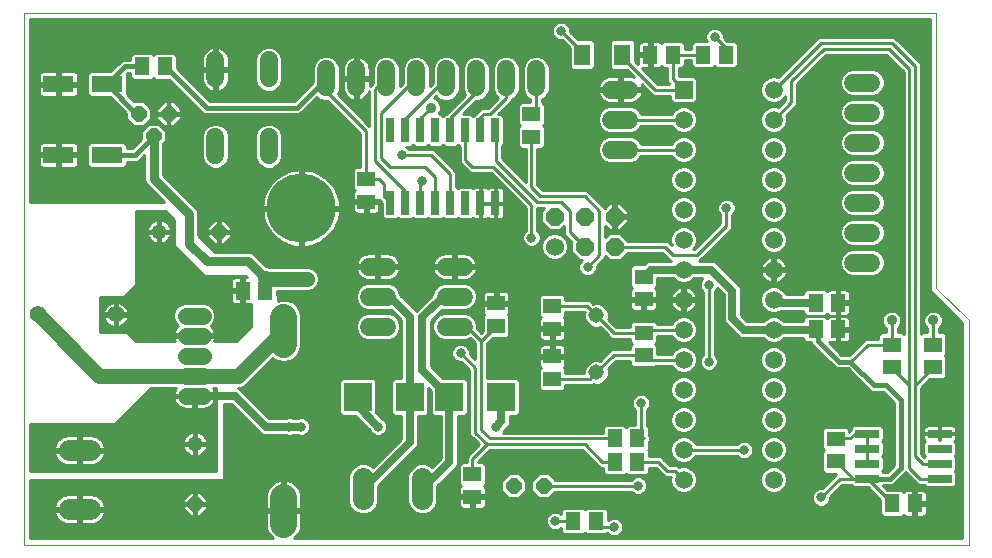
<source format=gtl>
G75*
%MOIN*%
%OFA0B0*%
%FSLAX24Y24*%
%IPPOS*%
%LPD*%
%AMOC8*
5,1,8,0,0,1.08239X$1,22.5*
%
%ADD10C,0.0000*%
%ADD11R,0.0587X0.0587*%
%ADD12C,0.0587*%
%ADD13R,0.0512X0.0591*%
%ADD14R,0.0591X0.0512*%
%ADD15C,0.0517*%
%ADD16C,0.0600*%
%ADD17OC8,0.0600*%
%ADD18C,0.0551*%
%ADD19C,0.0885*%
%ADD20OC8,0.0517*%
%ADD21C,0.0551*%
%ADD22C,0.0705*%
%ADD23R,0.1024X0.0551*%
%ADD24R,0.0260X0.0800*%
%ADD25C,0.0600*%
%ADD26R,0.0800X0.0260*%
%ADD27R,0.0945X0.0945*%
%ADD28R,0.0551X0.0709*%
%ADD29C,0.2300*%
%ADD30C,0.0098*%
%ADD31C,0.0315*%
%ADD32C,0.0276*%
%ADD33C,0.0315*%
%ADD34C,0.0157*%
%ADD35C,0.0160*%
%ADD36C,0.0354*%
%ADD37C,0.0512*%
D10*
X000149Y000149D02*
X000149Y017866D01*
X030563Y017866D01*
X030563Y008712D01*
X031645Y007630D01*
X031645Y000149D01*
X000149Y000149D01*
D11*
X022149Y015315D03*
D12*
X022149Y014315D03*
X022149Y013315D03*
X022149Y012315D03*
X022149Y011315D03*
X022149Y010315D03*
X022149Y009315D03*
X022149Y008315D03*
X022149Y007315D03*
X022149Y006315D03*
X022149Y005315D03*
X022149Y004315D03*
X022149Y003315D03*
X022149Y002315D03*
X025149Y002315D03*
X025149Y003315D03*
X025149Y004315D03*
X025149Y005315D03*
X025149Y006315D03*
X025149Y007315D03*
X025149Y008315D03*
X025149Y009315D03*
X025149Y010315D03*
X025149Y011315D03*
X025149Y012315D03*
X025149Y013315D03*
X025149Y014315D03*
X025149Y015315D03*
D13*
X023555Y016488D03*
X022807Y016488D03*
X021783Y016488D03*
X021035Y016488D03*
X008200Y008614D03*
X007452Y008614D03*
X019854Y003693D03*
X020602Y003693D03*
X020602Y002905D03*
X019854Y002905D03*
X019224Y000937D03*
X018476Y000937D03*
X029106Y001527D03*
X029854Y001527D03*
X027295Y007334D03*
X026547Y007334D03*
X026547Y008220D03*
X027295Y008220D03*
X004854Y016094D03*
X004106Y016094D03*
D14*
X011567Y012334D03*
X011567Y011586D03*
X017078Y013752D03*
X017078Y014500D03*
X020819Y009086D03*
X020819Y008338D03*
X020819Y007216D03*
X020819Y006468D03*
X017767Y006429D03*
X017767Y005681D03*
X017767Y007354D03*
X017767Y008102D03*
X015897Y008200D03*
X015897Y007452D03*
X015110Y002492D03*
X015110Y001744D03*
X027216Y002925D03*
X027216Y003673D03*
X029086Y006074D03*
X029086Y006822D03*
X030464Y006822D03*
X030464Y006074D03*
D15*
X019244Y005892D03*
X019244Y007792D03*
X005858Y003511D03*
X004661Y010582D03*
D16*
X017850Y010082D03*
D17*
X018850Y010082D03*
X019850Y010082D03*
X019850Y011082D03*
X018850Y011082D03*
X017850Y011082D03*
D18*
X006118Y007787D02*
X005567Y007787D01*
X005567Y007118D02*
X006118Y007118D01*
X006118Y006448D02*
X005567Y006448D01*
X005567Y005779D02*
X006118Y005779D01*
X006118Y005110D02*
X005567Y005110D01*
D19*
X008811Y006841D02*
X008811Y007726D01*
X008811Y001726D02*
X008811Y000841D01*
D20*
X005858Y001511D03*
X016480Y002118D03*
X017480Y002118D03*
X006661Y010582D03*
X004480Y013769D03*
X004980Y014519D03*
X003980Y014519D03*
D21*
X003220Y007826D03*
X000622Y007826D03*
D22*
X001659Y003299D02*
X002364Y003299D01*
X002364Y001330D02*
X001659Y001330D01*
X011468Y001659D02*
X011468Y002364D01*
X013437Y002364D02*
X013437Y001659D01*
D23*
X002925Y013141D03*
X001311Y013141D03*
X001311Y015504D03*
X002925Y015504D03*
D24*
X012376Y013958D03*
X012876Y013958D03*
X013376Y013958D03*
X013876Y013958D03*
X014376Y013958D03*
X014876Y013958D03*
X015376Y013958D03*
X015876Y013958D03*
X015876Y011538D03*
X015376Y011538D03*
X014876Y011538D03*
X014376Y011538D03*
X013876Y011538D03*
X013376Y011538D03*
X012876Y011538D03*
X012376Y011538D03*
D25*
X012260Y009417D02*
X011660Y009417D01*
X011660Y008417D02*
X012260Y008417D01*
X012260Y007417D02*
X011660Y007417D01*
X014219Y007417D02*
X014819Y007417D01*
X014819Y008417D02*
X014219Y008417D01*
X014219Y009417D02*
X014819Y009417D01*
X008323Y013136D02*
X008323Y013736D01*
X006543Y013736D02*
X006543Y013136D01*
X010232Y015400D02*
X010232Y016000D01*
X011232Y016000D02*
X011232Y015400D01*
X012232Y015400D02*
X012232Y016000D01*
X013232Y016000D02*
X013232Y015400D01*
X014232Y015400D02*
X014232Y016000D01*
X015232Y016000D02*
X015232Y015400D01*
X016232Y015400D02*
X016232Y016000D01*
X017232Y016000D02*
X017232Y015400D01*
X019731Y015322D02*
X020331Y015322D01*
X020331Y014322D02*
X019731Y014322D01*
X019731Y013322D02*
X020331Y013322D01*
X027802Y013551D02*
X028402Y013551D01*
X028402Y014551D02*
X027802Y014551D01*
X027802Y015551D02*
X028402Y015551D01*
X028402Y012551D02*
X027802Y012551D01*
X027802Y011551D02*
X028402Y011551D01*
X028402Y010551D02*
X027802Y010551D01*
X027802Y009551D02*
X028402Y009551D01*
X008323Y015696D02*
X008323Y016296D01*
X006543Y016296D02*
X006543Y015696D01*
D26*
X028270Y003852D03*
X028270Y003352D03*
X028270Y002852D03*
X028270Y002352D03*
X030690Y002352D03*
X030690Y002852D03*
X030690Y003352D03*
X030690Y003852D03*
D27*
X016074Y005070D03*
X014342Y005070D03*
X013023Y005070D03*
X011291Y005070D03*
D28*
X018771Y016488D03*
X020110Y016488D03*
D29*
X009401Y011370D03*
D30*
X009352Y011393D02*
X005873Y011393D01*
X005920Y011346D02*
X004785Y012480D01*
X004785Y013500D01*
X004886Y013601D01*
X004886Y013937D01*
X004648Y014175D01*
X004312Y014175D01*
X004074Y013937D01*
X004074Y013683D01*
X003758Y013368D01*
X003584Y013368D01*
X003584Y013478D01*
X003498Y013565D01*
X002352Y013565D01*
X002265Y013478D01*
X002265Y012805D01*
X002352Y012718D01*
X003498Y012718D01*
X003584Y012805D01*
X003584Y012915D01*
X003946Y012915D01*
X004175Y013144D01*
X004175Y012293D01*
X004221Y012181D01*
X004307Y012095D01*
X004836Y011567D01*
X000356Y011567D01*
X000356Y017659D01*
X030356Y017659D01*
X030356Y008627D01*
X030477Y008506D01*
X031439Y007544D01*
X031439Y000356D01*
X009148Y000356D01*
X009195Y000390D01*
X009261Y000456D01*
X009315Y000531D01*
X009358Y000614D01*
X009386Y000702D01*
X009401Y000794D01*
X009401Y001234D01*
X008860Y001234D01*
X008860Y001332D01*
X009401Y001332D01*
X009401Y001772D01*
X009386Y001864D01*
X009358Y001952D01*
X009315Y002035D01*
X009261Y002110D01*
X009195Y002176D01*
X009120Y002230D01*
X009037Y002272D01*
X008949Y002301D01*
X008860Y002315D01*
X008860Y001332D01*
X008761Y001332D01*
X008761Y001234D01*
X008220Y001234D01*
X008220Y000794D01*
X008235Y000702D01*
X008264Y000614D01*
X008306Y000531D01*
X008360Y000456D01*
X008426Y000390D01*
X008474Y000356D01*
X000356Y000356D01*
X000356Y002315D01*
X006842Y002315D01*
X006842Y004824D01*
X007078Y004824D01*
X007978Y003925D01*
X007978Y003925D01*
X008058Y003844D01*
X008163Y003801D01*
X008899Y003801D01*
X008947Y003781D01*
X009068Y003781D01*
X009116Y003801D01*
X009293Y003801D01*
X009340Y003781D01*
X009462Y003781D01*
X009574Y003828D01*
X009660Y003913D01*
X009706Y004026D01*
X011617Y004026D01*
X011682Y003961D02*
X011702Y003913D01*
X011787Y003828D01*
X011900Y003781D01*
X012021Y003781D01*
X012133Y003828D01*
X012219Y003913D01*
X012265Y004026D01*
X012738Y004026D01*
X012738Y003929D02*
X012225Y003929D01*
X012265Y004026D02*
X012265Y004147D01*
X012219Y004259D01*
X012133Y004345D01*
X012086Y004365D01*
X011911Y004539D01*
X011911Y005604D01*
X011825Y005691D01*
X010757Y005691D01*
X010671Y005604D01*
X010671Y004537D01*
X010757Y004450D01*
X011192Y004450D01*
X011682Y003961D01*
X011695Y003929D02*
X009666Y003929D01*
X009706Y004026D02*
X009706Y004147D01*
X009660Y004259D01*
X009574Y004345D01*
X009462Y004391D01*
X009340Y004391D01*
X009293Y004372D01*
X009116Y004372D01*
X009068Y004391D01*
X008947Y004391D01*
X008899Y004372D01*
X008338Y004372D01*
X007438Y005272D01*
X007358Y005352D01*
X007301Y005376D01*
X007387Y005376D01*
X007535Y005437D01*
X008457Y006359D01*
X008476Y006340D01*
X008693Y006250D01*
X008928Y006250D01*
X009145Y006340D01*
X009311Y006506D01*
X009401Y006723D01*
X009401Y007843D01*
X009311Y008060D01*
X009145Y008226D01*
X008928Y008316D01*
X008693Y008316D01*
X008614Y008283D01*
X008614Y008417D01*
X008604Y008555D01*
X008604Y008604D01*
X009678Y008604D01*
X009827Y008665D01*
X009940Y008779D01*
X010002Y008927D01*
X010002Y009088D01*
X009940Y009236D01*
X009827Y009350D01*
X009678Y009411D01*
X008328Y009411D01*
X008281Y009431D01*
X008228Y009431D01*
X007802Y009857D01*
X007690Y009903D01*
X006537Y009903D01*
X005966Y010474D01*
X005966Y011234D01*
X005920Y011346D01*
X005940Y011296D02*
X008105Y011296D01*
X008104Y011306D02*
X008116Y011179D01*
X008141Y011054D01*
X008178Y010932D01*
X008227Y010814D01*
X008287Y010702D01*
X008358Y010596D01*
X008439Y010497D01*
X008529Y010407D01*
X008627Y010326D01*
X008733Y010255D01*
X008846Y010195D01*
X008963Y010146D01*
X009085Y010109D01*
X009211Y010085D01*
X009337Y010072D01*
X009352Y010072D01*
X009352Y011320D01*
X009450Y011320D01*
X009450Y010072D01*
X009465Y010072D01*
X009592Y010085D01*
X009717Y010109D01*
X009839Y010146D01*
X009957Y010195D01*
X010069Y010255D01*
X010175Y010326D01*
X010274Y010407D01*
X010364Y010497D01*
X010445Y010596D01*
X010516Y010702D01*
X010576Y010814D01*
X010624Y010932D01*
X010661Y011054D01*
X010686Y011179D01*
X010699Y011306D01*
X010699Y011320D01*
X009450Y011320D01*
X009450Y011419D01*
X009352Y011419D01*
X009352Y012667D01*
X009337Y012667D01*
X009211Y012655D01*
X009085Y012630D01*
X008963Y012593D01*
X008846Y012544D01*
X008733Y012484D01*
X008627Y012413D01*
X008529Y012332D01*
X008439Y012242D01*
X008358Y012144D01*
X008287Y012038D01*
X008227Y011925D01*
X008178Y011807D01*
X008141Y011685D01*
X008116Y011560D01*
X008104Y011433D01*
X008104Y011419D01*
X009352Y011419D01*
X009352Y011320D01*
X008104Y011320D01*
X008104Y011306D01*
X008114Y011199D02*
X005966Y011199D01*
X005966Y011102D02*
X008131Y011102D01*
X008156Y011005D02*
X005966Y011005D01*
X005966Y010908D02*
X006412Y010908D01*
X006493Y010988D02*
X006255Y010750D01*
X006255Y010613D01*
X006630Y010613D01*
X006630Y010551D01*
X006692Y010551D01*
X006692Y010176D01*
X006829Y010176D01*
X007067Y010414D01*
X007067Y010551D01*
X006692Y010551D01*
X006692Y010613D01*
X007067Y010613D01*
X007067Y010750D01*
X006829Y010988D01*
X006692Y010988D01*
X006692Y010613D01*
X006630Y010613D01*
X006630Y010988D01*
X006493Y010988D01*
X006630Y010908D02*
X006692Y010908D01*
X006692Y010811D02*
X006630Y010811D01*
X006630Y010714D02*
X006692Y010714D01*
X006692Y010617D02*
X006630Y010617D01*
X006630Y010551D02*
X006255Y010551D01*
X006255Y010414D01*
X006493Y010176D01*
X006630Y010176D01*
X006630Y010551D01*
X006630Y010520D02*
X006692Y010520D01*
X006692Y010423D02*
X006630Y010423D01*
X006630Y010326D02*
X006692Y010326D01*
X006692Y010229D02*
X006630Y010229D01*
X006440Y010229D02*
X006211Y010229D01*
X006308Y010133D02*
X009009Y010133D01*
X008782Y010229D02*
X006882Y010229D01*
X006979Y010326D02*
X008627Y010326D01*
X008512Y010423D02*
X007067Y010423D01*
X007067Y010520D02*
X008420Y010520D01*
X008343Y010617D02*
X007067Y010617D01*
X007067Y010714D02*
X008280Y010714D01*
X008228Y010811D02*
X007007Y010811D01*
X006910Y010908D02*
X008188Y010908D01*
X008109Y011489D02*
X005776Y011489D01*
X005679Y011586D02*
X008121Y011586D01*
X008141Y011683D02*
X005582Y011683D01*
X005485Y011780D02*
X008170Y011780D01*
X008207Y011877D02*
X005388Y011877D01*
X005291Y011974D02*
X008253Y011974D01*
X008309Y012071D02*
X005194Y012071D01*
X005097Y012168D02*
X008378Y012168D01*
X008461Y012265D02*
X005000Y012265D01*
X004904Y012362D02*
X008565Y012362D01*
X008695Y012459D02*
X004807Y012459D01*
X004785Y012556D02*
X008874Y012556D01*
X009199Y012653D02*
X004785Y012653D01*
X004785Y012750D02*
X006306Y012750D01*
X006289Y012757D02*
X006454Y012689D01*
X006632Y012689D01*
X006796Y012757D01*
X006922Y012883D01*
X006990Y013047D01*
X006990Y013825D01*
X006922Y013990D01*
X006796Y014116D01*
X006632Y014184D01*
X006454Y014184D01*
X006289Y014116D01*
X006163Y013990D01*
X006095Y013825D01*
X006095Y013047D01*
X006163Y012883D01*
X006289Y012757D01*
X006199Y012846D02*
X004785Y012846D01*
X004785Y012943D02*
X006138Y012943D01*
X006098Y013040D02*
X004785Y013040D01*
X004785Y013137D02*
X006095Y013137D01*
X006095Y013234D02*
X004785Y013234D01*
X004785Y013331D02*
X006095Y013331D01*
X006095Y013428D02*
X004785Y013428D01*
X004810Y013525D02*
X006095Y013525D01*
X006095Y013622D02*
X004886Y013622D01*
X004886Y013719D02*
X006095Y013719D01*
X006095Y013816D02*
X004886Y013816D01*
X004886Y013913D02*
X006131Y013913D01*
X006183Y014010D02*
X004814Y014010D01*
X004812Y014113D02*
X004949Y014113D01*
X004949Y014488D01*
X005011Y014488D01*
X005011Y014113D01*
X005148Y014113D01*
X005386Y014351D01*
X005386Y014489D01*
X005011Y014489D01*
X005011Y014550D01*
X005386Y014550D01*
X005386Y014687D01*
X005148Y014925D01*
X005011Y014925D01*
X005011Y014550D01*
X004949Y014550D01*
X004949Y014489D01*
X004574Y014489D01*
X004574Y014351D01*
X004812Y014113D01*
X004717Y014106D02*
X006280Y014106D01*
X006158Y014490D02*
X009341Y014490D01*
X009925Y015074D01*
X009978Y015021D01*
X010143Y014953D01*
X010264Y014953D01*
X011370Y013847D01*
X011370Y012738D01*
X011210Y012738D01*
X011124Y012651D01*
X011124Y012017D01*
X011181Y011960D01*
X011153Y011933D01*
X011134Y011899D01*
X011124Y011862D01*
X011124Y011635D01*
X011517Y011635D01*
X011517Y011537D01*
X011124Y011537D01*
X011124Y011311D01*
X011134Y011273D01*
X011153Y011240D01*
X011181Y011212D01*
X011214Y011193D01*
X011252Y011183D01*
X011517Y011183D01*
X011517Y011537D01*
X011616Y011537D01*
X011616Y011635D01*
X011999Y011635D01*
X012098Y011537D01*
X012098Y011076D01*
X012184Y010990D01*
X012567Y010990D01*
X012626Y011049D01*
X012684Y010990D01*
X013067Y010990D01*
X013126Y011049D01*
X013184Y010990D01*
X013567Y010990D01*
X013626Y011049D01*
X013684Y010990D01*
X014067Y010990D01*
X014126Y011049D01*
X014184Y010990D01*
X014567Y010990D01*
X014626Y011049D01*
X014684Y010990D01*
X015067Y010990D01*
X015126Y011049D01*
X015127Y011047D01*
X015155Y011019D01*
X015189Y011000D01*
X015226Y010990D01*
X015360Y010990D01*
X015360Y011522D01*
X015391Y011522D01*
X015391Y010990D01*
X015525Y010990D01*
X015563Y011000D01*
X015596Y011019D01*
X015624Y011047D01*
X015626Y011050D01*
X015627Y011047D01*
X015655Y011019D01*
X015689Y011000D01*
X015726Y010990D01*
X015860Y010990D01*
X015860Y011522D01*
X015891Y011522D01*
X015891Y010990D01*
X016025Y010990D01*
X016063Y011000D01*
X016096Y011019D01*
X016124Y011047D01*
X016143Y011081D01*
X016153Y011118D01*
X016153Y011522D01*
X015891Y011522D01*
X015891Y011553D01*
X016153Y011553D01*
X016153Y011957D01*
X016143Y011995D01*
X016124Y012028D01*
X016096Y012056D01*
X016063Y012075D01*
X016025Y012085D01*
X015891Y012085D01*
X015891Y011553D01*
X015860Y011553D01*
X015860Y011522D01*
X015598Y011522D01*
X015391Y011522D01*
X015391Y011553D01*
X015860Y011553D01*
X015860Y012085D01*
X015726Y012085D01*
X015689Y012075D01*
X015655Y012056D01*
X015627Y012028D01*
X015626Y012025D01*
X015624Y012028D01*
X015596Y012056D01*
X015563Y012075D01*
X015525Y012085D01*
X015391Y012085D01*
X015391Y011553D01*
X015360Y011553D01*
X015360Y012085D01*
X015226Y012085D01*
X015189Y012075D01*
X015155Y012056D01*
X015127Y012028D01*
X015126Y012026D01*
X015067Y012085D01*
X014684Y012085D01*
X014626Y012026D01*
X014572Y012080D01*
X014572Y012579D01*
X013929Y013223D01*
X013813Y013338D01*
X012982Y013338D01*
X012920Y013400D01*
X012896Y013410D01*
X013067Y013410D01*
X013126Y013469D01*
X013184Y013410D01*
X013567Y013410D01*
X013626Y013469D01*
X013684Y013410D01*
X014067Y013410D01*
X014126Y013469D01*
X014184Y013410D01*
X014567Y013410D01*
X014626Y013469D01*
X014679Y013416D01*
X014679Y012900D01*
X014794Y012785D01*
X015028Y012551D01*
X015717Y012551D01*
X016881Y011387D01*
X016881Y010620D01*
X016820Y010558D01*
X016773Y010446D01*
X016773Y010325D01*
X016820Y010213D01*
X016906Y010127D01*
X017018Y010080D01*
X017139Y010080D01*
X017251Y010127D01*
X017337Y010213D01*
X017383Y010325D01*
X017383Y010446D01*
X017337Y010558D01*
X017275Y010620D01*
X017275Y011370D01*
X017504Y011370D01*
X017402Y011268D01*
X017402Y010897D01*
X017665Y010635D01*
X018035Y010635D01*
X018161Y010760D01*
X018161Y010493D01*
X018402Y010252D01*
X018402Y009897D01*
X018665Y009635D01*
X018750Y009635D01*
X018690Y009574D01*
X018643Y009462D01*
X018643Y009340D01*
X018690Y009228D01*
X018776Y009143D01*
X018888Y009096D01*
X019009Y009096D01*
X019121Y009143D01*
X019207Y009228D01*
X019254Y009340D01*
X019254Y009428D01*
X019539Y009713D01*
X019539Y009760D01*
X019665Y009635D01*
X020035Y009635D01*
X020286Y009885D01*
X021434Y009885D01*
X021606Y009713D01*
X021719Y009600D01*
X020990Y009600D01*
X020885Y009557D01*
X020818Y009490D01*
X020462Y009490D01*
X020376Y009403D01*
X020376Y008769D01*
X020433Y008712D01*
X020405Y008685D01*
X020386Y008651D01*
X020376Y008614D01*
X020376Y008387D01*
X020769Y008387D01*
X020769Y008289D01*
X020376Y008289D01*
X020376Y008063D01*
X020386Y008025D01*
X020405Y007992D01*
X020433Y007964D01*
X020466Y007945D01*
X020504Y007935D01*
X020769Y007935D01*
X020769Y008289D01*
X020868Y008289D01*
X020868Y008387D01*
X021261Y008387D01*
X021261Y008614D01*
X021251Y008651D01*
X021232Y008685D01*
X021204Y008712D01*
X021261Y008769D01*
X021261Y009029D01*
X021811Y009029D01*
X021899Y008941D01*
X022061Y008874D01*
X022237Y008874D01*
X022399Y008941D01*
X022488Y009029D01*
X022771Y009029D01*
X022725Y008983D01*
X022679Y008871D01*
X022679Y008750D01*
X022725Y008638D01*
X022787Y008576D01*
X022787Y006486D01*
X022725Y006424D01*
X022679Y006312D01*
X022679Y006191D01*
X022725Y006079D01*
X022811Y005993D01*
X022923Y005946D01*
X023045Y005946D01*
X023157Y005993D01*
X023243Y006079D01*
X023289Y006191D01*
X023289Y006312D01*
X023243Y006424D01*
X023181Y006486D01*
X023181Y008576D01*
X023243Y008638D01*
X023272Y008709D01*
X023486Y008496D01*
X023486Y007636D01*
X023529Y007531D01*
X023988Y007073D01*
X024092Y007029D01*
X024811Y007029D01*
X024899Y006941D01*
X025061Y006874D01*
X025237Y006874D01*
X025399Y006941D01*
X025488Y007029D01*
X026143Y007029D01*
X026143Y006978D01*
X026230Y006891D01*
X026399Y006891D01*
X026399Y006847D01*
X027088Y006158D01*
X027221Y006025D01*
X027614Y006025D01*
X028269Y005370D01*
X028402Y005238D01*
X028796Y005238D01*
X029155Y004878D01*
X029155Y002802D01*
X028931Y002578D01*
X028782Y002578D01*
X028759Y002602D01*
X028818Y002661D01*
X028818Y003043D01*
X028759Y003102D01*
X028818Y003161D01*
X028818Y003543D01*
X028759Y003602D01*
X028818Y003661D01*
X028818Y004043D01*
X028731Y004130D01*
X027809Y004130D01*
X027722Y004043D01*
X027722Y003985D01*
X027671Y003934D01*
X027659Y003922D01*
X027659Y003990D01*
X027573Y004076D01*
X026860Y004076D01*
X026773Y003990D01*
X026773Y003356D01*
X026830Y003299D01*
X026773Y003242D01*
X026773Y002608D01*
X026860Y002521D01*
X027243Y002521D01*
X027155Y002434D01*
X026751Y002029D01*
X026663Y002029D01*
X026551Y001983D01*
X026465Y001897D01*
X026419Y001785D01*
X026419Y001663D01*
X026465Y001551D01*
X026551Y001465D01*
X026663Y001419D01*
X026785Y001419D01*
X026897Y001465D01*
X026983Y001551D01*
X027029Y001663D01*
X027029Y001751D01*
X027434Y002155D01*
X027728Y002155D01*
X027809Y002074D01*
X028280Y002074D01*
X028702Y001652D01*
X028702Y001171D01*
X028789Y001084D01*
X029423Y001084D01*
X029480Y001141D01*
X029507Y001114D01*
X029541Y001094D01*
X029579Y001084D01*
X029805Y001084D01*
X029805Y001478D01*
X029903Y001478D01*
X029903Y001084D01*
X030129Y001084D01*
X030167Y001094D01*
X030200Y001114D01*
X030228Y001141D01*
X030247Y001175D01*
X030257Y001212D01*
X030257Y001478D01*
X029903Y001478D01*
X029903Y001576D01*
X030257Y001576D01*
X030257Y001842D01*
X030247Y001879D01*
X030228Y001913D01*
X030200Y001941D01*
X030167Y001960D01*
X030129Y001970D01*
X029903Y001970D01*
X029903Y001576D01*
X029805Y001576D01*
X029805Y001970D01*
X029579Y001970D01*
X029541Y001960D01*
X029507Y001941D01*
X029480Y001913D01*
X029423Y001970D01*
X028941Y001970D01*
X028786Y002126D01*
X029119Y002126D01*
X029252Y002258D01*
X029550Y002557D01*
X029595Y002511D01*
X029836Y002270D01*
X029952Y002155D01*
X030148Y002155D01*
X030229Y002074D01*
X031151Y002074D01*
X031238Y002161D01*
X031238Y002543D01*
X031179Y002602D01*
X031238Y002661D01*
X031238Y003043D01*
X031179Y003102D01*
X031238Y003161D01*
X031238Y003543D01*
X031178Y003602D01*
X031181Y003604D01*
X031208Y003631D01*
X031227Y003665D01*
X031238Y003703D01*
X031238Y003836D01*
X030706Y003836D01*
X030706Y003868D01*
X031238Y003868D01*
X031238Y004001D01*
X031227Y004039D01*
X031208Y004073D01*
X031181Y004100D01*
X031147Y004120D01*
X031109Y004130D01*
X030706Y004130D01*
X030706Y003868D01*
X030674Y003868D01*
X030674Y004130D01*
X030270Y004130D01*
X030233Y004120D01*
X030199Y004100D01*
X030172Y004073D01*
X030152Y004039D01*
X030142Y004001D01*
X030142Y003868D01*
X030674Y003868D01*
X030674Y003836D01*
X030706Y003836D01*
X030706Y003630D01*
X030674Y003630D01*
X030674Y003836D01*
X030142Y003836D01*
X030142Y003703D01*
X030152Y003665D01*
X030172Y003631D01*
X030199Y003604D01*
X030202Y003602D01*
X030142Y003543D01*
X030142Y003161D01*
X030201Y003102D01*
X030177Y003077D01*
X030070Y003184D01*
X030070Y005383D01*
X030359Y005671D01*
X030821Y005671D01*
X030907Y005757D01*
X030907Y006391D01*
X030850Y006448D01*
X030907Y006505D01*
X030907Y007139D01*
X030821Y007226D01*
X030661Y007226D01*
X030661Y007367D01*
X030740Y007446D01*
X030789Y007565D01*
X030789Y007694D01*
X030740Y007814D01*
X030648Y007905D01*
X030529Y007954D01*
X030400Y007954D01*
X030280Y007905D01*
X030189Y007814D01*
X030139Y007694D01*
X030139Y007565D01*
X030189Y007446D01*
X030267Y007367D01*
X030267Y007226D01*
X030108Y007226D01*
X030070Y007189D01*
X030070Y016176D01*
X029955Y016291D01*
X029168Y017078D01*
X026635Y017078D01*
X026519Y016963D01*
X025290Y015734D01*
X025237Y015756D01*
X025061Y015756D01*
X024899Y015688D01*
X024775Y015564D01*
X024708Y015402D01*
X024708Y015227D01*
X024775Y015065D01*
X024899Y014941D01*
X025061Y014874D01*
X025237Y014874D01*
X025399Y014941D01*
X025523Y015065D01*
X025543Y015112D01*
X025543Y014987D01*
X025290Y014734D01*
X025237Y014756D01*
X025061Y014756D01*
X024899Y014688D01*
X022400Y014688D01*
X022399Y014688D02*
X022237Y014756D01*
X022061Y014756D01*
X021899Y014688D01*
X020599Y014688D01*
X020585Y014702D02*
X020420Y014770D01*
X019642Y014770D01*
X019478Y014702D01*
X019352Y014576D01*
X019283Y014411D01*
X019283Y014233D01*
X019352Y014069D01*
X019478Y013943D01*
X019642Y013875D01*
X020420Y013875D01*
X020585Y013943D01*
X020711Y014069D01*
X020731Y014118D01*
X021753Y014118D01*
X021775Y014065D01*
X021899Y013941D01*
X022061Y013874D01*
X022237Y013874D01*
X022399Y013941D01*
X022523Y014065D01*
X022590Y014227D01*
X022590Y014402D01*
X022523Y014564D01*
X022399Y014688D01*
X022496Y014591D02*
X024802Y014591D01*
X024775Y014564D02*
X024708Y014402D01*
X024708Y014227D01*
X024775Y014065D01*
X024899Y013941D01*
X025061Y013874D01*
X025237Y013874D01*
X025399Y013941D01*
X025523Y014065D01*
X025590Y014227D01*
X025590Y014402D01*
X025568Y014455D01*
X025821Y014708D01*
X025937Y014824D01*
X025937Y015520D01*
X026904Y016488D01*
X028906Y016488D01*
X029480Y015914D01*
X029480Y007189D01*
X029443Y007226D01*
X029283Y007226D01*
X029283Y007367D01*
X029362Y007446D01*
X029411Y007565D01*
X029411Y007694D01*
X029362Y007814D01*
X029270Y007905D01*
X029151Y007954D01*
X029022Y007954D01*
X028902Y007905D01*
X028811Y007814D01*
X028761Y007694D01*
X028761Y007565D01*
X028811Y007446D01*
X028889Y007367D01*
X028889Y007226D01*
X028730Y007226D01*
X028643Y007139D01*
X028643Y007019D01*
X028198Y007019D01*
X027656Y006478D01*
X027408Y006478D01*
X026986Y006900D01*
X027020Y006891D01*
X027246Y006891D01*
X027246Y007285D01*
X027344Y007285D01*
X027344Y006891D01*
X027570Y006891D01*
X027608Y006901D01*
X027641Y006921D01*
X027669Y006948D01*
X027688Y006982D01*
X027698Y007020D01*
X027698Y007285D01*
X027344Y007285D01*
X027344Y007383D01*
X027698Y007383D01*
X027698Y007649D01*
X027688Y007687D01*
X027669Y007720D01*
X027641Y007748D01*
X027608Y007767D01*
X027570Y007777D01*
X027344Y007777D01*
X027344Y007383D01*
X027246Y007383D01*
X027246Y007777D01*
X027020Y007777D01*
X026982Y007767D01*
X026948Y007748D01*
X026921Y007720D01*
X026864Y007777D01*
X026230Y007777D01*
X026143Y007691D01*
X026143Y007600D01*
X025488Y007600D01*
X025399Y007688D01*
X025237Y007756D01*
X025061Y007756D01*
X024899Y007688D01*
X024811Y007600D01*
X024267Y007600D01*
X024057Y007811D01*
X024057Y008671D01*
X024013Y008775D01*
X023933Y008856D01*
X023232Y009557D01*
X023127Y009600D01*
X022674Y009600D01*
X023656Y010582D01*
X023771Y010698D01*
X023771Y011135D01*
X023833Y011197D01*
X023880Y011309D01*
X023880Y011430D01*
X023833Y011543D01*
X023747Y011628D01*
X023635Y011675D01*
X023514Y011675D01*
X023402Y011628D01*
X023316Y011543D01*
X023269Y011430D01*
X023269Y011309D01*
X023316Y011197D01*
X023378Y011135D01*
X023378Y010861D01*
X022509Y009992D01*
X022450Y009992D01*
X022523Y010065D01*
X022590Y010227D01*
X022590Y010402D01*
X022523Y010564D01*
X022399Y010688D01*
X022237Y010756D01*
X022061Y010756D01*
X021899Y010688D01*
X021775Y010564D01*
X021708Y010402D01*
X021708Y010227D01*
X021750Y010126D01*
X021597Y010279D01*
X020286Y010279D01*
X020035Y010530D01*
X019665Y010530D01*
X019539Y010404D01*
X019539Y010760D01*
X019665Y010635D01*
X019801Y010635D01*
X019801Y011033D01*
X019899Y011033D01*
X019899Y010635D01*
X020035Y010635D01*
X020298Y010897D01*
X020298Y011033D01*
X019899Y011033D01*
X019899Y011131D01*
X020298Y011131D01*
X020298Y011268D01*
X020035Y011530D01*
X019899Y011530D01*
X019899Y011132D01*
X019801Y011132D01*
X019801Y011530D01*
X019665Y011530D01*
X019513Y011379D01*
X019424Y011468D01*
X018932Y011960D01*
X017455Y011960D01*
X017275Y012140D01*
X017275Y013348D01*
X017435Y013348D01*
X017521Y013435D01*
X017521Y014069D01*
X017464Y014126D01*
X017521Y014183D01*
X017521Y014817D01*
X017435Y014903D01*
X017429Y014903D01*
X017429Y014997D01*
X017485Y015021D01*
X017611Y015147D01*
X017680Y015311D01*
X017680Y016089D01*
X017611Y016254D01*
X017485Y016380D01*
X017321Y016448D01*
X017143Y016448D01*
X016978Y016380D01*
X016852Y016254D01*
X016784Y016089D01*
X016784Y015311D01*
X016852Y015147D01*
X016978Y015021D01*
X017035Y014997D01*
X017035Y014903D01*
X016722Y014903D01*
X016635Y014817D01*
X016635Y014183D01*
X016692Y014126D01*
X016635Y014069D01*
X016635Y013435D01*
X016722Y013348D01*
X016881Y013348D01*
X016881Y012239D01*
X016094Y013026D01*
X016094Y013437D01*
X016153Y013496D01*
X016153Y014419D01*
X016067Y014505D01*
X015965Y014505D01*
X016313Y014854D01*
X016429Y014969D01*
X016429Y014997D01*
X016485Y015021D01*
X016611Y015147D01*
X016680Y015311D01*
X016680Y016089D01*
X016611Y016254D01*
X016485Y016380D01*
X016321Y016448D01*
X016143Y016448D01*
X015978Y016380D01*
X015852Y016254D01*
X015784Y016089D01*
X015784Y015311D01*
X015852Y015147D01*
X015951Y015048D01*
X015619Y014716D01*
X015422Y014716D01*
X015307Y014601D01*
X015211Y014505D01*
X015184Y014505D01*
X015126Y014446D01*
X015067Y014505D01*
X014784Y014505D01*
X015231Y014953D01*
X015321Y014953D01*
X015485Y015021D01*
X015611Y015147D01*
X015680Y015311D01*
X015680Y016089D01*
X015611Y016254D01*
X015485Y016380D01*
X015321Y016448D01*
X015143Y016448D01*
X014978Y016380D01*
X014852Y016254D01*
X014784Y016089D01*
X014784Y015311D01*
X014852Y015147D01*
X014860Y015139D01*
X014227Y014505D01*
X014184Y014505D01*
X014126Y014446D01*
X014067Y014505D01*
X013980Y014505D01*
X014007Y014532D01*
X014057Y014652D01*
X014057Y014781D01*
X014007Y014900D01*
X013916Y014991D01*
X013835Y015025D01*
X013905Y015095D01*
X013978Y015021D01*
X014143Y014953D01*
X014321Y014953D01*
X014485Y015021D01*
X014611Y015147D01*
X014680Y015311D01*
X014680Y016089D01*
X014611Y016254D01*
X014485Y016380D01*
X014321Y016448D01*
X014143Y016448D01*
X013978Y016380D01*
X013852Y016254D01*
X013784Y016089D01*
X013784Y015531D01*
X013680Y015426D01*
X013680Y016089D01*
X013611Y016254D01*
X013485Y016380D01*
X013321Y016448D01*
X013143Y016448D01*
X012978Y016380D01*
X012852Y016254D01*
X012784Y016089D01*
X012784Y015531D01*
X012680Y015426D01*
X012680Y016089D01*
X012611Y016254D01*
X012485Y016380D01*
X012321Y016448D01*
X012143Y016448D01*
X011978Y016380D01*
X011852Y016254D01*
X011784Y016089D01*
X011784Y015531D01*
X011680Y015426D01*
X011680Y015651D01*
X011281Y015651D01*
X011281Y014955D01*
X011337Y014964D01*
X011404Y014986D01*
X011467Y015018D01*
X011524Y015059D01*
X011573Y015109D01*
X011615Y015166D01*
X011647Y015229D01*
X011665Y015285D01*
X011665Y014109D01*
X010616Y015158D01*
X010680Y015311D01*
X010680Y016089D01*
X010611Y016254D01*
X010485Y016380D01*
X010321Y016448D01*
X010143Y016448D01*
X009978Y016380D01*
X009852Y016254D01*
X009784Y016089D01*
X009784Y015573D01*
X009154Y014943D01*
X006345Y014943D01*
X005257Y016030D01*
X005257Y016451D01*
X005171Y016537D01*
X004537Y016537D01*
X004480Y016480D01*
X004423Y016537D01*
X003789Y016537D01*
X003702Y016451D01*
X003702Y016320D01*
X003422Y016320D01*
X003289Y016188D01*
X003028Y015927D01*
X002352Y015927D01*
X002265Y015840D01*
X002265Y015167D01*
X002352Y015080D01*
X003028Y015080D01*
X003574Y014534D01*
X003574Y014351D01*
X003812Y014113D01*
X004148Y014113D01*
X004386Y014351D01*
X004386Y014687D01*
X004148Y014925D01*
X003823Y014925D01*
X003583Y015166D01*
X003584Y015167D01*
X003584Y015840D01*
X003583Y015842D01*
X003609Y015868D01*
X003702Y015868D01*
X003702Y015738D01*
X003789Y015651D01*
X004423Y015651D01*
X004480Y015708D01*
X004537Y015651D01*
X004996Y015651D01*
X006025Y014622D01*
X006158Y014490D01*
X006153Y014494D02*
X005011Y014494D01*
X004949Y014494D02*
X004386Y014494D01*
X004386Y014397D02*
X004574Y014397D01*
X004625Y014300D02*
X004335Y014300D01*
X004238Y014203D02*
X004722Y014203D01*
X004949Y014203D02*
X005011Y014203D01*
X005011Y014300D02*
X004949Y014300D01*
X004949Y014397D02*
X005011Y014397D01*
X004949Y014550D02*
X004574Y014550D01*
X004574Y014687D01*
X004812Y014925D01*
X004949Y014925D01*
X004949Y014550D01*
X004949Y014591D02*
X005011Y014591D01*
X005011Y014688D02*
X004949Y014688D01*
X004949Y014785D02*
X005011Y014785D01*
X005011Y014882D02*
X004949Y014882D01*
X004768Y014882D02*
X004192Y014882D01*
X004289Y014785D02*
X004671Y014785D01*
X004574Y014688D02*
X004385Y014688D01*
X004386Y014591D02*
X004574Y014591D01*
X004243Y014106D02*
X000356Y014106D01*
X000356Y014010D02*
X004146Y014010D01*
X004074Y013913D02*
X000356Y013913D01*
X000356Y013816D02*
X004074Y013816D01*
X004074Y013719D02*
X000356Y013719D01*
X000356Y013622D02*
X004012Y013622D01*
X003915Y013525D02*
X003537Y013525D01*
X003584Y013428D02*
X003818Y013428D01*
X004168Y013137D02*
X004175Y013137D01*
X004175Y013040D02*
X004071Y013040D01*
X003974Y012943D02*
X004175Y012943D01*
X004175Y012846D02*
X003584Y012846D01*
X003529Y012750D02*
X004175Y012750D01*
X004175Y012653D02*
X000356Y012653D01*
X000356Y012750D02*
X000706Y012750D01*
X000708Y012748D02*
X000742Y012728D01*
X000779Y012718D01*
X001261Y012718D01*
X001261Y013092D01*
X000651Y013092D01*
X000651Y012846D01*
X000661Y012809D01*
X000681Y012775D01*
X000708Y012748D01*
X000651Y012846D02*
X000356Y012846D01*
X000356Y012943D02*
X000651Y012943D01*
X000651Y013040D02*
X000356Y013040D01*
X000356Y013137D02*
X001261Y013137D01*
X001261Y013092D02*
X001261Y013191D01*
X001261Y013565D01*
X000779Y013565D01*
X000742Y013555D01*
X000708Y013535D01*
X000681Y013508D01*
X000661Y013474D01*
X000651Y013436D01*
X000651Y013191D01*
X001261Y013191D01*
X001360Y013191D01*
X001360Y013565D01*
X001842Y013565D01*
X001879Y013555D01*
X001913Y013535D01*
X001941Y013508D01*
X001960Y013474D01*
X001970Y013436D01*
X001970Y013191D01*
X001360Y013191D01*
X001360Y013092D01*
X001970Y013092D01*
X001970Y012846D01*
X001960Y012809D01*
X001941Y012775D01*
X001913Y012748D01*
X001879Y012728D01*
X001842Y012718D01*
X001360Y012718D01*
X001360Y013092D01*
X001261Y013092D01*
X001261Y013040D02*
X001360Y013040D01*
X001360Y012943D02*
X001261Y012943D01*
X001261Y012846D02*
X001360Y012846D01*
X001360Y012750D02*
X001261Y012750D01*
X001360Y013137D02*
X002265Y013137D01*
X002265Y013040D02*
X001970Y013040D01*
X001970Y012943D02*
X002265Y012943D01*
X002265Y012846D02*
X001970Y012846D01*
X001915Y012750D02*
X002320Y012750D01*
X002265Y013234D02*
X001970Y013234D01*
X001970Y013331D02*
X002265Y013331D01*
X002265Y013428D02*
X001970Y013428D01*
X001923Y013525D02*
X002312Y013525D01*
X001360Y013525D02*
X001261Y013525D01*
X001261Y013428D02*
X001360Y013428D01*
X001360Y013331D02*
X001261Y013331D01*
X001261Y013234D02*
X001360Y013234D01*
X000651Y013234D02*
X000356Y013234D01*
X000356Y013331D02*
X000651Y013331D01*
X000651Y013428D02*
X000356Y013428D01*
X000356Y013525D02*
X000698Y013525D01*
X000356Y014203D02*
X003722Y014203D01*
X003625Y014300D02*
X000356Y014300D01*
X000356Y014397D02*
X003574Y014397D01*
X003574Y014494D02*
X000356Y014494D01*
X000356Y014591D02*
X003517Y014591D01*
X003420Y014688D02*
X000356Y014688D01*
X000356Y014785D02*
X003323Y014785D01*
X003226Y014882D02*
X000356Y014882D01*
X000356Y014979D02*
X003129Y014979D01*
X003032Y015076D02*
X000356Y015076D01*
X000356Y015173D02*
X000661Y015173D01*
X000661Y015171D02*
X000681Y015137D01*
X000708Y015110D01*
X000742Y015090D01*
X000779Y015080D01*
X001261Y015080D01*
X001261Y015454D01*
X000651Y015454D01*
X000651Y015209D01*
X000661Y015171D01*
X000651Y015270D02*
X000356Y015270D01*
X000356Y015367D02*
X000651Y015367D01*
X000651Y015553D02*
X001261Y015553D01*
X001261Y015454D01*
X001360Y015454D01*
X001360Y015080D01*
X001842Y015080D01*
X001879Y015090D01*
X001913Y015110D01*
X001941Y015137D01*
X001960Y015171D01*
X001970Y015209D01*
X001970Y015454D01*
X001360Y015454D01*
X001360Y015553D01*
X001261Y015553D01*
X001261Y015927D01*
X000779Y015927D01*
X000742Y015917D01*
X000708Y015897D01*
X000681Y015870D01*
X000661Y015836D01*
X000651Y015799D01*
X000651Y015553D01*
X000651Y015560D02*
X000356Y015560D01*
X000356Y015463D02*
X001261Y015463D01*
X001261Y015367D02*
X001360Y015367D01*
X001360Y015463D02*
X002265Y015463D01*
X002265Y015367D02*
X001970Y015367D01*
X001970Y015270D02*
X002265Y015270D01*
X002265Y015173D02*
X001960Y015173D01*
X001970Y015553D02*
X001360Y015553D01*
X001360Y015927D01*
X001842Y015927D01*
X001879Y015917D01*
X001913Y015897D01*
X001941Y015870D01*
X001960Y015836D01*
X001970Y015799D01*
X001970Y015553D01*
X001970Y015560D02*
X002265Y015560D01*
X002265Y015657D02*
X001970Y015657D01*
X001970Y015754D02*
X002265Y015754D01*
X002276Y015851D02*
X001951Y015851D01*
X001360Y015851D02*
X001261Y015851D01*
X001261Y015754D02*
X001360Y015754D01*
X001360Y015657D02*
X001261Y015657D01*
X001261Y015560D02*
X001360Y015560D01*
X001360Y015270D02*
X001261Y015270D01*
X001261Y015173D02*
X001360Y015173D01*
X000651Y015657D02*
X000356Y015657D01*
X000356Y015754D02*
X000651Y015754D01*
X000670Y015851D02*
X000356Y015851D01*
X000356Y015948D02*
X003049Y015948D01*
X003146Y016045D02*
X000356Y016045D01*
X000356Y016142D02*
X003243Y016142D01*
X003340Y016239D02*
X000356Y016239D01*
X000356Y016336D02*
X003702Y016336D01*
X003702Y016433D02*
X000356Y016433D01*
X000356Y016530D02*
X003781Y016530D01*
X004430Y016530D02*
X004529Y016530D01*
X005178Y016530D02*
X006159Y016530D01*
X006160Y016531D02*
X006128Y016468D01*
X006106Y016401D01*
X006095Y016331D01*
X006095Y016045D01*
X006493Y016045D01*
X005257Y016045D01*
X005257Y016142D02*
X006095Y016142D01*
X006095Y016239D02*
X005257Y016239D01*
X005257Y016336D02*
X006096Y016336D01*
X006116Y016433D02*
X005257Y016433D01*
X005340Y015948D02*
X006493Y015948D01*
X006493Y015947D02*
X006095Y015947D01*
X006095Y015661D01*
X006106Y015591D01*
X006128Y015524D01*
X006160Y015462D01*
X006201Y015405D01*
X006251Y015355D01*
X006308Y015313D01*
X006371Y015281D01*
X006438Y015260D01*
X006493Y015251D01*
X006493Y015947D01*
X006493Y016045D01*
X006493Y016742D01*
X006438Y016733D01*
X006371Y016711D01*
X006308Y016679D01*
X006251Y016638D01*
X006201Y016588D01*
X006160Y016531D01*
X006240Y016627D02*
X000356Y016627D01*
X000356Y016723D02*
X006409Y016723D01*
X006493Y016723D02*
X006592Y016723D01*
X006592Y016742D02*
X006592Y016045D01*
X007875Y016045D01*
X007875Y016142D02*
X006990Y016142D01*
X006990Y016045D02*
X006592Y016045D01*
X006592Y015947D01*
X006990Y015947D01*
X006990Y015661D01*
X006979Y015591D01*
X006958Y015524D01*
X006926Y015462D01*
X006884Y015405D01*
X006834Y015355D01*
X006777Y015313D01*
X006715Y015281D01*
X006647Y015260D01*
X006592Y015251D01*
X006592Y015947D01*
X006493Y015947D01*
X006493Y015851D02*
X006592Y015851D01*
X006592Y015754D02*
X006493Y015754D01*
X006493Y015657D02*
X006592Y015657D01*
X006592Y015560D02*
X006493Y015560D01*
X006493Y015463D02*
X006592Y015463D01*
X006592Y015367D02*
X006493Y015367D01*
X006493Y015270D02*
X006592Y015270D01*
X006678Y015270D02*
X008183Y015270D01*
X008234Y015249D02*
X008412Y015249D01*
X008576Y015317D01*
X008702Y015443D01*
X008770Y015607D01*
X008770Y016385D01*
X008702Y016550D01*
X008576Y016676D01*
X008412Y016744D01*
X008234Y016744D01*
X008069Y016676D01*
X007943Y016550D01*
X007875Y016385D01*
X007875Y015607D01*
X007943Y015443D01*
X008069Y015317D01*
X008234Y015249D01*
X008463Y015270D02*
X009481Y015270D01*
X009578Y015367D02*
X008626Y015367D01*
X008711Y015463D02*
X009675Y015463D01*
X009772Y015560D02*
X008751Y015560D01*
X008770Y015657D02*
X009784Y015657D01*
X009784Y015754D02*
X008770Y015754D01*
X008770Y015851D02*
X009784Y015851D01*
X009784Y015948D02*
X008770Y015948D01*
X008770Y016045D02*
X009784Y016045D01*
X009806Y016142D02*
X008770Y016142D01*
X008770Y016239D02*
X009846Y016239D01*
X009934Y016336D02*
X008770Y016336D01*
X008751Y016433D02*
X010106Y016433D01*
X010358Y016433D02*
X011114Y016433D01*
X011127Y016437D02*
X011060Y016415D01*
X010997Y016383D01*
X010940Y016342D01*
X010890Y016292D01*
X010849Y016235D01*
X010817Y016172D01*
X010795Y016105D01*
X010784Y016036D01*
X010784Y015750D01*
X011183Y015750D01*
X011183Y016446D01*
X011127Y016437D01*
X011183Y016433D02*
X011281Y016433D01*
X011281Y016446D02*
X011281Y015750D01*
X011183Y015750D01*
X011183Y015651D01*
X011281Y015651D01*
X011281Y015750D01*
X011680Y015750D01*
X011680Y016036D01*
X011669Y016105D01*
X011647Y016172D01*
X011615Y016235D01*
X011573Y016292D01*
X011524Y016342D01*
X011467Y016383D01*
X011404Y016415D01*
X011337Y016437D01*
X011281Y016446D01*
X011350Y016433D02*
X012106Y016433D01*
X011934Y016336D02*
X011530Y016336D01*
X011612Y016239D02*
X011846Y016239D01*
X011806Y016142D02*
X011657Y016142D01*
X011678Y016045D02*
X011784Y016045D01*
X011784Y015948D02*
X011680Y015948D01*
X011680Y015851D02*
X011784Y015851D01*
X011784Y015754D02*
X011680Y015754D01*
X011784Y015657D02*
X011281Y015657D01*
X011281Y015560D02*
X011183Y015560D01*
X011183Y015651D02*
X011183Y014955D01*
X011127Y014964D01*
X011060Y014986D01*
X010997Y015018D01*
X010940Y015059D01*
X010890Y015109D01*
X010849Y015166D01*
X010817Y015229D01*
X010795Y015296D01*
X010784Y015365D01*
X010784Y015651D01*
X011183Y015651D01*
X011183Y015657D02*
X010680Y015657D01*
X010680Y015560D02*
X010784Y015560D01*
X010784Y015463D02*
X010680Y015463D01*
X010680Y015367D02*
X010784Y015367D01*
X010804Y015270D02*
X010662Y015270D01*
X010622Y015173D02*
X010846Y015173D01*
X010923Y015076D02*
X010698Y015076D01*
X010795Y014979D02*
X011081Y014979D01*
X011183Y014979D02*
X011281Y014979D01*
X011281Y015076D02*
X011183Y015076D01*
X011183Y015173D02*
X011281Y015173D01*
X011281Y015270D02*
X011183Y015270D01*
X011183Y015367D02*
X011281Y015367D01*
X011281Y015463D02*
X011183Y015463D01*
X011618Y015173D02*
X011665Y015173D01*
X011660Y015270D02*
X011665Y015270D01*
X011680Y015463D02*
X011717Y015463D01*
X011680Y015560D02*
X011784Y015560D01*
X011862Y015330D02*
X012232Y015700D01*
X012680Y015657D02*
X012784Y015657D01*
X012784Y015560D02*
X012680Y015560D01*
X012680Y015463D02*
X012717Y015463D01*
X012680Y015754D02*
X012784Y015754D01*
X012784Y015851D02*
X012680Y015851D01*
X012680Y015948D02*
X012784Y015948D01*
X012784Y016045D02*
X012680Y016045D01*
X012658Y016142D02*
X012806Y016142D01*
X012846Y016239D02*
X012618Y016239D01*
X012530Y016336D02*
X012934Y016336D01*
X013106Y016433D02*
X012358Y016433D01*
X013358Y016433D02*
X014106Y016433D01*
X013934Y016336D02*
X013530Y016336D01*
X013618Y016239D02*
X013846Y016239D01*
X013806Y016142D02*
X013658Y016142D01*
X013680Y016045D02*
X013784Y016045D01*
X013784Y015948D02*
X013680Y015948D01*
X013680Y015851D02*
X013784Y015851D01*
X013784Y015754D02*
X013680Y015754D01*
X013680Y015657D02*
X013784Y015657D01*
X013784Y015560D02*
X013680Y015560D01*
X013680Y015463D02*
X013717Y015463D01*
X013886Y015076D02*
X013923Y015076D01*
X013929Y014979D02*
X014080Y014979D01*
X014015Y014882D02*
X014603Y014882D01*
X014507Y014785D02*
X014055Y014785D01*
X014057Y014688D02*
X014410Y014688D01*
X014313Y014591D02*
X014032Y014591D01*
X014078Y014494D02*
X014173Y014494D01*
X014376Y014376D02*
X015232Y015232D01*
X015232Y015700D01*
X015680Y015657D02*
X015784Y015657D01*
X015784Y015560D02*
X015680Y015560D01*
X015680Y015463D02*
X015784Y015463D01*
X015784Y015367D02*
X015680Y015367D01*
X015662Y015270D02*
X015802Y015270D01*
X015842Y015173D02*
X015622Y015173D01*
X015540Y015076D02*
X015923Y015076D01*
X015882Y014979D02*
X015384Y014979D01*
X015160Y014882D02*
X015785Y014882D01*
X015688Y014785D02*
X015063Y014785D01*
X014966Y014688D02*
X015394Y014688D01*
X015297Y014591D02*
X014869Y014591D01*
X015078Y014494D02*
X015173Y014494D01*
X015376Y014391D02*
X015504Y014519D01*
X015700Y014519D01*
X016232Y015051D01*
X016232Y015700D01*
X016680Y015657D02*
X016784Y015657D01*
X016784Y015560D02*
X016680Y015560D01*
X016680Y015463D02*
X016784Y015463D01*
X016784Y015367D02*
X016680Y015367D01*
X016662Y015270D02*
X016802Y015270D01*
X016842Y015173D02*
X016622Y015173D01*
X016540Y015076D02*
X016923Y015076D01*
X017035Y014979D02*
X016429Y014979D01*
X016341Y014882D02*
X016701Y014882D01*
X016635Y014785D02*
X016244Y014785D01*
X016148Y014688D02*
X016635Y014688D01*
X016635Y014591D02*
X016051Y014591D01*
X016078Y014494D02*
X016635Y014494D01*
X016635Y014397D02*
X016153Y014397D01*
X016153Y014300D02*
X016635Y014300D01*
X016635Y014203D02*
X016153Y014203D01*
X016153Y014106D02*
X016673Y014106D01*
X016635Y014010D02*
X016153Y014010D01*
X016153Y013913D02*
X016635Y013913D01*
X016635Y013816D02*
X016153Y013816D01*
X016153Y013719D02*
X016635Y013719D01*
X016635Y013622D02*
X016153Y013622D01*
X016153Y013525D02*
X016635Y013525D01*
X016642Y013428D02*
X016094Y013428D01*
X016094Y013331D02*
X016881Y013331D01*
X016881Y013234D02*
X016094Y013234D01*
X016094Y013137D02*
X016881Y013137D01*
X016881Y013040D02*
X016094Y013040D01*
X016177Y012943D02*
X016881Y012943D01*
X016881Y012846D02*
X016274Y012846D01*
X016371Y012750D02*
X016881Y012750D01*
X016881Y012653D02*
X016468Y012653D01*
X016564Y012556D02*
X016881Y012556D01*
X016881Y012459D02*
X016661Y012459D01*
X016758Y012362D02*
X016881Y012362D01*
X016881Y012265D02*
X016855Y012265D01*
X017275Y012265D02*
X021708Y012265D01*
X021708Y012227D02*
X021708Y012402D01*
X021775Y012564D01*
X021899Y012688D01*
X022061Y012756D01*
X022237Y012756D01*
X022399Y012688D01*
X022523Y012564D01*
X022590Y012402D01*
X022590Y012227D01*
X022523Y012065D01*
X022399Y011941D01*
X022237Y011874D01*
X022061Y011874D01*
X021899Y011941D01*
X021775Y012065D01*
X021708Y012227D01*
X021733Y012168D02*
X017275Y012168D01*
X017344Y012071D02*
X021773Y012071D01*
X021866Y011974D02*
X017441Y011974D01*
X017374Y011763D02*
X018850Y011763D01*
X019342Y011271D01*
X019342Y009795D01*
X018948Y009401D01*
X018677Y009260D02*
X015239Y009260D01*
X015234Y009245D02*
X015256Y009312D01*
X015265Y009368D01*
X014569Y009368D01*
X014569Y009466D01*
X015265Y009466D01*
X015256Y009522D01*
X015234Y009589D01*
X015202Y009652D01*
X015161Y009709D01*
X015111Y009758D01*
X015054Y009800D01*
X014991Y009832D01*
X014924Y009854D01*
X014855Y009865D01*
X014569Y009865D01*
X014569Y009466D01*
X014470Y009466D01*
X014470Y009368D01*
X013774Y009368D01*
X013783Y009312D01*
X013804Y009245D01*
X013836Y009182D01*
X013878Y009125D01*
X013928Y009075D01*
X013985Y009034D01*
X014047Y009002D01*
X014114Y008980D01*
X014184Y008969D01*
X014470Y008969D01*
X014470Y009368D01*
X014569Y009368D01*
X014569Y008969D01*
X014855Y008969D01*
X014924Y008980D01*
X014991Y009002D01*
X015054Y009034D01*
X015111Y009075D01*
X015161Y009125D01*
X015202Y009182D01*
X015234Y009245D01*
X015188Y009163D02*
X018755Y009163D01*
X018643Y009357D02*
X015263Y009357D01*
X015246Y009551D02*
X018680Y009551D01*
X018651Y009648D02*
X017971Y009648D01*
X017939Y009635D02*
X018104Y009703D01*
X018229Y009829D01*
X018298Y009993D01*
X018298Y010171D01*
X018229Y010336D01*
X018104Y010462D01*
X017939Y010530D01*
X017761Y010530D01*
X017596Y010462D01*
X017471Y010336D01*
X017402Y010171D01*
X017402Y009993D01*
X017471Y009829D01*
X017596Y009703D01*
X017761Y009635D01*
X017939Y009635D01*
X017729Y009648D02*
X015204Y009648D01*
X015124Y009745D02*
X017554Y009745D01*
X017465Y009842D02*
X014960Y009842D01*
X014569Y009842D02*
X014470Y009842D01*
X014470Y009865D02*
X014184Y009865D01*
X014114Y009854D01*
X014047Y009832D01*
X013985Y009800D01*
X013928Y009758D01*
X013878Y009709D01*
X013836Y009652D01*
X013804Y009589D01*
X013783Y009522D01*
X013774Y009466D01*
X014470Y009466D01*
X014470Y009865D01*
X014470Y009745D02*
X014569Y009745D01*
X014569Y009648D02*
X014470Y009648D01*
X014470Y009551D02*
X014569Y009551D01*
X014569Y009454D02*
X018643Y009454D01*
X018554Y009745D02*
X018146Y009745D01*
X018235Y009842D02*
X018457Y009842D01*
X018402Y009939D02*
X018275Y009939D01*
X018298Y010036D02*
X018402Y010036D01*
X018402Y010133D02*
X018298Y010133D01*
X018274Y010229D02*
X018402Y010229D01*
X018328Y010326D02*
X018233Y010326D01*
X018231Y010423D02*
X018142Y010423D01*
X018161Y010520D02*
X017962Y010520D01*
X018161Y010617D02*
X017278Y010617D01*
X017275Y010714D02*
X017585Y010714D01*
X017488Y010811D02*
X017275Y010811D01*
X017275Y010908D02*
X017402Y010908D01*
X017402Y011005D02*
X017275Y011005D01*
X017275Y011102D02*
X017402Y011102D01*
X017402Y011199D02*
X017275Y011199D01*
X017275Y011296D02*
X017430Y011296D01*
X017078Y011468D02*
X017078Y010385D01*
X016804Y010520D02*
X010383Y010520D01*
X010459Y010617D02*
X016879Y010617D01*
X016881Y010714D02*
X010522Y010714D01*
X010574Y010811D02*
X016881Y010811D01*
X016881Y010908D02*
X010614Y010908D01*
X010647Y011005D02*
X012170Y011005D01*
X012098Y011102D02*
X010671Y011102D01*
X010688Y011199D02*
X011204Y011199D01*
X011128Y011296D02*
X010698Y011296D01*
X010699Y011419D02*
X010699Y011433D01*
X010686Y011560D01*
X010661Y011685D01*
X010624Y011807D01*
X010576Y011925D01*
X010516Y012038D01*
X010445Y012144D01*
X010364Y012242D01*
X010274Y012332D01*
X010175Y012413D01*
X010069Y012484D01*
X009957Y012544D01*
X009839Y012593D01*
X009717Y012630D01*
X009592Y012655D01*
X009465Y012667D01*
X009450Y012667D01*
X009450Y011419D01*
X010699Y011419D01*
X010693Y011489D02*
X011124Y011489D01*
X011124Y011393D02*
X009450Y011393D01*
X009450Y011489D02*
X009352Y011489D01*
X009352Y011586D02*
X009450Y011586D01*
X009450Y011683D02*
X009352Y011683D01*
X009352Y011780D02*
X009450Y011780D01*
X009450Y011877D02*
X009352Y011877D01*
X009352Y011974D02*
X009450Y011974D01*
X009450Y012071D02*
X009352Y012071D01*
X009352Y012168D02*
X009450Y012168D01*
X009450Y012265D02*
X009352Y012265D01*
X009352Y012362D02*
X009450Y012362D01*
X009450Y012459D02*
X009352Y012459D01*
X009352Y012556D02*
X009450Y012556D01*
X009450Y012653D02*
X009352Y012653D01*
X009603Y012653D02*
X011125Y012653D01*
X011124Y012556D02*
X009929Y012556D01*
X010107Y012459D02*
X011124Y012459D01*
X011124Y012362D02*
X010238Y012362D01*
X010341Y012265D02*
X011124Y012265D01*
X011124Y012168D02*
X010425Y012168D01*
X010493Y012071D02*
X011124Y012071D01*
X011167Y011974D02*
X010549Y011974D01*
X010596Y011877D02*
X011128Y011877D01*
X011124Y011780D02*
X010633Y011780D01*
X010662Y011683D02*
X011124Y011683D01*
X011517Y011586D02*
X010681Y011586D01*
X011517Y011489D02*
X011616Y011489D01*
X011616Y011537D02*
X011616Y011183D01*
X011881Y011183D01*
X011919Y011193D01*
X011952Y011212D01*
X011980Y011240D01*
X011999Y011273D01*
X012009Y011311D01*
X012009Y011537D01*
X011616Y011537D01*
X011616Y011586D02*
X012048Y011586D01*
X012009Y011489D02*
X012098Y011489D01*
X012098Y011393D02*
X012009Y011393D01*
X012005Y011296D02*
X012098Y011296D01*
X012098Y011199D02*
X011929Y011199D01*
X011616Y011199D02*
X011517Y011199D01*
X011517Y011296D02*
X011616Y011296D01*
X011616Y011393D02*
X011517Y011393D01*
X012157Y011756D02*
X012376Y011538D01*
X012876Y011538D02*
X012876Y011931D01*
X011862Y012944D01*
X011862Y015330D01*
X011665Y015076D02*
X011540Y015076D01*
X011665Y014979D02*
X011383Y014979D01*
X011665Y014882D02*
X010892Y014882D01*
X010989Y014785D02*
X011665Y014785D01*
X011665Y014688D02*
X011086Y014688D01*
X011183Y014591D02*
X011665Y014591D01*
X011665Y014494D02*
X011279Y014494D01*
X011376Y014397D02*
X011665Y014397D01*
X011665Y014300D02*
X011473Y014300D01*
X011570Y014203D02*
X011665Y014203D01*
X011567Y013929D02*
X010013Y015482D01*
X010080Y014979D02*
X009830Y014979D01*
X009734Y014882D02*
X010335Y014882D01*
X010432Y014785D02*
X009637Y014785D01*
X009540Y014688D02*
X010529Y014688D01*
X010626Y014591D02*
X009443Y014591D01*
X009346Y014494D02*
X010723Y014494D01*
X010820Y014397D02*
X005386Y014397D01*
X005335Y014300D02*
X010917Y014300D01*
X011013Y014203D02*
X005238Y014203D01*
X005386Y014591D02*
X006056Y014591D01*
X005960Y014688D02*
X005385Y014688D01*
X005289Y014785D02*
X005863Y014785D01*
X005766Y014882D02*
X005192Y014882D01*
X005572Y015076D02*
X003673Y015076D01*
X003584Y015173D02*
X005475Y015173D01*
X005378Y015270D02*
X003584Y015270D01*
X003584Y015367D02*
X005281Y015367D01*
X005184Y015463D02*
X003584Y015463D01*
X003584Y015560D02*
X005087Y015560D01*
X005437Y015851D02*
X006095Y015851D01*
X006095Y015754D02*
X005534Y015754D01*
X005631Y015657D02*
X006096Y015657D01*
X006116Y015560D02*
X005728Y015560D01*
X005824Y015463D02*
X006159Y015463D01*
X006239Y015367D02*
X005921Y015367D01*
X006018Y015270D02*
X006407Y015270D01*
X006212Y015076D02*
X009287Y015076D01*
X009384Y015173D02*
X006115Y015173D01*
X006309Y014979D02*
X009190Y014979D01*
X008019Y015367D02*
X006846Y015367D01*
X006926Y015463D02*
X007935Y015463D01*
X007894Y015560D02*
X006969Y015560D01*
X006990Y015657D02*
X007875Y015657D01*
X007875Y015754D02*
X006990Y015754D01*
X006990Y015851D02*
X007875Y015851D01*
X007875Y015948D02*
X006592Y015948D01*
X006592Y016045D02*
X006493Y016045D01*
X006493Y016142D02*
X006592Y016142D01*
X006592Y016239D02*
X006493Y016239D01*
X006493Y016336D02*
X006592Y016336D01*
X006592Y016433D02*
X006493Y016433D01*
X006493Y016530D02*
X006592Y016530D01*
X006592Y016627D02*
X006493Y016627D01*
X006592Y016742D02*
X006647Y016733D01*
X006715Y016711D01*
X006777Y016679D01*
X006834Y016638D01*
X006884Y016588D01*
X006926Y016531D01*
X006958Y016468D01*
X006979Y016401D01*
X006990Y016331D01*
X006990Y016045D01*
X006990Y016239D02*
X007875Y016239D01*
X007875Y016336D02*
X006990Y016336D01*
X006969Y016433D02*
X007895Y016433D01*
X007935Y016530D02*
X006926Y016530D01*
X006845Y016627D02*
X008020Y016627D01*
X008185Y016723D02*
X006676Y016723D01*
X008461Y016723D02*
X018336Y016723D01*
X018348Y016711D02*
X018348Y016072D01*
X018435Y015986D01*
X019108Y015986D01*
X019194Y016072D01*
X019194Y016903D01*
X019108Y016990D01*
X018626Y016990D01*
X018368Y017248D01*
X018368Y017336D01*
X018321Y017448D01*
X018235Y017534D01*
X018123Y017580D01*
X018002Y017580D01*
X017890Y017534D01*
X017804Y017448D01*
X017757Y017336D01*
X017757Y017215D01*
X017804Y017102D01*
X017890Y017017D01*
X018002Y016970D01*
X018089Y016970D01*
X018348Y016711D01*
X018348Y016627D02*
X008625Y016627D01*
X008710Y016530D02*
X018348Y016530D01*
X018348Y016433D02*
X017358Y016433D01*
X017530Y016336D02*
X018348Y016336D01*
X018348Y016239D02*
X017618Y016239D01*
X017658Y016142D02*
X018348Y016142D01*
X018375Y016045D02*
X017680Y016045D01*
X017680Y015948D02*
X020292Y015948D01*
X020255Y015986D02*
X020504Y015737D01*
X020503Y015737D01*
X020436Y015759D01*
X020366Y015770D01*
X020080Y015770D01*
X020080Y015372D01*
X019982Y015372D01*
X019982Y015770D01*
X019696Y015770D01*
X019626Y015759D01*
X019559Y015737D01*
X019496Y015705D01*
X019439Y015664D01*
X019390Y015614D01*
X019348Y015557D01*
X019316Y015494D01*
X019294Y015427D01*
X019286Y015372D01*
X019982Y015372D01*
X019982Y015273D01*
X020080Y015273D01*
X020080Y014875D01*
X020366Y014875D01*
X020436Y014886D01*
X020503Y014908D01*
X020566Y014940D01*
X020623Y014981D01*
X020673Y015031D01*
X020714Y015088D01*
X020746Y015151D01*
X020768Y015218D01*
X020777Y015273D01*
X020080Y015273D01*
X020080Y015372D01*
X020777Y015372D01*
X020768Y015427D01*
X020746Y015494D01*
X020746Y015495D01*
X021007Y015233D01*
X021123Y015118D01*
X021708Y015118D01*
X021708Y014960D01*
X021795Y014874D01*
X022504Y014874D01*
X022590Y014960D01*
X022590Y015669D01*
X022504Y015756D01*
X021987Y015756D01*
X021980Y015762D01*
X021980Y016045D01*
X022100Y016045D01*
X022187Y016131D01*
X022187Y016291D01*
X022403Y016291D01*
X022403Y016131D01*
X022490Y016045D01*
X023124Y016045D01*
X023238Y016045D01*
X023872Y016045D01*
X025601Y016045D01*
X025504Y015948D02*
X021980Y015948D01*
X021980Y015851D02*
X025407Y015851D01*
X025310Y015754D02*
X025240Y015754D01*
X025058Y015754D02*
X022505Y015754D01*
X022590Y015657D02*
X024868Y015657D01*
X024774Y015560D02*
X022590Y015560D01*
X022590Y015463D02*
X024733Y015463D01*
X024708Y015367D02*
X022590Y015367D01*
X022590Y015270D02*
X024708Y015270D01*
X024731Y015173D02*
X022590Y015173D01*
X022590Y015076D02*
X024771Y015076D01*
X024861Y014979D02*
X022590Y014979D01*
X022512Y014882D02*
X025041Y014882D01*
X025257Y014882D02*
X025438Y014882D01*
X025437Y014979D02*
X025535Y014979D01*
X025528Y015076D02*
X025543Y015076D01*
X025740Y014905D02*
X025740Y015602D01*
X026822Y016685D01*
X028988Y016685D01*
X029677Y015996D01*
X029677Y005464D01*
X029086Y006055D01*
X029086Y006074D01*
X029677Y005464D02*
X029677Y002708D01*
X030033Y002352D01*
X030690Y002352D01*
X031238Y002378D02*
X031439Y002378D01*
X031439Y002282D02*
X031238Y002282D01*
X031238Y002185D02*
X031439Y002185D01*
X031439Y002088D02*
X031164Y002088D01*
X031439Y001991D02*
X028921Y001991D01*
X028824Y002088D02*
X030215Y002088D01*
X030239Y001894D02*
X031439Y001894D01*
X031439Y001797D02*
X030257Y001797D01*
X030257Y001700D02*
X031439Y001700D01*
X031439Y001603D02*
X030257Y001603D01*
X030257Y001409D02*
X031439Y001409D01*
X031439Y001312D02*
X030257Y001312D01*
X030257Y001215D02*
X031439Y001215D01*
X031439Y001118D02*
X030205Y001118D01*
X029903Y001118D02*
X029805Y001118D01*
X029805Y001215D02*
X029903Y001215D01*
X029903Y001312D02*
X029805Y001312D01*
X029805Y001409D02*
X029903Y001409D01*
X029903Y001506D02*
X031439Y001506D01*
X031439Y001022D02*
X019951Y001022D01*
X019895Y001045D02*
X019774Y001045D01*
X019661Y000998D01*
X019628Y000965D01*
X019628Y001293D01*
X019541Y001380D01*
X018907Y001380D01*
X018850Y001323D01*
X018793Y001380D01*
X018159Y001380D01*
X018072Y001293D01*
X018072Y001161D01*
X018039Y001195D01*
X017926Y001242D01*
X017805Y001242D01*
X017693Y001195D01*
X017607Y001109D01*
X017561Y000997D01*
X017561Y000876D01*
X017607Y000764D01*
X017693Y000678D01*
X017805Y000631D01*
X017926Y000631D01*
X018039Y000678D01*
X018072Y000712D01*
X018072Y000580D01*
X018159Y000494D01*
X018793Y000494D01*
X018850Y000551D01*
X018907Y000494D01*
X019541Y000494D01*
X019590Y000543D01*
X019600Y000543D01*
X019661Y000481D01*
X019774Y000435D01*
X019895Y000435D01*
X020007Y000481D01*
X020093Y000567D01*
X020139Y000679D01*
X020139Y000800D01*
X020093Y000913D01*
X020007Y000998D01*
X019895Y001045D01*
X019717Y001022D02*
X019628Y001022D01*
X019628Y001118D02*
X028755Y001118D01*
X028702Y001215D02*
X019628Y001215D01*
X019608Y001312D02*
X028702Y001312D01*
X028702Y001409D02*
X015530Y001409D01*
X015523Y001397D02*
X015543Y001431D01*
X015553Y001468D01*
X015553Y001694D01*
X015159Y001694D01*
X015159Y001340D01*
X015425Y001340D01*
X015462Y001350D01*
X015496Y001370D01*
X015523Y001397D01*
X015553Y001506D02*
X026510Y001506D01*
X026444Y001603D02*
X015553Y001603D01*
X015553Y001793D02*
X015553Y002019D01*
X015543Y002057D01*
X015523Y002090D01*
X015496Y002118D01*
X015553Y002175D01*
X015553Y002809D01*
X015466Y002895D01*
X015307Y002895D01*
X015307Y002922D01*
X015684Y003299D01*
X018768Y003299D01*
X019359Y002708D01*
X019450Y002708D01*
X019450Y002549D01*
X019537Y002462D01*
X020171Y002462D01*
X020228Y002519D01*
X020285Y002462D01*
X020919Y002462D01*
X021006Y002549D01*
X021006Y002708D01*
X021229Y002708D01*
X021524Y002413D01*
X021713Y002413D01*
X021708Y002402D01*
X021708Y002227D01*
X021775Y002065D01*
X021899Y001941D01*
X022061Y001874D01*
X022237Y001874D01*
X022399Y001941D01*
X022523Y002065D01*
X022590Y002227D01*
X022590Y002402D01*
X022523Y002564D01*
X022399Y002688D01*
X022237Y002756D01*
X022061Y002756D01*
X022008Y002734D01*
X021935Y002807D01*
X021687Y002807D01*
X021507Y002987D01*
X021392Y003102D01*
X021006Y003102D01*
X021006Y003262D01*
X020968Y003299D01*
X021006Y003336D01*
X021006Y003601D01*
X021015Y003611D01*
X021015Y003774D01*
X021006Y003784D01*
X021006Y004049D01*
X020919Y004135D01*
X020917Y004135D01*
X020917Y004639D01*
X020979Y004701D01*
X021025Y004813D01*
X021025Y004934D01*
X020979Y005046D01*
X020893Y005132D01*
X020781Y005179D01*
X020659Y005179D01*
X020547Y005132D01*
X020461Y005046D01*
X020415Y004934D01*
X020415Y004813D01*
X020461Y004701D01*
X020523Y004639D01*
X020523Y004135D01*
X020285Y004135D01*
X020228Y004078D01*
X020171Y004135D01*
X019537Y004135D01*
X019450Y004049D01*
X019450Y003889D01*
X016132Y003889D01*
X016156Y003913D01*
X016176Y003961D01*
X016236Y004021D01*
X016316Y004102D01*
X016360Y004207D01*
X016360Y004450D01*
X016608Y004450D01*
X016694Y004537D01*
X016694Y005604D01*
X016608Y005691D01*
X015602Y005691D01*
X015602Y006859D01*
X015792Y007049D01*
X016254Y007049D01*
X016340Y007135D01*
X016340Y007769D01*
X016283Y007826D01*
X016311Y007854D01*
X016330Y007888D01*
X016340Y007925D01*
X016340Y008151D01*
X015946Y008151D01*
X015946Y008250D01*
X015848Y008250D01*
X015848Y008604D01*
X015583Y008604D01*
X015545Y008594D01*
X015511Y008574D01*
X015484Y008547D01*
X015464Y008513D01*
X015454Y008476D01*
X015454Y008250D01*
X015848Y008250D01*
X015848Y008151D01*
X015454Y008151D01*
X015454Y007925D01*
X015464Y007888D01*
X015484Y007854D01*
X015511Y007826D01*
X015454Y007769D01*
X015454Y007268D01*
X015405Y007219D01*
X015267Y007357D01*
X015267Y007506D01*
X015199Y007670D01*
X015073Y007796D01*
X014908Y007865D01*
X014130Y007865D01*
X013966Y007796D01*
X013840Y007670D01*
X013772Y007506D01*
X013772Y007328D01*
X013840Y007163D01*
X013966Y007037D01*
X014130Y006969D01*
X014908Y006969D01*
X015042Y007025D01*
X015208Y006859D01*
X015208Y006333D01*
X015021Y006520D01*
X015021Y006608D01*
X014975Y006720D01*
X014889Y006806D01*
X014777Y006852D01*
X014655Y006852D01*
X014543Y006806D01*
X014457Y006720D01*
X014411Y006608D01*
X014411Y006486D01*
X014457Y006374D01*
X014543Y006288D01*
X014655Y006242D01*
X014743Y006242D01*
X015011Y005973D01*
X015011Y003808D01*
X015127Y003693D01*
X015324Y003496D01*
X014913Y003085D01*
X014913Y002895D01*
X014753Y002895D01*
X014667Y002809D01*
X014667Y002175D01*
X014724Y002118D01*
X014696Y002090D01*
X014677Y002057D01*
X014667Y002019D01*
X014667Y001793D01*
X015061Y001793D01*
X015061Y001694D01*
X015159Y001694D01*
X015159Y001793D01*
X015553Y001793D01*
X015553Y001797D02*
X016226Y001797D01*
X016312Y001712D02*
X016648Y001712D01*
X016886Y001950D01*
X016886Y002286D01*
X016648Y002524D01*
X016312Y002524D01*
X016074Y002286D01*
X016074Y001950D01*
X016312Y001712D01*
X016130Y001894D02*
X015553Y001894D01*
X015553Y001991D02*
X016074Y001991D01*
X016074Y002088D02*
X015525Y002088D01*
X015553Y002185D02*
X016074Y002185D01*
X016074Y002282D02*
X015553Y002282D01*
X015553Y002378D02*
X016166Y002378D01*
X016263Y002475D02*
X015553Y002475D01*
X015553Y002572D02*
X019450Y002572D01*
X019450Y002669D02*
X015553Y002669D01*
X015553Y002766D02*
X019301Y002766D01*
X019204Y002863D02*
X015498Y002863D01*
X015345Y002960D02*
X019107Y002960D01*
X019010Y003057D02*
X015442Y003057D01*
X015539Y003154D02*
X018913Y003154D01*
X018816Y003251D02*
X015636Y003251D01*
X015602Y003496D02*
X015110Y003004D01*
X015110Y002492D01*
X014667Y002475D02*
X014304Y002475D01*
X014207Y002378D02*
X014667Y002378D01*
X014667Y002282D02*
X014110Y002282D01*
X014014Y002185D02*
X014667Y002185D01*
X014695Y002088D02*
X013937Y002088D01*
X013937Y002108D02*
X014584Y002755D01*
X014628Y002860D01*
X014628Y004450D01*
X014876Y004450D01*
X014962Y004537D01*
X014962Y005604D01*
X014876Y005691D01*
X014126Y005691D01*
X013722Y006094D01*
X013722Y007610D01*
X014096Y007984D01*
X014130Y007969D01*
X014908Y007969D01*
X015073Y008037D01*
X015199Y008163D01*
X015267Y008328D01*
X015267Y008506D01*
X015199Y008670D01*
X015073Y008796D01*
X014908Y008865D01*
X014130Y008865D01*
X013966Y008796D01*
X013840Y008670D01*
X013772Y008506D01*
X013772Y008467D01*
X013275Y007970D01*
X013240Y007935D01*
X013185Y007990D01*
X012708Y008467D01*
X012708Y008506D01*
X012640Y008670D01*
X012514Y008796D01*
X012349Y008865D01*
X011571Y008865D01*
X011407Y008796D01*
X011281Y008670D01*
X011213Y008506D01*
X011213Y008328D01*
X011281Y008163D01*
X011407Y008037D01*
X011571Y007969D01*
X012349Y007969D01*
X012384Y007984D01*
X012738Y007629D01*
X012738Y005691D01*
X012490Y005691D01*
X012403Y005604D01*
X012403Y004537D01*
X012490Y004450D01*
X012738Y004450D01*
X012738Y003685D01*
X011796Y002743D01*
X011751Y002788D01*
X011568Y002864D01*
X011369Y002864D01*
X011185Y002788D01*
X011044Y002647D01*
X010968Y002463D01*
X010968Y001559D01*
X011044Y001376D01*
X011185Y001235D01*
X011369Y001159D01*
X011568Y001159D01*
X011751Y001235D01*
X011892Y001376D01*
X011968Y001559D01*
X011968Y002108D01*
X013265Y003405D01*
X013309Y003510D01*
X013309Y004450D01*
X013557Y004450D01*
X013643Y004537D01*
X013643Y005366D01*
X013722Y005287D01*
X013722Y004537D01*
X013809Y004450D01*
X014057Y004450D01*
X014057Y003035D01*
X013765Y002743D01*
X013720Y002788D01*
X013536Y002864D01*
X013337Y002864D01*
X013153Y002788D01*
X013013Y002647D01*
X012936Y002463D01*
X012936Y001559D01*
X013013Y001376D01*
X013153Y001235D01*
X013337Y001159D01*
X013536Y001159D01*
X013720Y001235D01*
X013861Y001376D01*
X013937Y001559D01*
X013937Y002108D01*
X013937Y001991D02*
X014667Y001991D01*
X014667Y001894D02*
X013937Y001894D01*
X013937Y001797D02*
X014667Y001797D01*
X014667Y001694D02*
X014667Y001468D01*
X014677Y001431D01*
X014696Y001397D01*
X014724Y001370D01*
X014758Y001350D01*
X014795Y001340D01*
X015061Y001340D01*
X015061Y001694D01*
X014667Y001694D01*
X014667Y001603D02*
X013937Y001603D01*
X013937Y001700D02*
X015061Y001700D01*
X015061Y001603D02*
X015159Y001603D01*
X015159Y001506D02*
X015061Y001506D01*
X015061Y001409D02*
X015159Y001409D01*
X014689Y001409D02*
X013875Y001409D01*
X013915Y001506D02*
X014667Y001506D01*
X015159Y001700D02*
X026419Y001700D01*
X026424Y001797D02*
X017733Y001797D01*
X017648Y001712D02*
X017857Y001921D01*
X020387Y001921D01*
X020449Y001859D01*
X020561Y001813D01*
X020682Y001813D01*
X020794Y001859D01*
X020880Y001945D01*
X020927Y002057D01*
X020927Y002178D01*
X020880Y002291D01*
X020794Y002376D01*
X020682Y002423D01*
X020561Y002423D01*
X020449Y002376D01*
X020387Y002315D01*
X017857Y002315D01*
X017648Y002524D01*
X017312Y002524D01*
X017074Y002286D01*
X017074Y001950D01*
X017312Y001712D01*
X017648Y001712D01*
X017830Y001894D02*
X020414Y001894D01*
X020622Y002118D02*
X017480Y002118D01*
X017130Y001894D02*
X016830Y001894D01*
X016886Y001991D02*
X017074Y001991D01*
X017074Y002088D02*
X016886Y002088D01*
X016886Y002185D02*
X017074Y002185D01*
X017074Y002282D02*
X016886Y002282D01*
X016793Y002378D02*
X017166Y002378D01*
X017263Y002475D02*
X016696Y002475D01*
X017696Y002475D02*
X019524Y002475D01*
X020184Y002475D02*
X020272Y002475D01*
X020454Y002378D02*
X017793Y002378D01*
X017226Y001797D02*
X016733Y001797D01*
X017616Y001118D02*
X009401Y001118D01*
X009401Y001022D02*
X017571Y001022D01*
X017561Y000925D02*
X009401Y000925D01*
X009401Y000828D02*
X017581Y000828D01*
X017640Y000731D02*
X009391Y000731D01*
X009364Y000634D02*
X017799Y000634D01*
X017932Y000634D02*
X018072Y000634D01*
X018116Y000537D02*
X009318Y000537D01*
X009245Y000440D02*
X019761Y000440D01*
X019908Y000440D02*
X031439Y000440D01*
X031439Y000537D02*
X020063Y000537D01*
X020121Y000634D02*
X031439Y000634D01*
X031439Y000731D02*
X020139Y000731D01*
X020128Y000828D02*
X031439Y000828D01*
X031439Y000925D02*
X020081Y000925D01*
X019834Y000740D02*
X019224Y000740D01*
X019224Y000937D01*
X018476Y000937D02*
X017866Y000937D01*
X017990Y001215D02*
X018072Y001215D01*
X018092Y001312D02*
X013797Y001312D01*
X013673Y001215D02*
X017741Y001215D01*
X018836Y000537D02*
X018864Y000537D01*
X019584Y000537D02*
X019606Y000537D01*
X020829Y001894D02*
X022012Y001894D01*
X021849Y001991D02*
X020899Y001991D01*
X020927Y002088D02*
X021766Y002088D01*
X021726Y002185D02*
X020924Y002185D01*
X020884Y002282D02*
X021708Y002282D01*
X021708Y002378D02*
X020789Y002378D01*
X020932Y002475D02*
X021462Y002475D01*
X021365Y002572D02*
X021006Y002572D01*
X021006Y002669D02*
X021268Y002669D01*
X021311Y002905D02*
X021606Y002610D01*
X021854Y002610D01*
X022149Y002315D01*
X022560Y002475D02*
X024738Y002475D01*
X024708Y002402D02*
X024708Y002227D01*
X024775Y002065D01*
X024899Y001941D01*
X025061Y001874D01*
X025237Y001874D01*
X025399Y001941D01*
X025523Y002065D01*
X025590Y002227D01*
X025590Y002402D01*
X025523Y002564D01*
X025399Y002688D01*
X025237Y002756D01*
X025061Y002756D01*
X024899Y002688D01*
X024775Y002564D01*
X024708Y002402D01*
X024708Y002378D02*
X022590Y002378D01*
X022590Y002282D02*
X024708Y002282D01*
X024726Y002185D02*
X022573Y002185D01*
X022533Y002088D02*
X024766Y002088D01*
X024849Y001991D02*
X022449Y001991D01*
X022286Y001894D02*
X025012Y001894D01*
X025286Y001894D02*
X026464Y001894D01*
X026571Y001991D02*
X025449Y001991D01*
X025533Y002088D02*
X026809Y002088D01*
X026906Y002185D02*
X025573Y002185D01*
X025590Y002282D02*
X027003Y002282D01*
X027100Y002378D02*
X025590Y002378D01*
X025560Y002475D02*
X027197Y002475D01*
X027352Y002352D02*
X028270Y002352D01*
X028281Y002352D01*
X029106Y001527D01*
X028702Y001506D02*
X026938Y001506D01*
X027004Y001603D02*
X028702Y001603D01*
X028655Y001700D02*
X027029Y001700D01*
X027075Y001797D02*
X028558Y001797D01*
X028461Y001894D02*
X027172Y001894D01*
X027269Y001991D02*
X028364Y001991D01*
X027795Y002088D02*
X027366Y002088D01*
X027352Y002352D02*
X026724Y001724D01*
X027789Y002352D02*
X028270Y002352D01*
X027789Y002352D02*
X027216Y002925D01*
X026773Y002960D02*
X025418Y002960D01*
X025399Y002941D02*
X025523Y003065D01*
X025590Y003227D01*
X025590Y003402D01*
X025523Y003564D01*
X025399Y003688D01*
X025237Y003756D01*
X025061Y003756D01*
X024899Y003688D01*
X024775Y003564D01*
X024708Y003402D01*
X024708Y003227D01*
X024775Y003065D01*
X024899Y002941D01*
X025061Y002874D01*
X025237Y002874D01*
X025399Y002941D01*
X025515Y003057D02*
X026773Y003057D01*
X026773Y003154D02*
X025560Y003154D01*
X025590Y003251D02*
X026782Y003251D01*
X026781Y003348D02*
X025590Y003348D01*
X025573Y003445D02*
X026773Y003445D01*
X026773Y003542D02*
X025533Y003542D01*
X025449Y003639D02*
X026773Y003639D01*
X026773Y003735D02*
X025286Y003735D01*
X025237Y003874D02*
X025061Y003874D01*
X024899Y003941D01*
X024775Y004065D01*
X024708Y004227D01*
X024708Y004402D01*
X024775Y004564D01*
X024899Y004688D01*
X025061Y004756D01*
X025237Y004756D01*
X025399Y004688D01*
X025523Y004564D01*
X025590Y004402D01*
X025590Y004227D01*
X025523Y004065D01*
X025399Y003941D01*
X025237Y003874D01*
X025372Y003929D02*
X026773Y003929D01*
X026773Y003832D02*
X021006Y003832D01*
X021015Y003735D02*
X022013Y003735D01*
X022061Y003756D02*
X021899Y003688D01*
X021775Y003564D01*
X021708Y003402D01*
X021708Y003227D01*
X021775Y003065D01*
X021899Y002941D01*
X022061Y002874D01*
X022237Y002874D01*
X022399Y002941D01*
X022523Y003065D01*
X022539Y003102D01*
X023930Y003102D01*
X023992Y003040D01*
X024104Y002994D01*
X024226Y002994D01*
X024338Y003040D01*
X024424Y003126D01*
X024470Y003238D01*
X024470Y003360D01*
X024424Y003472D01*
X024338Y003557D01*
X024226Y003604D01*
X024104Y003604D01*
X023992Y003557D01*
X023930Y003496D01*
X022552Y003496D01*
X022523Y003564D01*
X022399Y003688D01*
X022237Y003756D01*
X022061Y003756D01*
X022061Y003874D02*
X021899Y003941D01*
X021775Y004065D01*
X021708Y004227D01*
X021708Y004402D01*
X021775Y004564D01*
X021899Y004688D01*
X022061Y004756D01*
X022237Y004756D01*
X022399Y004688D01*
X022523Y004564D01*
X022590Y004402D01*
X022590Y004227D01*
X022523Y004065D01*
X022399Y003941D01*
X022237Y003874D01*
X022061Y003874D01*
X021927Y003929D02*
X021006Y003929D01*
X021006Y004026D02*
X021814Y004026D01*
X021751Y004123D02*
X020931Y004123D01*
X020917Y004220D02*
X021711Y004220D01*
X021708Y004317D02*
X020917Y004317D01*
X020917Y004414D02*
X021713Y004414D01*
X021753Y004511D02*
X020917Y004511D01*
X020917Y004608D02*
X021819Y004608D01*
X021939Y004705D02*
X020980Y004705D01*
X021021Y004802D02*
X029155Y004802D01*
X029155Y004705D02*
X025360Y004705D01*
X025480Y004608D02*
X029155Y004608D01*
X029155Y004511D02*
X025545Y004511D01*
X025585Y004414D02*
X029155Y004414D01*
X029155Y004317D02*
X025590Y004317D01*
X025587Y004220D02*
X029155Y004220D01*
X029155Y004123D02*
X028738Y004123D01*
X028818Y004026D02*
X029155Y004026D01*
X029155Y003929D02*
X028818Y003929D01*
X028818Y003832D02*
X029155Y003832D01*
X029155Y003735D02*
X028818Y003735D01*
X028795Y003639D02*
X029155Y003639D01*
X029155Y003542D02*
X028818Y003542D01*
X028818Y003445D02*
X029155Y003445D01*
X029155Y003348D02*
X028818Y003348D01*
X028818Y003251D02*
X029155Y003251D01*
X029155Y003154D02*
X028811Y003154D01*
X028804Y003057D02*
X029155Y003057D01*
X029155Y002960D02*
X028818Y002960D01*
X028818Y002863D02*
X029155Y002863D01*
X029119Y002766D02*
X028818Y002766D01*
X028818Y002669D02*
X029022Y002669D01*
X029372Y002378D02*
X029728Y002378D01*
X029825Y002282D02*
X029275Y002282D01*
X029178Y002185D02*
X029922Y002185D01*
X029631Y002475D02*
X029469Y002475D01*
X029595Y002511D02*
X029595Y002511D01*
X030124Y002852D02*
X030690Y002852D01*
X031238Y002863D02*
X031439Y002863D01*
X031439Y002766D02*
X031238Y002766D01*
X031238Y002669D02*
X031439Y002669D01*
X031439Y002572D02*
X031208Y002572D01*
X031238Y002475D02*
X031439Y002475D01*
X031439Y002960D02*
X031238Y002960D01*
X031224Y003057D02*
X031439Y003057D01*
X031439Y003154D02*
X031231Y003154D01*
X031238Y003251D02*
X031439Y003251D01*
X031439Y003348D02*
X031238Y003348D01*
X031238Y003445D02*
X031439Y003445D01*
X031439Y003542D02*
X031238Y003542D01*
X031212Y003639D02*
X031439Y003639D01*
X031439Y003735D02*
X031238Y003735D01*
X031238Y003832D02*
X031439Y003832D01*
X031439Y003929D02*
X031238Y003929D01*
X031231Y004026D02*
X031439Y004026D01*
X031439Y004123D02*
X031133Y004123D01*
X031439Y004220D02*
X030070Y004220D01*
X030070Y004123D02*
X030246Y004123D01*
X030149Y004026D02*
X030070Y004026D01*
X030070Y003929D02*
X030142Y003929D01*
X030142Y003832D02*
X030070Y003832D01*
X030070Y003735D02*
X030142Y003735D01*
X030168Y003639D02*
X030070Y003639D01*
X030070Y003542D02*
X030142Y003542D01*
X030142Y003445D02*
X030070Y003445D01*
X030070Y003348D02*
X030142Y003348D01*
X030142Y003251D02*
X030070Y003251D01*
X030100Y003154D02*
X030149Y003154D01*
X029874Y003102D02*
X030124Y002852D01*
X029874Y003102D02*
X029874Y005464D01*
X030464Y006055D01*
X030464Y006074D01*
X030907Y006062D02*
X031439Y006062D01*
X031439Y006159D02*
X030907Y006159D01*
X030907Y006256D02*
X031439Y006256D01*
X031439Y006352D02*
X030907Y006352D01*
X030851Y006449D02*
X031439Y006449D01*
X031439Y006546D02*
X030907Y006546D01*
X030907Y006643D02*
X031439Y006643D01*
X031439Y006740D02*
X030907Y006740D01*
X030907Y006837D02*
X031439Y006837D01*
X031439Y006934D02*
X030907Y006934D01*
X030907Y007031D02*
X031439Y007031D01*
X031439Y007128D02*
X030907Y007128D01*
X030822Y007225D02*
X031439Y007225D01*
X031439Y007322D02*
X030661Y007322D01*
X030713Y007419D02*
X031439Y007419D01*
X031439Y007516D02*
X030769Y007516D01*
X030789Y007612D02*
X031370Y007612D01*
X031273Y007709D02*
X030783Y007709D01*
X030743Y007806D02*
X031176Y007806D01*
X031079Y007903D02*
X030650Y007903D01*
X030885Y008097D02*
X030070Y008097D01*
X030070Y008000D02*
X030982Y008000D01*
X030788Y008194D02*
X030070Y008194D01*
X030070Y008291D02*
X030692Y008291D01*
X030595Y008388D02*
X030070Y008388D01*
X030070Y008485D02*
X030498Y008485D01*
X030477Y008506D02*
X030477Y008506D01*
X030401Y008582D02*
X030070Y008582D01*
X030070Y008679D02*
X030356Y008679D01*
X030356Y008776D02*
X030070Y008776D01*
X030070Y008873D02*
X030356Y008873D01*
X030356Y008969D02*
X030070Y008969D01*
X030070Y009066D02*
X030356Y009066D01*
X030356Y009163D02*
X030070Y009163D01*
X030070Y009260D02*
X030356Y009260D01*
X030356Y009357D02*
X030070Y009357D01*
X030070Y009454D02*
X030356Y009454D01*
X030356Y009551D02*
X030070Y009551D01*
X030070Y009648D02*
X030356Y009648D01*
X030356Y009745D02*
X030070Y009745D01*
X030070Y009842D02*
X030356Y009842D01*
X030356Y009939D02*
X030070Y009939D01*
X030070Y010036D02*
X030356Y010036D01*
X030356Y010133D02*
X030070Y010133D01*
X030070Y010229D02*
X030356Y010229D01*
X030356Y010326D02*
X030070Y010326D01*
X030070Y010423D02*
X030356Y010423D01*
X030356Y010520D02*
X030070Y010520D01*
X030070Y010617D02*
X030356Y010617D01*
X030356Y010714D02*
X030070Y010714D01*
X030070Y010811D02*
X030356Y010811D01*
X030356Y010908D02*
X030070Y010908D01*
X030070Y011005D02*
X030356Y011005D01*
X030356Y011102D02*
X030070Y011102D01*
X030070Y011199D02*
X030356Y011199D01*
X030356Y011296D02*
X030070Y011296D01*
X030070Y011393D02*
X030356Y011393D01*
X030356Y011489D02*
X030070Y011489D01*
X030070Y011586D02*
X030356Y011586D01*
X030356Y011683D02*
X030070Y011683D01*
X030070Y011780D02*
X030356Y011780D01*
X030356Y011877D02*
X030070Y011877D01*
X030070Y011974D02*
X030356Y011974D01*
X030356Y012071D02*
X030070Y012071D01*
X030070Y012168D02*
X030356Y012168D01*
X030356Y012265D02*
X030070Y012265D01*
X030070Y012362D02*
X030356Y012362D01*
X030356Y012459D02*
X030070Y012459D01*
X030070Y012556D02*
X030356Y012556D01*
X030356Y012653D02*
X030070Y012653D01*
X030070Y012750D02*
X030356Y012750D01*
X030356Y012846D02*
X030070Y012846D01*
X030070Y012943D02*
X030356Y012943D01*
X030356Y013040D02*
X030070Y013040D01*
X030070Y013137D02*
X030356Y013137D01*
X030356Y013234D02*
X030070Y013234D01*
X030070Y013331D02*
X030356Y013331D01*
X030356Y013428D02*
X030070Y013428D01*
X030070Y013525D02*
X030356Y013525D01*
X030356Y013622D02*
X030070Y013622D01*
X030070Y013719D02*
X030356Y013719D01*
X030356Y013816D02*
X030070Y013816D01*
X030070Y013913D02*
X030356Y013913D01*
X030356Y014010D02*
X030070Y014010D01*
X030070Y014106D02*
X030356Y014106D01*
X030356Y014203D02*
X030070Y014203D01*
X030070Y014300D02*
X030356Y014300D01*
X030356Y014397D02*
X030070Y014397D01*
X030070Y014494D02*
X030356Y014494D01*
X030356Y014591D02*
X030070Y014591D01*
X030070Y014688D02*
X030356Y014688D01*
X030356Y014785D02*
X030070Y014785D01*
X030070Y014882D02*
X030356Y014882D01*
X030356Y014979D02*
X030070Y014979D01*
X030070Y015076D02*
X030356Y015076D01*
X030356Y015173D02*
X030070Y015173D01*
X030070Y015270D02*
X030356Y015270D01*
X030356Y015367D02*
X030070Y015367D01*
X030070Y015463D02*
X030356Y015463D01*
X030356Y015560D02*
X030070Y015560D01*
X030070Y015657D02*
X030356Y015657D01*
X030356Y015754D02*
X030070Y015754D01*
X030070Y015851D02*
X030356Y015851D01*
X030356Y015948D02*
X030070Y015948D01*
X030070Y016045D02*
X030356Y016045D01*
X030356Y016142D02*
X030070Y016142D01*
X030007Y016239D02*
X030356Y016239D01*
X030356Y016336D02*
X029910Y016336D01*
X029813Y016433D02*
X030356Y016433D01*
X030356Y016530D02*
X029716Y016530D01*
X029620Y016627D02*
X030356Y016627D01*
X030356Y016723D02*
X029523Y016723D01*
X029426Y016820D02*
X030356Y016820D01*
X030356Y016917D02*
X029329Y016917D01*
X029232Y017014D02*
X030356Y017014D01*
X030356Y017111D02*
X023486Y017111D01*
X023486Y017139D02*
X023486Y017052D01*
X023607Y016931D01*
X023872Y016931D01*
X023958Y016844D01*
X023958Y016131D01*
X023872Y016045D01*
X023958Y016142D02*
X025698Y016142D01*
X025795Y016239D02*
X023958Y016239D01*
X023958Y016336D02*
X025892Y016336D01*
X025989Y016433D02*
X023958Y016433D01*
X023958Y016530D02*
X026086Y016530D01*
X026183Y016627D02*
X023958Y016627D01*
X023958Y016723D02*
X026280Y016723D01*
X026377Y016820D02*
X023958Y016820D01*
X023885Y016917D02*
X026474Y016917D01*
X026570Y017014D02*
X023523Y017014D01*
X023486Y017139D02*
X023439Y017251D01*
X023354Y017337D01*
X023241Y017383D01*
X023120Y017383D01*
X023008Y017337D01*
X022922Y017251D01*
X022876Y017139D01*
X022876Y017018D01*
X022912Y016931D01*
X022490Y016931D01*
X022403Y016844D01*
X022403Y016685D01*
X022187Y016685D01*
X022187Y016844D01*
X022100Y016931D01*
X021466Y016931D01*
X021409Y016874D01*
X021382Y016901D01*
X021348Y016921D01*
X021310Y016931D01*
X021084Y016931D01*
X021084Y016537D01*
X020986Y016537D01*
X020986Y016931D01*
X020760Y016931D01*
X020722Y016921D01*
X020688Y016901D01*
X020661Y016874D01*
X020642Y016840D01*
X020631Y016803D01*
X020631Y016537D01*
X020986Y016537D01*
X020986Y016439D01*
X020631Y016439D01*
X020631Y016173D01*
X020634Y016163D01*
X020533Y016264D01*
X020533Y016903D01*
X020447Y016990D01*
X019773Y016990D01*
X019687Y016903D01*
X019687Y016072D01*
X019773Y015986D01*
X020255Y015986D01*
X020389Y015851D02*
X017680Y015851D01*
X017680Y015754D02*
X019611Y015754D01*
X019433Y015657D02*
X017680Y015657D01*
X017680Y015560D02*
X019351Y015560D01*
X019306Y015463D02*
X017680Y015463D01*
X017680Y015367D02*
X019982Y015367D01*
X019982Y015273D02*
X019286Y015273D01*
X019294Y015218D01*
X019316Y015151D01*
X019348Y015088D01*
X019390Y015031D01*
X019439Y014981D01*
X019496Y014940D01*
X019559Y014908D01*
X019626Y014886D01*
X019696Y014875D01*
X019982Y014875D01*
X019982Y015273D01*
X019982Y015270D02*
X020080Y015270D01*
X020080Y015367D02*
X020874Y015367D01*
X020777Y015463D02*
X020756Y015463D01*
X020776Y015270D02*
X020971Y015270D01*
X021068Y015173D02*
X020753Y015173D01*
X020705Y015076D02*
X021708Y015076D01*
X021708Y014979D02*
X020620Y014979D01*
X020411Y014882D02*
X021786Y014882D01*
X021899Y014688D02*
X021775Y014564D01*
X021753Y014511D01*
X020737Y014511D01*
X020711Y014576D01*
X020585Y014702D01*
X020695Y014591D02*
X021802Y014591D01*
X022149Y014315D02*
X020039Y014315D01*
X020031Y014322D01*
X019551Y013913D02*
X017521Y013913D01*
X017521Y014010D02*
X019411Y014010D01*
X019336Y014106D02*
X017483Y014106D01*
X017521Y014203D02*
X019296Y014203D01*
X019283Y014300D02*
X017521Y014300D01*
X017521Y014397D02*
X019283Y014397D01*
X019318Y014494D02*
X017521Y014494D01*
X017521Y014591D02*
X019367Y014591D01*
X019464Y014688D02*
X017521Y014688D01*
X017521Y014785D02*
X025341Y014785D01*
X025607Y014494D02*
X027354Y014494D01*
X027354Y014462D02*
X027422Y014297D01*
X027548Y014171D01*
X027713Y014103D01*
X028491Y014103D01*
X028656Y014171D01*
X028781Y014297D01*
X028850Y014462D01*
X028850Y014640D01*
X028781Y014804D01*
X028656Y014930D01*
X028491Y014998D01*
X027713Y014998D01*
X027548Y014930D01*
X027422Y014804D01*
X027354Y014640D01*
X027354Y014462D01*
X027381Y014397D02*
X025590Y014397D01*
X025590Y014300D02*
X027421Y014300D01*
X027516Y014203D02*
X025581Y014203D01*
X025540Y014106D02*
X027705Y014106D01*
X027713Y013998D02*
X027548Y013930D01*
X027422Y013804D01*
X027354Y013640D01*
X027354Y013462D01*
X027422Y013297D01*
X027548Y013171D01*
X027713Y013103D01*
X028491Y013103D01*
X028656Y013171D01*
X028781Y013297D01*
X028850Y013462D01*
X028850Y013640D01*
X028781Y013804D01*
X028656Y013930D01*
X028491Y013998D01*
X027713Y013998D01*
X027531Y013913D02*
X025331Y013913D01*
X025468Y014010D02*
X029480Y014010D01*
X029480Y014106D02*
X028499Y014106D01*
X028688Y014203D02*
X029480Y014203D01*
X029480Y014300D02*
X028783Y014300D01*
X028823Y014397D02*
X029480Y014397D01*
X029480Y014494D02*
X028850Y014494D01*
X028850Y014591D02*
X029480Y014591D01*
X029480Y014688D02*
X028830Y014688D01*
X028789Y014785D02*
X029480Y014785D01*
X029480Y014882D02*
X028704Y014882D01*
X028538Y014979D02*
X029480Y014979D01*
X029480Y015076D02*
X025937Y015076D01*
X025937Y015173D02*
X027547Y015173D01*
X027548Y015171D02*
X027713Y015103D01*
X028491Y015103D01*
X028656Y015171D01*
X028781Y015297D01*
X028850Y015462D01*
X028850Y015640D01*
X028781Y015804D01*
X028656Y015930D01*
X028491Y015998D01*
X027713Y015998D01*
X027548Y015930D01*
X027422Y015804D01*
X027354Y015640D01*
X027354Y015462D01*
X027422Y015297D01*
X027548Y015171D01*
X027450Y015270D02*
X025937Y015270D01*
X025937Y015367D02*
X027394Y015367D01*
X027354Y015463D02*
X025937Y015463D01*
X025977Y015560D02*
X027354Y015560D01*
X027362Y015657D02*
X026073Y015657D01*
X026170Y015754D02*
X027402Y015754D01*
X027469Y015851D02*
X026267Y015851D01*
X026364Y015948D02*
X027591Y015948D01*
X026849Y016433D02*
X028961Y016433D01*
X029058Y016336D02*
X026752Y016336D01*
X026655Y016239D02*
X029155Y016239D01*
X029252Y016142D02*
X026558Y016142D01*
X026461Y016045D02*
X029349Y016045D01*
X029446Y015948D02*
X028613Y015948D01*
X028735Y015851D02*
X029480Y015851D01*
X029480Y015754D02*
X028802Y015754D01*
X028842Y015657D02*
X029480Y015657D01*
X029480Y015560D02*
X028850Y015560D01*
X028850Y015463D02*
X029480Y015463D01*
X029480Y015367D02*
X028810Y015367D01*
X028754Y015270D02*
X029480Y015270D01*
X029480Y015173D02*
X028657Y015173D01*
X027666Y014979D02*
X025937Y014979D01*
X025937Y014882D02*
X027500Y014882D01*
X027414Y014785D02*
X025898Y014785D01*
X025801Y014688D02*
X027374Y014688D01*
X027354Y014591D02*
X025704Y014591D01*
X025740Y014905D02*
X025149Y014315D01*
X024746Y014494D02*
X022552Y014494D01*
X022590Y014397D02*
X024708Y014397D01*
X024708Y014300D02*
X022590Y014300D01*
X022581Y014203D02*
X024718Y014203D01*
X024758Y014106D02*
X022540Y014106D01*
X022468Y014010D02*
X024830Y014010D01*
X024967Y013913D02*
X022331Y013913D01*
X022237Y013756D02*
X022061Y013756D01*
X021899Y013688D01*
X021775Y013564D01*
X021753Y013511D01*
X020737Y013511D01*
X020711Y013576D01*
X020585Y013702D01*
X020420Y013770D01*
X019642Y013770D01*
X019478Y013702D01*
X019352Y013576D01*
X019283Y013411D01*
X019283Y013233D01*
X019352Y013069D01*
X019478Y012943D01*
X019642Y012875D01*
X020420Y012875D01*
X020585Y012943D01*
X020711Y013069D01*
X020731Y013118D01*
X021753Y013118D01*
X021775Y013065D01*
X021899Y012941D01*
X022061Y012874D01*
X022237Y012874D01*
X022399Y012941D01*
X022523Y013065D01*
X022590Y013227D01*
X022590Y013402D01*
X022523Y013564D01*
X022399Y013688D01*
X022237Y013756D01*
X022326Y013719D02*
X024973Y013719D01*
X024899Y013688D02*
X025061Y013756D01*
X025237Y013756D01*
X025399Y013688D01*
X025523Y013564D01*
X025590Y013402D01*
X025590Y013227D01*
X025523Y013065D01*
X025399Y012941D01*
X025237Y012874D01*
X025061Y012874D01*
X024899Y012941D01*
X024775Y013065D01*
X024708Y013227D01*
X024708Y013402D01*
X024775Y013564D01*
X024899Y013688D01*
X024833Y013622D02*
X022466Y013622D01*
X022539Y013525D02*
X024759Y013525D01*
X024719Y013428D02*
X022580Y013428D01*
X022590Y013331D02*
X024708Y013331D01*
X024708Y013234D02*
X022590Y013234D01*
X022553Y013137D02*
X024745Y013137D01*
X024800Y013040D02*
X022499Y013040D01*
X022402Y012943D02*
X024897Y012943D01*
X025047Y012750D02*
X022252Y012750D01*
X022047Y012750D02*
X017275Y012750D01*
X017275Y012846D02*
X027465Y012846D01*
X027422Y012804D02*
X027548Y012930D01*
X027713Y012998D01*
X028491Y012998D01*
X028656Y012930D01*
X028781Y012804D01*
X028850Y012640D01*
X028850Y012462D01*
X028781Y012297D01*
X028656Y012171D01*
X028491Y012103D01*
X027713Y012103D01*
X027548Y012171D01*
X027422Y012297D01*
X027354Y012462D01*
X027354Y012640D01*
X027422Y012804D01*
X027400Y012750D02*
X025252Y012750D01*
X025237Y012756D02*
X025061Y012756D01*
X024899Y012688D01*
X024775Y012564D01*
X024708Y012402D01*
X024708Y012227D01*
X024775Y012065D01*
X024899Y011941D01*
X025061Y011874D01*
X025237Y011874D01*
X025399Y011941D01*
X025523Y012065D01*
X025590Y012227D01*
X025590Y012402D01*
X025523Y012564D01*
X025399Y012688D01*
X025237Y012756D01*
X025435Y012653D02*
X027360Y012653D01*
X027354Y012556D02*
X025527Y012556D01*
X025567Y012459D02*
X027356Y012459D01*
X027396Y012362D02*
X025590Y012362D01*
X025590Y012265D02*
X027455Y012265D01*
X027556Y012168D02*
X025566Y012168D01*
X025526Y012071D02*
X029480Y012071D01*
X029480Y011974D02*
X028550Y011974D01*
X028491Y011998D02*
X027713Y011998D01*
X027548Y011930D01*
X027422Y011804D01*
X027354Y011640D01*
X027354Y011462D01*
X027422Y011297D01*
X027548Y011171D01*
X027713Y011103D01*
X028491Y011103D01*
X028656Y011171D01*
X028781Y011297D01*
X028850Y011462D01*
X028850Y011640D01*
X028781Y011804D01*
X028656Y011930D01*
X028491Y011998D01*
X028647Y012168D02*
X029480Y012168D01*
X029480Y012265D02*
X028749Y012265D01*
X028808Y012362D02*
X029480Y012362D01*
X029480Y012459D02*
X028848Y012459D01*
X028850Y012556D02*
X029480Y012556D01*
X029480Y012653D02*
X028844Y012653D01*
X028804Y012750D02*
X029480Y012750D01*
X029480Y012846D02*
X028739Y012846D01*
X028624Y012943D02*
X029480Y012943D01*
X029480Y013040D02*
X025499Y013040D01*
X025553Y013137D02*
X027631Y013137D01*
X027486Y013234D02*
X025590Y013234D01*
X025590Y013331D02*
X027408Y013331D01*
X027368Y013428D02*
X025580Y013428D01*
X025539Y013525D02*
X027354Y013525D01*
X027354Y013622D02*
X025466Y013622D01*
X025326Y013719D02*
X027387Y013719D01*
X027434Y013816D02*
X017521Y013816D01*
X017521Y013719D02*
X019518Y013719D01*
X019397Y013622D02*
X017521Y013622D01*
X017521Y013525D02*
X019330Y013525D01*
X019290Y013428D02*
X017515Y013428D01*
X017275Y013331D02*
X019283Y013331D01*
X019283Y013234D02*
X017275Y013234D01*
X017275Y013137D02*
X019323Y013137D01*
X019380Y013040D02*
X017275Y013040D01*
X017275Y012943D02*
X019477Y012943D01*
X020031Y013322D02*
X020039Y013315D01*
X022149Y013315D01*
X021759Y013525D02*
X020732Y013525D01*
X020665Y013622D02*
X021833Y013622D01*
X021973Y013719D02*
X020544Y013719D01*
X020511Y013913D02*
X021967Y013913D01*
X021830Y014010D02*
X020651Y014010D01*
X020726Y014106D02*
X021758Y014106D01*
X020080Y014882D02*
X019982Y014882D01*
X019982Y014979D02*
X020080Y014979D01*
X020080Y015076D02*
X019982Y015076D01*
X019982Y015173D02*
X020080Y015173D01*
X020080Y015463D02*
X019982Y015463D01*
X019982Y015560D02*
X020080Y015560D01*
X020080Y015657D02*
X019982Y015657D01*
X019982Y015754D02*
X020080Y015754D01*
X020451Y015754D02*
X020486Y015754D01*
X020752Y016045D02*
X020759Y016045D01*
X020760Y016045D02*
X020986Y016045D01*
X021084Y016045D01*
X021310Y016045D01*
X021348Y016055D01*
X021382Y016074D01*
X021409Y016102D01*
X021466Y016045D01*
X021311Y016045D01*
X021466Y016045D02*
X021586Y016045D01*
X021586Y015599D01*
X021674Y015511D01*
X021286Y015511D01*
X020750Y016048D01*
X020760Y016045D01*
X020849Y015948D02*
X021586Y015948D01*
X021586Y015851D02*
X020946Y015851D01*
X021043Y015754D02*
X021586Y015754D01*
X021586Y015657D02*
X021140Y015657D01*
X021237Y015560D02*
X021625Y015560D01*
X021783Y015681D02*
X021783Y016488D01*
X022807Y016488D01*
X022403Y016723D02*
X022187Y016723D01*
X022187Y016820D02*
X022403Y016820D01*
X022476Y016917D02*
X022114Y016917D01*
X021453Y016917D02*
X021354Y016917D01*
X021084Y016917D02*
X020986Y016917D01*
X020986Y016820D02*
X021084Y016820D01*
X021084Y016723D02*
X020986Y016723D01*
X020986Y016627D02*
X021084Y016627D01*
X020986Y016530D02*
X020533Y016530D01*
X020533Y016627D02*
X020631Y016627D01*
X020631Y016723D02*
X020533Y016723D01*
X020533Y016820D02*
X020636Y016820D01*
X020716Y016917D02*
X020519Y016917D01*
X020533Y016433D02*
X020631Y016433D01*
X020631Y016336D02*
X020533Y016336D01*
X020558Y016239D02*
X020631Y016239D01*
X020986Y016239D02*
X021084Y016239D01*
X021084Y016336D02*
X020986Y016336D01*
X020986Y016433D02*
X021084Y016433D01*
X021084Y016439D02*
X021084Y016045D01*
X021084Y016142D02*
X020986Y016142D01*
X020986Y016045D02*
X020986Y016439D01*
X021084Y016439D01*
X020110Y016409D02*
X021204Y015315D01*
X022149Y015315D01*
X021783Y015681D01*
X022100Y016045D02*
X022490Y016045D01*
X022403Y016142D02*
X022187Y016142D01*
X022187Y016239D02*
X022403Y016239D01*
X023124Y016045D02*
X023181Y016102D01*
X023238Y016045D01*
X023555Y016488D02*
X023555Y016704D01*
X023181Y017078D01*
X023457Y017208D02*
X030356Y017208D01*
X030356Y017305D02*
X023386Y017305D01*
X022976Y017305D02*
X018368Y017305D01*
X018340Y017402D02*
X030356Y017402D01*
X030356Y017499D02*
X018270Y017499D01*
X017855Y017499D02*
X000356Y017499D01*
X000356Y017596D02*
X030356Y017596D01*
X029086Y016881D02*
X029874Y016094D01*
X029874Y005464D01*
X030071Y005383D02*
X031439Y005383D01*
X031439Y005286D02*
X030070Y005286D01*
X030070Y005189D02*
X031439Y005189D01*
X031439Y005092D02*
X030070Y005092D01*
X030070Y004995D02*
X031439Y004995D01*
X031439Y004899D02*
X030070Y004899D01*
X030070Y004802D02*
X031439Y004802D01*
X031439Y004705D02*
X030070Y004705D01*
X030070Y004608D02*
X031439Y004608D01*
X031439Y004511D02*
X030070Y004511D01*
X030070Y004414D02*
X031439Y004414D01*
X031439Y004317D02*
X030070Y004317D01*
X030674Y004123D02*
X030706Y004123D01*
X030706Y004026D02*
X030674Y004026D01*
X030674Y003929D02*
X030706Y003929D01*
X030706Y003832D02*
X030674Y003832D01*
X030674Y003735D02*
X030706Y003735D01*
X030706Y003639D02*
X030674Y003639D01*
X029135Y004899D02*
X025297Y004899D01*
X025237Y004874D02*
X025399Y004941D01*
X025523Y005065D01*
X025590Y005227D01*
X025590Y005402D01*
X025523Y005564D01*
X025399Y005688D01*
X025237Y005756D01*
X025061Y005756D01*
X024899Y005688D01*
X024775Y005564D01*
X024708Y005402D01*
X024708Y005227D01*
X024775Y005065D01*
X024899Y004941D01*
X025061Y004874D01*
X025237Y004874D01*
X025001Y004899D02*
X022297Y004899D01*
X022237Y004874D02*
X022399Y004941D01*
X022523Y005065D01*
X022590Y005227D01*
X022590Y005402D01*
X022523Y005564D01*
X022399Y005688D01*
X022237Y005756D01*
X022061Y005756D01*
X021899Y005688D01*
X021775Y005564D01*
X021708Y005402D01*
X021708Y005227D01*
X021775Y005065D01*
X021899Y004941D01*
X022061Y004874D01*
X022237Y004874D01*
X022360Y004705D02*
X024939Y004705D01*
X024819Y004608D02*
X022480Y004608D01*
X022545Y004511D02*
X024753Y004511D01*
X024713Y004414D02*
X022585Y004414D01*
X022590Y004317D02*
X024708Y004317D01*
X024711Y004220D02*
X022587Y004220D01*
X022547Y004123D02*
X024751Y004123D01*
X024814Y004026D02*
X022485Y004026D01*
X022372Y003929D02*
X024927Y003929D01*
X025013Y003735D02*
X022286Y003735D01*
X022449Y003639D02*
X024849Y003639D01*
X024766Y003542D02*
X024354Y003542D01*
X024435Y003445D02*
X024726Y003445D01*
X024708Y003348D02*
X024470Y003348D01*
X024470Y003251D02*
X024708Y003251D01*
X024738Y003154D02*
X024435Y003154D01*
X024355Y003057D02*
X024783Y003057D01*
X024880Y002960D02*
X022418Y002960D01*
X022515Y003057D02*
X023975Y003057D01*
X024165Y003299D02*
X022165Y003299D01*
X022149Y003315D01*
X021738Y003154D02*
X021006Y003154D01*
X021006Y003251D02*
X021708Y003251D01*
X021708Y003348D02*
X021006Y003348D01*
X021006Y003445D02*
X021726Y003445D01*
X021766Y003542D02*
X021006Y003542D01*
X021015Y003639D02*
X021849Y003639D01*
X022533Y003542D02*
X023976Y003542D01*
X025485Y004026D02*
X026810Y004026D01*
X027216Y003673D02*
X027236Y003693D01*
X027708Y003693D01*
X027868Y003852D01*
X028270Y003852D01*
X028270Y003352D01*
X028270Y002852D01*
X026809Y002572D02*
X025515Y002572D01*
X025418Y002669D02*
X026773Y002669D01*
X026773Y002766D02*
X021976Y002766D01*
X021880Y002960D02*
X021534Y002960D01*
X021437Y003057D02*
X021783Y003057D01*
X021631Y002863D02*
X026773Y002863D01*
X024880Y002669D02*
X022418Y002669D01*
X022515Y002572D02*
X024783Y002572D01*
X025547Y004123D02*
X027802Y004123D01*
X027722Y004026D02*
X027623Y004026D01*
X027659Y003929D02*
X027667Y003929D01*
X029038Y004995D02*
X025454Y004995D01*
X025535Y005092D02*
X028941Y005092D01*
X028844Y005189D02*
X025575Y005189D01*
X025590Y005286D02*
X028353Y005286D01*
X028257Y005383D02*
X025590Y005383D01*
X025558Y005480D02*
X028160Y005480D01*
X028063Y005577D02*
X025510Y005577D01*
X025414Y005674D02*
X027966Y005674D01*
X027869Y005771D02*
X019633Y005771D01*
X019650Y005811D02*
X019588Y005662D01*
X019474Y005548D01*
X019324Y005486D01*
X019163Y005486D01*
X019130Y005500D01*
X019114Y005484D01*
X018210Y005484D01*
X018210Y005364D01*
X018124Y005277D01*
X017411Y005277D01*
X017324Y005364D01*
X017324Y005998D01*
X017381Y006055D01*
X017354Y006082D01*
X017334Y006116D01*
X017324Y006153D01*
X017324Y006380D01*
X017718Y006380D01*
X017718Y006478D01*
X017324Y006478D01*
X017324Y006704D01*
X017334Y006742D01*
X017354Y006775D01*
X017381Y006803D01*
X017415Y006822D01*
X017453Y006832D01*
X017718Y006832D01*
X017718Y006478D01*
X017817Y006478D01*
X018210Y006478D01*
X018210Y006704D01*
X018200Y006742D01*
X018181Y006775D01*
X018153Y006803D01*
X018120Y006822D01*
X018082Y006832D01*
X017817Y006832D01*
X017817Y006478D01*
X017817Y006380D01*
X018210Y006380D01*
X018210Y006153D01*
X018200Y006116D01*
X018181Y006082D01*
X018153Y006055D01*
X018210Y005998D01*
X018210Y005878D01*
X018838Y005878D01*
X018838Y005973D01*
X018899Y006122D01*
X019014Y006236D01*
X019163Y006298D01*
X019324Y006298D01*
X019358Y006284D01*
X019738Y006665D01*
X020376Y006665D01*
X020376Y006785D01*
X020433Y006842D01*
X020376Y006899D01*
X020376Y007019D01*
X019738Y007019D01*
X019623Y007135D01*
X019623Y007135D01*
X019358Y007400D01*
X019324Y007386D01*
X019163Y007386D01*
X019014Y007448D01*
X018899Y007562D01*
X018838Y007711D01*
X018838Y007873D01*
X018851Y007905D01*
X018210Y007905D01*
X018210Y007785D01*
X018153Y007728D01*
X018181Y007700D01*
X018200Y007667D01*
X018210Y007629D01*
X018210Y007403D01*
X017817Y007403D01*
X017817Y007305D01*
X018210Y007305D01*
X018210Y007079D01*
X018200Y007041D01*
X018181Y007007D01*
X018153Y006980D01*
X018120Y006960D01*
X018082Y006950D01*
X017817Y006950D01*
X017817Y007305D01*
X017718Y007305D01*
X017324Y007305D01*
X017324Y007079D01*
X017334Y007041D01*
X017354Y007007D01*
X017381Y006980D01*
X017415Y006960D01*
X017453Y006950D01*
X017718Y006950D01*
X017718Y007305D01*
X017718Y007403D01*
X017324Y007403D01*
X017324Y007629D01*
X017334Y007667D01*
X017354Y007700D01*
X017381Y007728D01*
X017324Y007785D01*
X017324Y008419D01*
X017411Y008506D01*
X018124Y008506D01*
X018210Y008419D01*
X018210Y008299D01*
X019015Y008299D01*
X019130Y008184D01*
X019163Y008198D01*
X019324Y008198D01*
X019474Y008136D01*
X019588Y008022D01*
X019650Y007873D01*
X019650Y007711D01*
X019636Y007678D01*
X019901Y007413D01*
X020376Y007413D01*
X020376Y007533D01*
X020462Y007620D01*
X021175Y007620D01*
X021261Y007533D01*
X021261Y007511D01*
X021753Y007511D01*
X021775Y007564D01*
X021899Y007688D01*
X022061Y007756D01*
X022237Y007756D01*
X022399Y007688D01*
X022523Y007564D01*
X022590Y007402D01*
X022590Y007227D01*
X022523Y007065D01*
X022399Y006941D01*
X022237Y006874D01*
X022061Y006874D01*
X021899Y006941D01*
X021775Y007065D01*
X021753Y007118D01*
X021261Y007118D01*
X021261Y006899D01*
X021204Y006842D01*
X021261Y006785D01*
X021261Y006511D01*
X021753Y006511D01*
X021775Y006564D01*
X021899Y006688D01*
X022061Y006756D01*
X022237Y006756D01*
X022399Y006688D01*
X022523Y006564D01*
X022590Y006402D01*
X022590Y006227D01*
X022523Y006065D01*
X022399Y005941D01*
X022237Y005874D01*
X022061Y005874D01*
X021899Y005941D01*
X021775Y006065D01*
X021753Y006118D01*
X021228Y006118D01*
X021175Y006065D01*
X020462Y006065D01*
X020376Y006151D01*
X020376Y006271D01*
X019901Y006271D01*
X019636Y006006D01*
X019650Y005973D01*
X019650Y005811D01*
X019650Y005868D02*
X027772Y005868D01*
X027675Y005965D02*
X025423Y005965D01*
X025399Y005941D02*
X025523Y006065D01*
X025590Y006227D01*
X025590Y006402D01*
X025523Y006564D01*
X025399Y006688D01*
X025237Y006756D01*
X025061Y006756D01*
X024899Y006688D01*
X024775Y006564D01*
X024708Y006402D01*
X024708Y006227D01*
X024775Y006065D01*
X024899Y005941D01*
X025061Y005874D01*
X025237Y005874D01*
X025399Y005941D01*
X025520Y006062D02*
X027184Y006062D01*
X027087Y006159D02*
X025562Y006159D01*
X025590Y006256D02*
X026990Y006256D01*
X026894Y006352D02*
X025590Y006352D01*
X025571Y006449D02*
X026797Y006449D01*
X026700Y006546D02*
X025531Y006546D01*
X025444Y006643D02*
X026603Y006643D01*
X026506Y006740D02*
X025274Y006740D01*
X025383Y006934D02*
X026187Y006934D01*
X026409Y006837D02*
X023181Y006837D01*
X023181Y006740D02*
X025024Y006740D01*
X024854Y006643D02*
X023181Y006643D01*
X023181Y006546D02*
X024768Y006546D01*
X024728Y006449D02*
X023218Y006449D01*
X023272Y006352D02*
X024708Y006352D01*
X024708Y006256D02*
X023289Y006256D01*
X023276Y006159D02*
X024736Y006159D01*
X024778Y006062D02*
X023225Y006062D01*
X023089Y005965D02*
X024875Y005965D01*
X024885Y005674D02*
X022414Y005674D01*
X022510Y005577D02*
X024788Y005577D01*
X024740Y005480D02*
X022558Y005480D01*
X022590Y005383D02*
X024708Y005383D01*
X024708Y005286D02*
X022590Y005286D01*
X022575Y005189D02*
X024724Y005189D01*
X024764Y005092D02*
X022535Y005092D01*
X022454Y004995D02*
X024845Y004995D01*
X022879Y005965D02*
X022423Y005965D01*
X022520Y006062D02*
X022742Y006062D01*
X022692Y006159D02*
X022562Y006159D01*
X022590Y006256D02*
X022679Y006256D01*
X022695Y006352D02*
X022590Y006352D01*
X022571Y006449D02*
X022750Y006449D01*
X022787Y006546D02*
X022531Y006546D01*
X022444Y006643D02*
X022787Y006643D01*
X022787Y006740D02*
X022274Y006740D01*
X022383Y006934D02*
X022787Y006934D01*
X022787Y007031D02*
X022489Y007031D01*
X022549Y007128D02*
X022787Y007128D01*
X022787Y007225D02*
X022589Y007225D01*
X022590Y007322D02*
X022787Y007322D01*
X022787Y007419D02*
X022584Y007419D01*
X022543Y007516D02*
X022787Y007516D01*
X022787Y007612D02*
X022475Y007612D01*
X022349Y007709D02*
X022787Y007709D01*
X022787Y007806D02*
X019650Y007806D01*
X019649Y007709D02*
X021950Y007709D01*
X021823Y007612D02*
X021182Y007612D01*
X021261Y007516D02*
X021755Y007516D01*
X022149Y007315D02*
X020917Y007315D01*
X020819Y007216D01*
X019820Y007216D01*
X019244Y007792D01*
X018934Y008102D01*
X017767Y008102D01*
X018210Y007903D02*
X018850Y007903D01*
X018838Y007806D02*
X018210Y007806D01*
X018172Y007709D02*
X018838Y007709D01*
X018879Y007612D02*
X018210Y007612D01*
X018210Y007516D02*
X018946Y007516D01*
X019084Y007419D02*
X018210Y007419D01*
X018210Y007225D02*
X019533Y007225D01*
X019630Y007128D02*
X018210Y007128D01*
X018194Y007031D02*
X019727Y007031D01*
X019716Y006643D02*
X018210Y006643D01*
X018210Y006546D02*
X019619Y006546D01*
X019523Y006449D02*
X017817Y006449D01*
X017817Y006546D02*
X017718Y006546D01*
X017718Y006449D02*
X015602Y006449D01*
X015602Y006352D02*
X017324Y006352D01*
X017324Y006256D02*
X015602Y006256D01*
X015602Y006159D02*
X017324Y006159D01*
X017374Y006062D02*
X015602Y006062D01*
X015602Y005965D02*
X017324Y005965D01*
X017324Y005868D02*
X015602Y005868D01*
X015602Y005771D02*
X017324Y005771D01*
X017324Y005674D02*
X016625Y005674D01*
X016694Y005577D02*
X017324Y005577D01*
X017324Y005480D02*
X016694Y005480D01*
X016694Y005383D02*
X017324Y005383D01*
X017402Y005286D02*
X016694Y005286D01*
X016694Y005189D02*
X021724Y005189D01*
X021708Y005286D02*
X018133Y005286D01*
X018210Y005383D02*
X021708Y005383D01*
X021740Y005480D02*
X018210Y005480D01*
X017767Y005681D02*
X019032Y005681D01*
X019244Y005892D01*
X019820Y006468D01*
X020819Y006468D01*
X020972Y006315D01*
X022149Y006315D01*
X021854Y006643D02*
X021261Y006643D01*
X021261Y006546D02*
X021768Y006546D01*
X022024Y006740D02*
X021261Y006740D01*
X021210Y006837D02*
X022787Y006837D01*
X023181Y006934D02*
X024915Y006934D01*
X024088Y007031D02*
X023181Y007031D01*
X023181Y007128D02*
X023932Y007128D01*
X023835Y007225D02*
X023181Y007225D01*
X023181Y007322D02*
X023738Y007322D01*
X023641Y007419D02*
X023181Y007419D01*
X023181Y007516D02*
X023545Y007516D01*
X023495Y007612D02*
X023181Y007612D01*
X023181Y007709D02*
X023486Y007709D01*
X023486Y007806D02*
X023181Y007806D01*
X023181Y007903D02*
X023486Y007903D01*
X023486Y008000D02*
X023181Y008000D01*
X023181Y008097D02*
X023486Y008097D01*
X023486Y008194D02*
X023181Y008194D01*
X023181Y008291D02*
X023486Y008291D01*
X023486Y008388D02*
X023181Y008388D01*
X023181Y008485D02*
X023486Y008485D01*
X023400Y008582D02*
X023186Y008582D01*
X023259Y008679D02*
X023303Y008679D01*
X022984Y008811D02*
X022984Y006252D01*
X021875Y005965D02*
X019650Y005965D01*
X019692Y006062D02*
X021778Y006062D01*
X021885Y005674D02*
X019593Y005674D01*
X019503Y005577D02*
X021788Y005577D01*
X021764Y005092D02*
X020933Y005092D01*
X021000Y004995D02*
X021845Y004995D01*
X022001Y004899D02*
X021025Y004899D01*
X020720Y004874D02*
X020720Y003693D01*
X020602Y003693D01*
X020720Y003693D02*
X020819Y003693D01*
X020273Y004123D02*
X020183Y004123D01*
X020523Y004220D02*
X016360Y004220D01*
X016360Y004317D02*
X020523Y004317D01*
X020523Y004414D02*
X016360Y004414D01*
X016668Y004511D02*
X020523Y004511D01*
X020523Y004608D02*
X016694Y004608D01*
X016694Y004705D02*
X020460Y004705D01*
X020420Y004802D02*
X016694Y004802D01*
X016694Y004899D02*
X020415Y004899D01*
X020440Y004995D02*
X016694Y004995D01*
X016694Y005092D02*
X020507Y005092D01*
X018838Y005965D02*
X018210Y005965D01*
X018160Y006062D02*
X018874Y006062D01*
X018936Y006159D02*
X018210Y006159D01*
X018210Y006256D02*
X019060Y006256D01*
X019426Y006352D02*
X018210Y006352D01*
X017817Y006643D02*
X017718Y006643D01*
X017718Y006740D02*
X017817Y006740D01*
X017817Y007031D02*
X017718Y007031D01*
X017718Y007128D02*
X017817Y007128D01*
X017817Y007225D02*
X017718Y007225D01*
X017718Y007322D02*
X016340Y007322D01*
X016340Y007419D02*
X017324Y007419D01*
X017324Y007516D02*
X016340Y007516D01*
X016340Y007612D02*
X017324Y007612D01*
X017363Y007709D02*
X016340Y007709D01*
X016303Y007806D02*
X017324Y007806D01*
X017324Y007903D02*
X016334Y007903D01*
X016340Y008000D02*
X017324Y008000D01*
X017324Y008097D02*
X016340Y008097D01*
X016340Y008250D02*
X015946Y008250D01*
X015946Y008604D01*
X016212Y008604D01*
X016250Y008594D01*
X016283Y008574D01*
X016311Y008547D01*
X016330Y008513D01*
X016340Y008476D01*
X016340Y008250D01*
X016340Y008291D02*
X017324Y008291D01*
X017324Y008388D02*
X016340Y008388D01*
X016338Y008485D02*
X017390Y008485D01*
X017324Y008194D02*
X015946Y008194D01*
X015946Y008291D02*
X015848Y008291D01*
X015848Y008388D02*
X015946Y008388D01*
X015946Y008485D02*
X015848Y008485D01*
X015848Y008582D02*
X015946Y008582D01*
X016271Y008582D02*
X020376Y008582D01*
X020376Y008485D02*
X018144Y008485D01*
X018210Y008388D02*
X020376Y008388D01*
X020376Y008194D02*
X019335Y008194D01*
X019153Y008194D02*
X019120Y008194D01*
X019023Y008291D02*
X020769Y008291D01*
X020769Y008194D02*
X020868Y008194D01*
X020868Y008289D02*
X020868Y007935D01*
X021133Y007935D01*
X021171Y007945D01*
X021204Y007964D01*
X021232Y007992D01*
X021251Y008025D01*
X021261Y008063D01*
X021261Y008289D01*
X020868Y008289D01*
X020868Y008291D02*
X022101Y008291D01*
X022101Y008266D02*
X021710Y008266D01*
X021719Y008211D01*
X021740Y008145D01*
X021772Y008083D01*
X021813Y008027D01*
X021862Y007978D01*
X021918Y007937D01*
X021980Y007906D01*
X022046Y007884D01*
X022101Y007876D01*
X022101Y008266D01*
X022198Y008266D01*
X022198Y008363D01*
X022588Y008363D01*
X022579Y008418D01*
X022558Y008484D01*
X022526Y008546D01*
X022486Y008602D01*
X022437Y008651D01*
X022380Y008692D01*
X022319Y008723D01*
X022252Y008745D01*
X022198Y008753D01*
X022198Y008363D01*
X022101Y008363D01*
X022101Y008753D01*
X022046Y008745D01*
X021980Y008723D01*
X021918Y008692D01*
X021862Y008651D01*
X021813Y008602D01*
X021772Y008546D01*
X021740Y008484D01*
X021719Y008418D01*
X021710Y008363D01*
X022101Y008363D01*
X022101Y008266D01*
X022101Y008194D02*
X022198Y008194D01*
X022198Y008266D02*
X022198Y007876D01*
X022252Y007884D01*
X022319Y007906D01*
X022380Y007937D01*
X022437Y007978D01*
X022486Y008027D01*
X022526Y008083D01*
X022558Y008145D01*
X022579Y008211D01*
X022588Y008266D01*
X022198Y008266D01*
X022198Y008291D02*
X022787Y008291D01*
X022787Y008388D02*
X022584Y008388D01*
X022557Y008485D02*
X022787Y008485D01*
X022781Y008582D02*
X022500Y008582D01*
X022398Y008679D02*
X022708Y008679D01*
X022679Y008776D02*
X021261Y008776D01*
X021261Y008873D02*
X022679Y008873D01*
X022719Y008969D02*
X022428Y008969D01*
X022198Y008679D02*
X022101Y008679D01*
X022101Y008582D02*
X022198Y008582D01*
X022198Y008485D02*
X022101Y008485D01*
X022101Y008388D02*
X022198Y008388D01*
X022574Y008194D02*
X022787Y008194D01*
X022787Y008097D02*
X022533Y008097D01*
X022459Y008000D02*
X022787Y008000D01*
X022787Y007903D02*
X022311Y007903D01*
X022198Y007903D02*
X022101Y007903D01*
X022101Y008000D02*
X022198Y008000D01*
X022198Y008097D02*
X022101Y008097D01*
X021988Y007903D02*
X019637Y007903D01*
X019597Y008000D02*
X020400Y008000D01*
X020376Y008097D02*
X019513Y008097D01*
X019702Y007612D02*
X020455Y007612D01*
X020376Y007516D02*
X019799Y007516D01*
X019896Y007419D02*
X020376Y007419D01*
X020376Y006934D02*
X015677Y006934D01*
X015602Y006837D02*
X020427Y006837D01*
X020376Y006740D02*
X018201Y006740D01*
X017817Y007322D02*
X019436Y007322D01*
X020769Y008000D02*
X020868Y008000D01*
X020868Y008097D02*
X020769Y008097D01*
X021237Y008000D02*
X021840Y008000D01*
X021765Y008097D02*
X021261Y008097D01*
X021261Y008194D02*
X021725Y008194D01*
X021714Y008388D02*
X021261Y008388D01*
X021261Y008485D02*
X021741Y008485D01*
X021798Y008582D02*
X021261Y008582D01*
X021235Y008679D02*
X021900Y008679D01*
X021871Y008969D02*
X021261Y008969D01*
X020376Y008969D02*
X014855Y008969D01*
X015098Y009066D02*
X020376Y009066D01*
X020376Y009163D02*
X019142Y009163D01*
X019220Y009260D02*
X020376Y009260D01*
X020376Y009357D02*
X019254Y009357D01*
X019280Y009454D02*
X020426Y009454D01*
X020049Y009648D02*
X021671Y009648D01*
X021574Y009745D02*
X020146Y009745D01*
X020243Y009842D02*
X021477Y009842D01*
X021515Y010082D02*
X021803Y009795D01*
X022590Y009795D01*
X023574Y010779D01*
X023574Y011370D01*
X023360Y011586D02*
X022501Y011586D01*
X022523Y011564D02*
X022399Y011688D01*
X022237Y011756D01*
X022061Y011756D01*
X021899Y011688D01*
X021775Y011564D01*
X021708Y011402D01*
X021708Y011227D01*
X021775Y011065D01*
X021899Y010941D01*
X022061Y010874D01*
X022237Y010874D01*
X022399Y010941D01*
X022523Y011065D01*
X022590Y011227D01*
X022590Y011402D01*
X022523Y011564D01*
X022554Y011489D02*
X023294Y011489D01*
X023269Y011393D02*
X022590Y011393D01*
X022590Y011296D02*
X023275Y011296D01*
X023315Y011199D02*
X022579Y011199D01*
X022538Y011102D02*
X023378Y011102D01*
X023378Y011005D02*
X022463Y011005D01*
X022320Y010908D02*
X023378Y010908D01*
X023328Y010811D02*
X020212Y010811D01*
X020298Y010908D02*
X021978Y010908D01*
X021835Y011005D02*
X020298Y011005D01*
X020298Y011199D02*
X021720Y011199D01*
X021708Y011296D02*
X020270Y011296D01*
X020173Y011393D02*
X021708Y011393D01*
X021744Y011489D02*
X020076Y011489D01*
X019899Y011489D02*
X019801Y011489D01*
X019801Y011393D02*
X019899Y011393D01*
X019899Y011296D02*
X019801Y011296D01*
X019801Y011199D02*
X019899Y011199D01*
X019899Y011102D02*
X021760Y011102D01*
X021961Y010714D02*
X020115Y010714D01*
X020045Y010520D02*
X021757Y010520D01*
X021717Y010423D02*
X020142Y010423D01*
X020239Y010326D02*
X021708Y010326D01*
X021708Y010229D02*
X021647Y010229D01*
X021743Y010133D02*
X021747Y010133D01*
X021515Y010082D02*
X019850Y010082D01*
X019554Y009745D02*
X019539Y009745D01*
X019474Y009648D02*
X019651Y009648D01*
X019377Y009551D02*
X020880Y009551D01*
X020376Y008873D02*
X009979Y008873D01*
X010002Y008969D02*
X011624Y008969D01*
X011625Y008969D02*
X011911Y008969D01*
X011911Y009368D01*
X011215Y009368D01*
X011224Y009312D01*
X011245Y009245D01*
X011277Y009182D01*
X011319Y009125D01*
X011369Y009075D01*
X011426Y009034D01*
X011488Y009002D01*
X011555Y008980D01*
X011625Y008969D01*
X011381Y009066D02*
X010002Y009066D01*
X009970Y009163D02*
X011291Y009163D01*
X011240Y009260D02*
X009916Y009260D01*
X009808Y009357D02*
X011216Y009357D01*
X011215Y009466D02*
X011911Y009466D01*
X011911Y009368D01*
X012009Y009368D01*
X012009Y008969D01*
X012295Y008969D01*
X012365Y008980D01*
X012432Y009002D01*
X012495Y009034D01*
X012552Y009075D01*
X012602Y009125D01*
X012643Y009182D01*
X012675Y009245D01*
X012697Y009312D01*
X012706Y009368D01*
X012009Y009368D01*
X012009Y009466D01*
X011911Y009466D01*
X011911Y009865D01*
X011625Y009865D01*
X011555Y009854D01*
X011488Y009832D01*
X011426Y009800D01*
X011369Y009758D01*
X011319Y009709D01*
X011277Y009652D01*
X011245Y009589D01*
X011224Y009522D01*
X011215Y009466D01*
X011233Y009551D02*
X008108Y009551D01*
X008011Y009648D02*
X011276Y009648D01*
X011355Y009745D02*
X007914Y009745D01*
X007817Y009842D02*
X011519Y009842D01*
X011911Y009842D02*
X012009Y009842D01*
X012009Y009865D02*
X012009Y009466D01*
X012706Y009466D01*
X012697Y009522D01*
X012675Y009589D01*
X012643Y009652D01*
X012602Y009709D01*
X012552Y009758D01*
X012495Y009800D01*
X012432Y009832D01*
X012365Y009854D01*
X012295Y009865D01*
X012009Y009865D01*
X012009Y009745D02*
X011911Y009745D01*
X011911Y009648D02*
X012009Y009648D01*
X012009Y009551D02*
X011911Y009551D01*
X011911Y009454D02*
X008205Y009454D01*
X007580Y009057D02*
X007502Y009057D01*
X007502Y008663D01*
X007403Y008663D01*
X007403Y008565D01*
X007049Y008565D01*
X007049Y008299D01*
X007059Y008262D01*
X007078Y008228D01*
X007106Y008200D01*
X007139Y008181D01*
X007177Y008171D01*
X007403Y008171D01*
X007403Y008565D01*
X007502Y008565D01*
X007502Y008171D01*
X007728Y008171D01*
X007728Y007433D01*
X007236Y006941D01*
X006502Y006941D01*
X006510Y006955D01*
X006531Y007019D01*
X006540Y007078D01*
X005882Y007078D01*
X005882Y007157D01*
X006540Y007157D01*
X006531Y007217D01*
X006510Y007280D01*
X006480Y007340D01*
X006441Y007393D01*
X006393Y007441D01*
X006380Y007450D01*
X006477Y007547D01*
X006541Y007703D01*
X006541Y007871D01*
X006477Y008027D01*
X006357Y008146D01*
X006202Y008210D01*
X005482Y008210D01*
X005327Y008146D01*
X005208Y008027D01*
X005143Y007871D01*
X005143Y007703D01*
X005208Y007547D01*
X005305Y007450D01*
X005291Y007441D01*
X005244Y007393D01*
X005205Y007340D01*
X005174Y007280D01*
X005154Y007217D01*
X005144Y007157D01*
X005803Y007157D01*
X005803Y007078D01*
X005144Y007078D01*
X005154Y007019D01*
X005174Y006955D01*
X005182Y006941D01*
X003889Y006941D01*
X003594Y007236D01*
X002708Y007236D01*
X002708Y008417D01*
X003496Y008417D01*
X003889Y008811D01*
X003889Y011271D01*
X004874Y011271D01*
X005169Y010976D01*
X005169Y010090D01*
X006153Y009106D01*
X007531Y009106D01*
X007580Y009057D01*
X007571Y009066D02*
X003889Y009066D01*
X003889Y008969D02*
X007061Y008969D01*
X007059Y008966D02*
X007049Y008928D01*
X007049Y008663D01*
X007403Y008663D01*
X007403Y009057D01*
X007177Y009057D01*
X007139Y009047D01*
X007106Y009027D01*
X007078Y009000D01*
X007059Y008966D01*
X007049Y008873D02*
X003889Y008873D01*
X003854Y008776D02*
X007049Y008776D01*
X007049Y008679D02*
X003757Y008679D01*
X003660Y008582D02*
X007403Y008582D01*
X007403Y008679D02*
X007502Y008679D01*
X007502Y008776D02*
X007403Y008776D01*
X007403Y008873D02*
X007502Y008873D01*
X007502Y008969D02*
X007403Y008969D01*
X007403Y008485D02*
X007502Y008485D01*
X007502Y008388D02*
X007403Y008388D01*
X007403Y008291D02*
X007502Y008291D01*
X007502Y008194D02*
X007403Y008194D01*
X007117Y008194D02*
X006241Y008194D01*
X006406Y008097D02*
X007728Y008097D01*
X007728Y008171D02*
X007728Y008171D01*
X007728Y008000D02*
X006488Y008000D01*
X006528Y007903D02*
X007728Y007903D01*
X007728Y007806D02*
X006541Y007806D01*
X006541Y007709D02*
X007728Y007709D01*
X007728Y007612D02*
X006504Y007612D01*
X006445Y007516D02*
X007728Y007516D01*
X007714Y007419D02*
X006415Y007419D01*
X006489Y007322D02*
X007617Y007322D01*
X007520Y007225D02*
X006528Y007225D01*
X006532Y007031D02*
X007326Y007031D01*
X007423Y007128D02*
X005882Y007128D01*
X005803Y007128D02*
X003702Y007128D01*
X003605Y007225D02*
X005156Y007225D01*
X005195Y007322D02*
X002708Y007322D01*
X002708Y007419D02*
X003105Y007419D01*
X003121Y007414D02*
X003181Y007404D01*
X003181Y007787D01*
X003259Y007787D01*
X003259Y007404D01*
X003319Y007414D01*
X003383Y007434D01*
X003442Y007464D01*
X003496Y007504D01*
X003543Y007551D01*
X003582Y007605D01*
X003612Y007664D01*
X003633Y007727D01*
X003642Y007787D01*
X003259Y007787D01*
X003259Y007866D01*
X003181Y007866D01*
X003181Y008249D01*
X003121Y008239D01*
X003058Y008219D01*
X002998Y008188D01*
X002944Y008149D01*
X002897Y008102D01*
X002858Y008048D01*
X002828Y007989D01*
X002807Y007925D01*
X002798Y007866D01*
X003181Y007866D01*
X003181Y007787D01*
X002798Y007787D01*
X002807Y007727D01*
X002828Y007664D01*
X002858Y007605D01*
X002897Y007551D01*
X002944Y007504D01*
X002998Y007464D01*
X003058Y007434D01*
X003121Y007414D01*
X003181Y007419D02*
X003259Y007419D01*
X003335Y007419D02*
X005269Y007419D01*
X005239Y007516D02*
X003508Y007516D01*
X003586Y007612D02*
X005181Y007612D01*
X005143Y007709D02*
X003627Y007709D01*
X003642Y007866D02*
X003259Y007866D01*
X003259Y008249D01*
X003319Y008239D01*
X003383Y008219D01*
X003442Y008188D01*
X003496Y008149D01*
X003543Y008102D01*
X003582Y008048D01*
X003612Y007989D01*
X003633Y007925D01*
X003642Y007866D01*
X003636Y007903D02*
X005157Y007903D01*
X005143Y007806D02*
X003259Y007806D01*
X003181Y007806D02*
X002708Y007806D01*
X002708Y007709D02*
X002813Y007709D01*
X002854Y007612D02*
X002708Y007612D01*
X002708Y007516D02*
X002932Y007516D01*
X003181Y007516D02*
X003259Y007516D01*
X003259Y007612D02*
X003181Y007612D01*
X003181Y007709D02*
X003259Y007709D01*
X003259Y007903D02*
X003181Y007903D01*
X003181Y008000D02*
X003259Y008000D01*
X003259Y008097D02*
X003181Y008097D01*
X003181Y008194D02*
X003259Y008194D01*
X003431Y008194D02*
X005443Y008194D01*
X005278Y008097D02*
X003547Y008097D01*
X003607Y008000D02*
X005197Y008000D01*
X003564Y008485D02*
X007049Y008485D01*
X007049Y008388D02*
X002708Y008388D01*
X002708Y008291D02*
X007051Y008291D01*
X006096Y009163D02*
X003889Y009163D01*
X003889Y009260D02*
X005999Y009260D01*
X005902Y009357D02*
X003889Y009357D01*
X003889Y009454D02*
X005805Y009454D01*
X005708Y009551D02*
X003889Y009551D01*
X003889Y009648D02*
X005611Y009648D01*
X005514Y009745D02*
X003889Y009745D01*
X003889Y009842D02*
X005417Y009842D01*
X005320Y009939D02*
X003889Y009939D01*
X003889Y010036D02*
X005223Y010036D01*
X005169Y010133D02*
X003889Y010133D01*
X003889Y010229D02*
X004458Y010229D01*
X004469Y010222D02*
X004543Y010192D01*
X004621Y010176D01*
X004630Y010176D01*
X004630Y010551D01*
X004692Y010551D01*
X004692Y010176D01*
X004701Y010176D01*
X004779Y010192D01*
X004853Y010222D01*
X004920Y010267D01*
X004976Y010323D01*
X005021Y010390D01*
X005051Y010464D01*
X005067Y010542D01*
X005067Y010551D01*
X004692Y010551D01*
X004692Y010613D01*
X005067Y010613D01*
X005067Y010622D01*
X005051Y010701D01*
X005021Y010775D01*
X004976Y010841D01*
X004920Y010898D01*
X004853Y010942D01*
X004779Y010973D01*
X004701Y010988D01*
X004692Y010988D01*
X004692Y010613D01*
X004630Y010613D01*
X004630Y010551D01*
X004255Y010551D01*
X004255Y010542D01*
X004271Y010464D01*
X004301Y010390D01*
X004346Y010323D01*
X004402Y010267D01*
X004469Y010222D01*
X004630Y010229D02*
X004692Y010229D01*
X004692Y010326D02*
X004630Y010326D01*
X004630Y010423D02*
X004692Y010423D01*
X004692Y010520D02*
X004630Y010520D01*
X004630Y010613D02*
X004255Y010613D01*
X004255Y010622D01*
X004271Y010701D01*
X004301Y010775D01*
X004346Y010841D01*
X004402Y010898D01*
X004469Y010942D01*
X004543Y010973D01*
X004621Y010988D01*
X004630Y010988D01*
X004630Y010613D01*
X004630Y010617D02*
X004692Y010617D01*
X004692Y010714D02*
X004630Y010714D01*
X004630Y010811D02*
X004692Y010811D01*
X004692Y010908D02*
X004630Y010908D01*
X004418Y010908D02*
X003889Y010908D01*
X003889Y011005D02*
X005140Y011005D01*
X005169Y010908D02*
X004905Y010908D01*
X004997Y010811D02*
X005169Y010811D01*
X005169Y010714D02*
X005046Y010714D01*
X005067Y010617D02*
X005169Y010617D01*
X005169Y010520D02*
X005063Y010520D01*
X005035Y010423D02*
X005169Y010423D01*
X005169Y010326D02*
X004978Y010326D01*
X004864Y010229D02*
X005169Y010229D01*
X005966Y010520D02*
X006255Y010520D01*
X006255Y010423D02*
X006017Y010423D01*
X006114Y010326D02*
X006343Y010326D01*
X006255Y010617D02*
X005966Y010617D01*
X005966Y010714D02*
X006255Y010714D01*
X006315Y010811D02*
X005966Y010811D01*
X005043Y011102D02*
X003889Y011102D01*
X003889Y011199D02*
X004946Y011199D01*
X004816Y011586D02*
X000356Y011586D01*
X000356Y011683D02*
X004719Y011683D01*
X004622Y011780D02*
X000356Y011780D01*
X000356Y011877D02*
X004525Y011877D01*
X004428Y011974D02*
X000356Y011974D01*
X000356Y012071D02*
X004331Y012071D01*
X004234Y012168D02*
X000356Y012168D01*
X000356Y012265D02*
X004187Y012265D01*
X004175Y012362D02*
X000356Y012362D01*
X000356Y012459D02*
X004175Y012459D01*
X004175Y012556D02*
X000356Y012556D01*
X003889Y010811D02*
X004325Y010811D01*
X004276Y010714D02*
X003889Y010714D01*
X003889Y010617D02*
X004255Y010617D01*
X004259Y010520D02*
X003889Y010520D01*
X003889Y010423D02*
X004287Y010423D01*
X004344Y010326D02*
X003889Y010326D01*
X006405Y010036D02*
X017402Y010036D01*
X017402Y010133D02*
X017257Y010133D01*
X017344Y010229D02*
X017426Y010229D01*
X017467Y010326D02*
X017383Y010326D01*
X017383Y010423D02*
X017558Y010423D01*
X017738Y010520D02*
X017353Y010520D01*
X016773Y010423D02*
X010290Y010423D01*
X010175Y010326D02*
X016773Y010326D01*
X016813Y010229D02*
X010021Y010229D01*
X009793Y010133D02*
X016900Y010133D01*
X017425Y009939D02*
X006501Y009939D01*
X008604Y008582D02*
X011244Y008582D01*
X011213Y008485D02*
X008609Y008485D01*
X008614Y008388D02*
X011213Y008388D01*
X011228Y008291D02*
X008988Y008291D01*
X009177Y008194D02*
X011268Y008194D01*
X011347Y008097D02*
X009274Y008097D01*
X009336Y008000D02*
X011497Y008000D01*
X011571Y007865D02*
X011407Y007796D01*
X011281Y007670D01*
X011213Y007506D01*
X011213Y007328D01*
X011281Y007163D01*
X011407Y007037D01*
X011571Y006969D01*
X012349Y006969D01*
X012514Y007037D01*
X012640Y007163D01*
X012708Y007328D01*
X012708Y007506D01*
X012640Y007670D01*
X012514Y007796D01*
X012349Y007865D01*
X011571Y007865D01*
X011431Y007806D02*
X009401Y007806D01*
X009401Y007709D02*
X011320Y007709D01*
X011257Y007612D02*
X009401Y007612D01*
X009401Y007516D02*
X011217Y007516D01*
X011213Y007419D02*
X009401Y007419D01*
X009401Y007322D02*
X011215Y007322D01*
X011255Y007225D02*
X009401Y007225D01*
X009401Y007128D02*
X011316Y007128D01*
X011422Y007031D02*
X009401Y007031D01*
X009401Y006934D02*
X012738Y006934D01*
X012738Y007031D02*
X012498Y007031D01*
X012604Y007128D02*
X012738Y007128D01*
X012738Y007225D02*
X012665Y007225D01*
X012705Y007322D02*
X012738Y007322D01*
X012738Y007419D02*
X012708Y007419D01*
X012704Y007516D02*
X012738Y007516D01*
X012738Y007612D02*
X012664Y007612D01*
X012658Y007709D02*
X012601Y007709D01*
X012561Y007806D02*
X012490Y007806D01*
X012464Y007903D02*
X009376Y007903D01*
X008633Y008291D02*
X008614Y008291D01*
X009840Y008679D02*
X011289Y008679D01*
X011386Y008776D02*
X009937Y008776D01*
X011911Y008969D02*
X012009Y008969D01*
X012009Y009066D02*
X011911Y009066D01*
X011911Y009163D02*
X012009Y009163D01*
X012009Y009260D02*
X011911Y009260D01*
X011911Y009357D02*
X012009Y009357D01*
X012009Y009454D02*
X014470Y009454D01*
X014470Y009357D02*
X014569Y009357D01*
X014569Y009260D02*
X014470Y009260D01*
X014470Y009163D02*
X014569Y009163D01*
X014569Y009066D02*
X014470Y009066D01*
X014470Y008969D02*
X014569Y008969D01*
X015094Y008776D02*
X020376Y008776D01*
X020402Y008679D02*
X015191Y008679D01*
X015236Y008582D02*
X015524Y008582D01*
X015457Y008485D02*
X015267Y008485D01*
X015267Y008388D02*
X015454Y008388D01*
X015454Y008291D02*
X015252Y008291D01*
X015211Y008194D02*
X015848Y008194D01*
X015454Y008097D02*
X015133Y008097D01*
X014983Y008000D02*
X015454Y008000D01*
X015460Y007903D02*
X014016Y007903D01*
X013990Y007806D02*
X013919Y007806D01*
X013879Y007709D02*
X013822Y007709D01*
X013816Y007612D02*
X013725Y007612D01*
X013722Y007516D02*
X013776Y007516D01*
X013772Y007419D02*
X013722Y007419D01*
X013722Y007322D02*
X013774Y007322D01*
X013814Y007225D02*
X013722Y007225D01*
X013722Y007128D02*
X013875Y007128D01*
X013981Y007031D02*
X013722Y007031D01*
X013722Y006934D02*
X015133Y006934D01*
X015208Y006837D02*
X014813Y006837D01*
X014954Y006740D02*
X015208Y006740D01*
X015208Y006643D02*
X015006Y006643D01*
X015021Y006546D02*
X015208Y006546D01*
X015208Y006449D02*
X015092Y006449D01*
X015189Y006352D02*
X015208Y006352D01*
X015602Y006546D02*
X017324Y006546D01*
X017324Y006643D02*
X015602Y006643D01*
X015602Y006740D02*
X017334Y006740D01*
X017340Y007031D02*
X015774Y007031D01*
X015405Y006941D02*
X015897Y007433D01*
X015897Y007452D01*
X015862Y007417D01*
X016340Y007225D02*
X017324Y007225D01*
X017324Y007128D02*
X016333Y007128D01*
X015454Y007322D02*
X015302Y007322D01*
X015267Y007419D02*
X015454Y007419D01*
X015454Y007516D02*
X015263Y007516D01*
X015223Y007612D02*
X015454Y007612D01*
X015454Y007709D02*
X015160Y007709D01*
X015049Y007806D02*
X015491Y007806D01*
X014929Y007417D02*
X014519Y007417D01*
X014929Y007417D02*
X015405Y006941D01*
X015405Y003988D01*
X015700Y003693D01*
X019854Y003693D01*
X019450Y003929D02*
X016163Y003929D01*
X016241Y004026D02*
X019450Y004026D01*
X019525Y004123D02*
X016325Y004123D01*
X015602Y003496D02*
X015208Y003889D01*
X015208Y006055D01*
X014716Y006547D01*
X014411Y006546D02*
X013722Y006546D01*
X013722Y006449D02*
X014426Y006449D01*
X014479Y006352D02*
X013722Y006352D01*
X013722Y006256D02*
X014622Y006256D01*
X014826Y006159D02*
X013722Y006159D01*
X013755Y006062D02*
X014923Y006062D01*
X015011Y005965D02*
X013852Y005965D01*
X013948Y005868D02*
X015011Y005868D01*
X015011Y005771D02*
X014045Y005771D01*
X013722Y005286D02*
X013643Y005286D01*
X013643Y005189D02*
X013722Y005189D01*
X013722Y005092D02*
X013643Y005092D01*
X013643Y004995D02*
X013722Y004995D01*
X013722Y004899D02*
X013643Y004899D01*
X013643Y004802D02*
X013722Y004802D01*
X013722Y004705D02*
X013643Y004705D01*
X013643Y004608D02*
X013722Y004608D01*
X013748Y004511D02*
X013617Y004511D01*
X013309Y004414D02*
X014057Y004414D01*
X014057Y004317D02*
X013309Y004317D01*
X013309Y004220D02*
X014057Y004220D01*
X014057Y004123D02*
X013309Y004123D01*
X013309Y004026D02*
X014057Y004026D01*
X014057Y003929D02*
X013309Y003929D01*
X013309Y003832D02*
X014057Y003832D01*
X014057Y003735D02*
X013309Y003735D01*
X013309Y003639D02*
X014057Y003639D01*
X014057Y003542D02*
X013309Y003542D01*
X013282Y003445D02*
X014057Y003445D01*
X014057Y003348D02*
X013208Y003348D01*
X013111Y003251D02*
X014057Y003251D01*
X014057Y003154D02*
X013014Y003154D01*
X012917Y003057D02*
X014057Y003057D01*
X013982Y002960D02*
X012820Y002960D01*
X012723Y002863D02*
X013335Y002863D01*
X013538Y002863D02*
X013885Y002863D01*
X013788Y002766D02*
X013742Y002766D01*
X013132Y002766D02*
X012627Y002766D01*
X012530Y002669D02*
X013035Y002669D01*
X012982Y002572D02*
X012433Y002572D01*
X012336Y002475D02*
X012941Y002475D01*
X012936Y002378D02*
X012239Y002378D01*
X012142Y002282D02*
X012936Y002282D01*
X012936Y002185D02*
X012045Y002185D01*
X011968Y002088D02*
X012936Y002088D01*
X012936Y001991D02*
X011968Y001991D01*
X011968Y001894D02*
X012936Y001894D01*
X012936Y001797D02*
X011968Y001797D01*
X011968Y001700D02*
X012936Y001700D01*
X012936Y001603D02*
X011968Y001603D01*
X011946Y001506D02*
X012959Y001506D01*
X012999Y001409D02*
X011906Y001409D01*
X011829Y001312D02*
X013076Y001312D01*
X013200Y001215D02*
X011704Y001215D01*
X011232Y001215D02*
X009401Y001215D01*
X009401Y001409D02*
X011030Y001409D01*
X010990Y001506D02*
X009401Y001506D01*
X009401Y001603D02*
X010968Y001603D01*
X010968Y001700D02*
X009401Y001700D01*
X009397Y001797D02*
X010968Y001797D01*
X010968Y001894D02*
X009376Y001894D01*
X009338Y001991D02*
X010968Y001991D01*
X010968Y002088D02*
X009277Y002088D01*
X009183Y002185D02*
X010968Y002185D01*
X010968Y002282D02*
X009009Y002282D01*
X008860Y002282D02*
X008761Y002282D01*
X008761Y002315D02*
X008672Y002301D01*
X008584Y002272D01*
X008501Y002230D01*
X008426Y002176D01*
X008360Y002110D01*
X008306Y002035D01*
X008264Y001952D01*
X008235Y001864D01*
X008220Y001772D01*
X008220Y001332D01*
X008761Y001332D01*
X008761Y002315D01*
X008761Y002185D02*
X008860Y002185D01*
X008860Y002088D02*
X008761Y002088D01*
X008761Y001991D02*
X008860Y001991D01*
X008860Y001894D02*
X008761Y001894D01*
X008761Y001797D02*
X008860Y001797D01*
X008860Y001700D02*
X008761Y001700D01*
X008761Y001603D02*
X008860Y001603D01*
X008860Y001506D02*
X008761Y001506D01*
X008761Y001409D02*
X008860Y001409D01*
X008860Y001312D02*
X011107Y001312D01*
X010968Y002378D02*
X006842Y002378D01*
X006842Y002475D02*
X010973Y002475D01*
X011013Y002572D02*
X006842Y002572D01*
X006842Y002669D02*
X011066Y002669D01*
X011163Y002766D02*
X006842Y002766D01*
X006842Y002863D02*
X011366Y002863D01*
X011570Y002863D02*
X011916Y002863D01*
X011819Y002766D02*
X011773Y002766D01*
X012013Y002960D02*
X006842Y002960D01*
X006842Y003057D02*
X012110Y003057D01*
X012207Y003154D02*
X006842Y003154D01*
X006842Y003251D02*
X012304Y003251D01*
X012401Y003348D02*
X006842Y003348D01*
X006842Y003445D02*
X012498Y003445D01*
X012595Y003542D02*
X006842Y003542D01*
X006842Y003639D02*
X012692Y003639D01*
X012738Y003735D02*
X006842Y003735D01*
X006842Y003832D02*
X008087Y003832D01*
X007973Y003929D02*
X006842Y003929D01*
X006842Y004026D02*
X007876Y004026D01*
X007779Y004123D02*
X006842Y004123D01*
X006842Y004220D02*
X007683Y004220D01*
X007586Y004317D02*
X006842Y004317D01*
X006842Y004414D02*
X007489Y004414D01*
X007392Y004511D02*
X006842Y004511D01*
X006842Y004608D02*
X007295Y004608D01*
X007198Y004705D02*
X006842Y004705D01*
X006842Y004802D02*
X007101Y004802D01*
X006547Y004802D02*
X006408Y004802D01*
X006393Y004787D02*
X006441Y004834D01*
X006480Y004888D01*
X006510Y004947D01*
X006531Y005011D01*
X006540Y005070D01*
X005882Y005070D01*
X005882Y005149D01*
X006540Y005149D01*
X006531Y005209D01*
X006510Y005272D01*
X006480Y005332D01*
X006448Y005376D01*
X006547Y005376D01*
X006547Y002610D01*
X000356Y002610D01*
X000356Y004185D01*
X003200Y004185D01*
X004391Y005376D01*
X005236Y005376D01*
X005205Y005332D01*
X005174Y005272D01*
X005154Y005209D01*
X005144Y005149D01*
X005803Y005149D01*
X005803Y005070D01*
X005881Y005070D01*
X005881Y004687D01*
X006151Y004687D01*
X006217Y004697D01*
X006280Y004718D01*
X006340Y004748D01*
X006393Y004787D01*
X006485Y004899D02*
X006547Y004899D01*
X006547Y004995D02*
X006526Y004995D01*
X006547Y005092D02*
X005882Y005092D01*
X005803Y005092D02*
X004108Y005092D01*
X004011Y004995D02*
X005159Y004995D01*
X005154Y005011D02*
X005174Y004947D01*
X005205Y004888D01*
X005244Y004834D01*
X005291Y004787D01*
X005345Y004748D01*
X005404Y004718D01*
X005467Y004697D01*
X005533Y004687D01*
X005803Y004687D01*
X005803Y005070D01*
X005144Y005070D01*
X005154Y005011D01*
X005199Y004899D02*
X003914Y004899D01*
X003817Y004802D02*
X005276Y004802D01*
X005444Y004705D02*
X003720Y004705D01*
X003624Y004608D02*
X006547Y004608D01*
X006547Y004705D02*
X006240Y004705D01*
X005881Y004705D02*
X005803Y004705D01*
X005803Y004802D02*
X005881Y004802D01*
X005881Y004899D02*
X005803Y004899D01*
X005803Y004995D02*
X005881Y004995D01*
X006534Y005189D02*
X006547Y005189D01*
X006547Y005286D02*
X006503Y005286D01*
X007405Y005383D02*
X010671Y005383D01*
X010671Y005286D02*
X007424Y005286D01*
X007438Y005272D02*
X007438Y005272D01*
X007521Y005189D02*
X010671Y005189D01*
X010671Y005092D02*
X007618Y005092D01*
X007714Y004995D02*
X010671Y004995D01*
X010671Y004899D02*
X007811Y004899D01*
X007908Y004802D02*
X010671Y004802D01*
X010671Y004705D02*
X008005Y004705D01*
X008102Y004608D02*
X010671Y004608D01*
X010697Y004511D02*
X008199Y004511D01*
X008296Y004414D02*
X011229Y004414D01*
X011326Y004317D02*
X009602Y004317D01*
X009676Y004220D02*
X011423Y004220D01*
X011520Y004123D02*
X009706Y004123D01*
X009579Y003832D02*
X011783Y003832D01*
X012138Y003832D02*
X012738Y003832D01*
X012738Y004123D02*
X012265Y004123D01*
X012235Y004220D02*
X012738Y004220D01*
X012738Y004317D02*
X012161Y004317D01*
X012036Y004414D02*
X012738Y004414D01*
X012429Y004511D02*
X011939Y004511D01*
X011911Y004608D02*
X012403Y004608D01*
X012403Y004705D02*
X011911Y004705D01*
X011911Y004802D02*
X012403Y004802D01*
X012403Y004899D02*
X011911Y004899D01*
X011911Y004995D02*
X012403Y004995D01*
X012403Y005092D02*
X011911Y005092D01*
X011911Y005189D02*
X012403Y005189D01*
X012403Y005286D02*
X011911Y005286D01*
X011911Y005383D02*
X012403Y005383D01*
X012403Y005480D02*
X011911Y005480D01*
X011911Y005577D02*
X012403Y005577D01*
X012473Y005674D02*
X011841Y005674D01*
X012738Y005771D02*
X007869Y005771D01*
X007772Y005674D02*
X010741Y005674D01*
X010671Y005577D02*
X007675Y005577D01*
X007578Y005480D02*
X010671Y005480D01*
X009254Y006449D02*
X012738Y006449D01*
X012738Y006352D02*
X009157Y006352D01*
X008940Y006256D02*
X012738Y006256D01*
X012738Y006159D02*
X008257Y006159D01*
X008354Y006256D02*
X008681Y006256D01*
X008464Y006352D02*
X008451Y006352D01*
X008160Y006062D02*
X012738Y006062D01*
X012738Y005965D02*
X008063Y005965D01*
X007966Y005868D02*
X012738Y005868D01*
X012738Y006546D02*
X009327Y006546D01*
X009368Y006643D02*
X012738Y006643D01*
X012738Y006740D02*
X009401Y006740D01*
X009401Y006837D02*
X012738Y006837D01*
X013722Y006837D02*
X014619Y006837D01*
X014478Y006740D02*
X013722Y006740D01*
X013722Y006643D02*
X014426Y006643D01*
X015399Y007225D02*
X015411Y007225D01*
X013596Y008291D02*
X012884Y008291D01*
X012981Y008194D02*
X013499Y008194D01*
X013402Y008097D02*
X013077Y008097D01*
X013174Y008000D02*
X013305Y008000D01*
X013693Y008388D02*
X012787Y008388D01*
X012708Y008485D02*
X013772Y008485D01*
X013803Y008582D02*
X012676Y008582D01*
X012632Y008679D02*
X013848Y008679D01*
X013945Y008776D02*
X012535Y008776D01*
X012296Y008969D02*
X014183Y008969D01*
X013940Y009066D02*
X012539Y009066D01*
X012629Y009163D02*
X013850Y009163D01*
X013800Y009260D02*
X012680Y009260D01*
X012704Y009357D02*
X013776Y009357D01*
X013792Y009551D02*
X012687Y009551D01*
X012645Y009648D02*
X013835Y009648D01*
X013914Y009745D02*
X012565Y009745D01*
X012401Y009842D02*
X014078Y009842D01*
X014082Y011005D02*
X014170Y011005D01*
X013670Y011005D02*
X013582Y011005D01*
X013170Y011005D02*
X013082Y011005D01*
X012670Y011005D02*
X012582Y011005D01*
X013376Y011538D02*
X013376Y012194D01*
X013437Y012256D01*
X013876Y012407D02*
X013535Y012748D01*
X012354Y012748D01*
X012059Y013043D01*
X012059Y014527D01*
X013232Y015700D01*
X014232Y015700D02*
X012876Y014344D01*
X012876Y013958D01*
X013376Y013958D02*
X013376Y014360D01*
X013732Y014716D01*
X014384Y014979D02*
X014700Y014979D01*
X014797Y015076D02*
X014540Y015076D01*
X014622Y015173D02*
X014842Y015173D01*
X014802Y015270D02*
X014662Y015270D01*
X014680Y015367D02*
X014784Y015367D01*
X014784Y015463D02*
X014680Y015463D01*
X014680Y015560D02*
X014784Y015560D01*
X014784Y015657D02*
X014680Y015657D01*
X014680Y015754D02*
X014784Y015754D01*
X014784Y015851D02*
X014680Y015851D01*
X014680Y015948D02*
X014784Y015948D01*
X014784Y016045D02*
X014680Y016045D01*
X014658Y016142D02*
X014806Y016142D01*
X014846Y016239D02*
X014618Y016239D01*
X014530Y016336D02*
X014934Y016336D01*
X015106Y016433D02*
X014358Y016433D01*
X015358Y016433D02*
X016106Y016433D01*
X015934Y016336D02*
X015530Y016336D01*
X015618Y016239D02*
X015846Y016239D01*
X015806Y016142D02*
X015658Y016142D01*
X015680Y016045D02*
X015784Y016045D01*
X015784Y015948D02*
X015680Y015948D01*
X015680Y015851D02*
X015784Y015851D01*
X015784Y015754D02*
X015680Y015754D01*
X016680Y015754D02*
X016784Y015754D01*
X016784Y015851D02*
X016680Y015851D01*
X016680Y015948D02*
X016784Y015948D01*
X016784Y016045D02*
X016680Y016045D01*
X016658Y016142D02*
X016806Y016142D01*
X016846Y016239D02*
X016618Y016239D01*
X016530Y016336D02*
X016934Y016336D01*
X017106Y016433D02*
X016358Y016433D01*
X017232Y015700D02*
X017232Y014740D01*
X017078Y014500D01*
X017456Y014882D02*
X019651Y014882D01*
X019443Y014979D02*
X017429Y014979D01*
X017540Y015076D02*
X019357Y015076D01*
X019309Y015173D02*
X017622Y015173D01*
X017662Y015270D02*
X019286Y015270D01*
X019167Y016045D02*
X019714Y016045D01*
X019687Y016142D02*
X019194Y016142D01*
X019194Y016239D02*
X019687Y016239D01*
X019687Y016336D02*
X019194Y016336D01*
X019194Y016433D02*
X019687Y016433D01*
X019687Y016530D02*
X019194Y016530D01*
X019194Y016627D02*
X019687Y016627D01*
X019687Y016723D02*
X019194Y016723D01*
X019194Y016820D02*
X019687Y016820D01*
X019701Y016917D02*
X019180Y016917D01*
X018771Y016567D02*
X018063Y017275D01*
X017785Y017402D02*
X000356Y017402D01*
X000356Y017305D02*
X017757Y017305D01*
X017760Y017208D02*
X000356Y017208D01*
X000356Y017111D02*
X017800Y017111D01*
X017895Y017014D02*
X000356Y017014D01*
X000356Y016917D02*
X018142Y016917D01*
X018239Y016820D02*
X000356Y016820D01*
X003593Y015851D02*
X003702Y015851D01*
X003702Y015754D02*
X003584Y015754D01*
X003584Y015657D02*
X003783Y015657D01*
X004429Y015657D02*
X004531Y015657D01*
X003770Y014979D02*
X005669Y014979D01*
X006805Y014106D02*
X008060Y014106D01*
X008069Y014116D02*
X007943Y013990D01*
X007875Y013825D01*
X007875Y013047D01*
X007943Y012883D01*
X008069Y012757D01*
X008234Y012689D01*
X008412Y012689D01*
X008576Y012757D01*
X008702Y012883D01*
X008770Y013047D01*
X008770Y013825D01*
X008702Y013990D01*
X008576Y014116D01*
X008412Y014184D01*
X008234Y014184D01*
X008069Y014116D01*
X007963Y014010D02*
X006902Y014010D01*
X006954Y013913D02*
X007911Y013913D01*
X007875Y013816D02*
X006990Y013816D01*
X006990Y013719D02*
X007875Y013719D01*
X007875Y013622D02*
X006990Y013622D01*
X006990Y013525D02*
X007875Y013525D01*
X007875Y013428D02*
X006990Y013428D01*
X006990Y013331D02*
X007875Y013331D01*
X007875Y013234D02*
X006990Y013234D01*
X006990Y013137D02*
X007875Y013137D01*
X007878Y013040D02*
X006987Y013040D01*
X006947Y012943D02*
X007918Y012943D01*
X007979Y012846D02*
X006886Y012846D01*
X006779Y012750D02*
X008086Y012750D01*
X008559Y012750D02*
X011370Y012750D01*
X011370Y012846D02*
X008666Y012846D01*
X008727Y012943D02*
X011370Y012943D01*
X011370Y013040D02*
X008767Y013040D01*
X008770Y013137D02*
X011370Y013137D01*
X011370Y013234D02*
X008770Y013234D01*
X008770Y013331D02*
X011370Y013331D01*
X011370Y013428D02*
X008770Y013428D01*
X008770Y013525D02*
X011370Y013525D01*
X011370Y013622D02*
X008770Y013622D01*
X008770Y013719D02*
X011370Y013719D01*
X011370Y013816D02*
X008770Y013816D01*
X008734Y013913D02*
X011304Y013913D01*
X011207Y014010D02*
X008682Y014010D01*
X008585Y014106D02*
X011110Y014106D01*
X011567Y013929D02*
X011567Y012334D01*
X011980Y012334D01*
X012157Y012157D01*
X012157Y011756D01*
X013876Y011538D02*
X013876Y012407D01*
X014376Y012498D02*
X013732Y013141D01*
X012748Y013141D01*
X013085Y013428D02*
X013166Y013428D01*
X013585Y013428D02*
X013666Y013428D01*
X013821Y013331D02*
X014679Y013331D01*
X014679Y013234D02*
X013917Y013234D01*
X014014Y013137D02*
X014679Y013137D01*
X014679Y013040D02*
X014111Y013040D01*
X014208Y012943D02*
X014679Y012943D01*
X014733Y012846D02*
X014305Y012846D01*
X014402Y012750D02*
X014830Y012750D01*
X014926Y012653D02*
X014499Y012653D01*
X014572Y012556D02*
X015023Y012556D01*
X015110Y012748D02*
X014876Y012982D01*
X014876Y013958D01*
X014876Y013671D01*
X014666Y013428D02*
X014585Y013428D01*
X014166Y013428D02*
X014085Y013428D01*
X014376Y013958D02*
X014376Y014376D01*
X015376Y014391D02*
X015376Y013958D01*
X015876Y013958D02*
X015897Y013936D01*
X015897Y012944D01*
X017275Y011567D01*
X018063Y011567D01*
X018358Y011271D01*
X018358Y010574D01*
X018850Y010082D01*
X019539Y010423D02*
X019558Y010423D01*
X019539Y010520D02*
X019655Y010520D01*
X019539Y010617D02*
X021828Y010617D01*
X022337Y010714D02*
X023231Y010714D01*
X023134Y010617D02*
X022470Y010617D01*
X022541Y010520D02*
X023037Y010520D01*
X022940Y010423D02*
X022582Y010423D01*
X022590Y010326D02*
X022843Y010326D01*
X022746Y010229D02*
X022590Y010229D01*
X022551Y010133D02*
X022649Y010133D01*
X022552Y010036D02*
X022494Y010036D01*
X022818Y009745D02*
X025046Y009745D01*
X024980Y009723D01*
X024918Y009692D01*
X024862Y009651D01*
X024813Y009602D01*
X024772Y009546D01*
X024740Y009484D01*
X024719Y009418D01*
X024710Y009363D01*
X025101Y009363D01*
X025101Y009753D01*
X025046Y009745D01*
X025101Y009745D02*
X025198Y009745D01*
X025198Y009753D02*
X025252Y009745D01*
X027398Y009745D01*
X027422Y009804D02*
X027354Y009640D01*
X027354Y009462D01*
X027422Y009297D01*
X027548Y009171D01*
X027713Y009103D01*
X028491Y009103D01*
X028656Y009171D01*
X028781Y009297D01*
X028850Y009462D01*
X028850Y009640D01*
X028781Y009804D01*
X028656Y009930D01*
X028491Y009998D01*
X027713Y009998D01*
X027548Y009930D01*
X027422Y009804D01*
X027460Y009842D02*
X022915Y009842D01*
X023012Y009939D02*
X024904Y009939D01*
X024899Y009941D02*
X025061Y009874D01*
X025237Y009874D01*
X025399Y009941D01*
X025523Y010065D01*
X025590Y010227D01*
X025590Y010402D01*
X025523Y010564D01*
X025399Y010688D01*
X025237Y010756D01*
X025061Y010756D01*
X024899Y010688D01*
X024775Y010564D01*
X024708Y010402D01*
X024708Y010227D01*
X024775Y010065D01*
X024899Y009941D01*
X024804Y010036D02*
X023109Y010036D01*
X023206Y010133D02*
X024747Y010133D01*
X024708Y010229D02*
X023303Y010229D01*
X023400Y010326D02*
X024708Y010326D01*
X024717Y010423D02*
X023497Y010423D01*
X023594Y010520D02*
X024757Y010520D01*
X024828Y010617D02*
X023691Y010617D01*
X023771Y010714D02*
X024961Y010714D01*
X025061Y010874D02*
X025237Y010874D01*
X025399Y010941D01*
X025523Y011065D01*
X025590Y011227D01*
X025590Y011402D01*
X025523Y011564D01*
X025399Y011688D01*
X025237Y011756D01*
X025061Y011756D01*
X024899Y011688D01*
X024775Y011564D01*
X024708Y011402D01*
X024708Y011227D01*
X024775Y011065D01*
X024899Y010941D01*
X025061Y010874D01*
X024978Y010908D02*
X023771Y010908D01*
X023771Y011005D02*
X024835Y011005D01*
X024760Y011102D02*
X023771Y011102D01*
X023834Y011199D02*
X024720Y011199D01*
X024708Y011296D02*
X023874Y011296D01*
X023880Y011393D02*
X024708Y011393D01*
X024744Y011489D02*
X023855Y011489D01*
X023789Y011586D02*
X024797Y011586D01*
X024894Y011683D02*
X022404Y011683D01*
X022246Y011877D02*
X025053Y011877D01*
X025246Y011877D02*
X027495Y011877D01*
X027413Y011780D02*
X019112Y011780D01*
X019208Y011683D02*
X021894Y011683D01*
X021797Y011586D02*
X019305Y011586D01*
X019402Y011489D02*
X019624Y011489D01*
X019527Y011393D02*
X019499Y011393D01*
X019801Y011005D02*
X019899Y011005D01*
X019899Y010908D02*
X019801Y010908D01*
X019801Y010811D02*
X019899Y010811D01*
X019899Y010714D02*
X019801Y010714D01*
X019585Y010714D02*
X019539Y010714D01*
X018161Y010714D02*
X018115Y010714D01*
X016881Y011005D02*
X016071Y011005D01*
X016149Y011102D02*
X016881Y011102D01*
X016881Y011199D02*
X016153Y011199D01*
X016153Y011296D02*
X016881Y011296D01*
X016876Y011393D02*
X016153Y011393D01*
X016153Y011489D02*
X016779Y011489D01*
X016682Y011586D02*
X016153Y011586D01*
X016153Y011683D02*
X016585Y011683D01*
X016488Y011780D02*
X016153Y011780D01*
X016153Y011877D02*
X016391Y011877D01*
X016294Y011974D02*
X016149Y011974D01*
X016197Y012071D02*
X016070Y012071D01*
X016100Y012168D02*
X014572Y012168D01*
X014572Y012265D02*
X016003Y012265D01*
X015906Y012362D02*
X014572Y012362D01*
X014572Y012459D02*
X015809Y012459D01*
X015799Y012748D02*
X017078Y011468D01*
X017374Y011763D02*
X017078Y012059D01*
X017078Y013752D01*
X017275Y012653D02*
X021863Y012653D01*
X021772Y012556D02*
X017275Y012556D01*
X017275Y012459D02*
X021732Y012459D01*
X021708Y012362D02*
X017275Y012362D01*
X015891Y012071D02*
X015860Y012071D01*
X015860Y011974D02*
X015891Y011974D01*
X015891Y011877D02*
X015860Y011877D01*
X015860Y011780D02*
X015891Y011780D01*
X015891Y011683D02*
X015860Y011683D01*
X015860Y011586D02*
X015891Y011586D01*
X015891Y011489D02*
X015860Y011489D01*
X015860Y011393D02*
X015891Y011393D01*
X015891Y011296D02*
X015860Y011296D01*
X015860Y011199D02*
X015891Y011199D01*
X015891Y011102D02*
X015860Y011102D01*
X015860Y011005D02*
X015891Y011005D01*
X015680Y011005D02*
X015571Y011005D01*
X015391Y011005D02*
X015360Y011005D01*
X015360Y011102D02*
X015391Y011102D01*
X015391Y011199D02*
X015360Y011199D01*
X015360Y011296D02*
X015391Y011296D01*
X015391Y011393D02*
X015360Y011393D01*
X015360Y011489D02*
X015391Y011489D01*
X015391Y011586D02*
X015360Y011586D01*
X015360Y011683D02*
X015391Y011683D01*
X015391Y011780D02*
X015360Y011780D01*
X015360Y011877D02*
X015391Y011877D01*
X015391Y011974D02*
X015360Y011974D01*
X015360Y012071D02*
X015391Y012071D01*
X015570Y012071D02*
X015681Y012071D01*
X015181Y012071D02*
X015081Y012071D01*
X014670Y012071D02*
X014581Y012071D01*
X014376Y012498D02*
X014376Y011538D01*
X014582Y011005D02*
X014670Y011005D01*
X015082Y011005D02*
X015180Y011005D01*
X015110Y012748D02*
X015799Y012748D01*
X019015Y011877D02*
X022053Y011877D01*
X022433Y011974D02*
X024866Y011974D01*
X024773Y012071D02*
X022526Y012071D01*
X022566Y012168D02*
X024733Y012168D01*
X024708Y012265D02*
X022590Y012265D01*
X022590Y012362D02*
X024708Y012362D01*
X024732Y012459D02*
X022567Y012459D01*
X022527Y012556D02*
X024772Y012556D01*
X024863Y012653D02*
X022435Y012653D01*
X021897Y012943D02*
X020585Y012943D01*
X020682Y013040D02*
X021800Y013040D01*
X024775Y014564D02*
X024899Y014688D01*
X025149Y015315D02*
X026716Y016881D01*
X029086Y016881D01*
X029480Y013913D02*
X028673Y013913D01*
X028770Y013816D02*
X029480Y013816D01*
X029480Y013719D02*
X028817Y013719D01*
X028850Y013622D02*
X029480Y013622D01*
X029480Y013525D02*
X028850Y013525D01*
X028836Y013428D02*
X029480Y013428D01*
X029480Y013331D02*
X028795Y013331D01*
X028718Y013234D02*
X029480Y013234D01*
X029480Y013137D02*
X028573Y013137D01*
X027580Y012943D02*
X025402Y012943D01*
X025433Y011974D02*
X027654Y011974D01*
X027372Y011683D02*
X025404Y011683D01*
X025501Y011586D02*
X027354Y011586D01*
X027354Y011489D02*
X025554Y011489D01*
X025590Y011393D02*
X027383Y011393D01*
X027424Y011296D02*
X025590Y011296D01*
X025579Y011199D02*
X027521Y011199D01*
X027548Y010930D02*
X027422Y010804D01*
X027354Y010640D01*
X027354Y010462D01*
X027422Y010297D01*
X027548Y010171D01*
X027713Y010103D01*
X028491Y010103D01*
X028656Y010171D01*
X028781Y010297D01*
X028850Y010462D01*
X028850Y010640D01*
X028781Y010804D01*
X028656Y010930D01*
X028491Y010998D01*
X027713Y010998D01*
X027548Y010930D01*
X027526Y010908D02*
X025320Y010908D01*
X025463Y011005D02*
X029480Y011005D01*
X029480Y011102D02*
X025538Y011102D01*
X025337Y010714D02*
X027385Y010714D01*
X027354Y010617D02*
X025470Y010617D01*
X025541Y010520D02*
X027354Y010520D01*
X027370Y010423D02*
X025582Y010423D01*
X025590Y010326D02*
X027410Y010326D01*
X027490Y010229D02*
X025590Y010229D01*
X025551Y010133D02*
X027642Y010133D01*
X027569Y009939D02*
X025394Y009939D01*
X025494Y010036D02*
X029480Y010036D01*
X029480Y010133D02*
X028562Y010133D01*
X028714Y010229D02*
X029480Y010229D01*
X029480Y010326D02*
X028794Y010326D01*
X028834Y010423D02*
X029480Y010423D01*
X029480Y010520D02*
X028850Y010520D01*
X028850Y010617D02*
X029480Y010617D01*
X029480Y010714D02*
X028819Y010714D01*
X028775Y010811D02*
X029480Y010811D01*
X029480Y010908D02*
X028678Y010908D01*
X028683Y011199D02*
X029480Y011199D01*
X029480Y011296D02*
X028780Y011296D01*
X028821Y011393D02*
X029480Y011393D01*
X029480Y011489D02*
X028850Y011489D01*
X028850Y011586D02*
X029480Y011586D01*
X029480Y011683D02*
X028832Y011683D01*
X028791Y011780D02*
X029480Y011780D01*
X029480Y011877D02*
X028709Y011877D01*
X027429Y010811D02*
X023771Y010811D01*
X025198Y009753D02*
X025198Y009363D01*
X025588Y009363D01*
X025579Y009418D01*
X025558Y009484D01*
X025526Y009546D01*
X025486Y009602D01*
X025437Y009651D01*
X025380Y009692D01*
X025319Y009723D01*
X025252Y009745D01*
X025198Y009648D02*
X025101Y009648D01*
X025101Y009551D02*
X025198Y009551D01*
X025198Y009454D02*
X025101Y009454D01*
X025101Y009363D02*
X025198Y009363D01*
X025198Y009266D01*
X025588Y009266D01*
X025579Y009211D01*
X025558Y009145D01*
X025526Y009083D01*
X025486Y009027D01*
X025437Y008978D01*
X025380Y008937D01*
X025319Y008906D01*
X025252Y008884D01*
X025198Y008876D01*
X025198Y009266D01*
X025101Y009266D01*
X025101Y008876D01*
X025046Y008884D01*
X024980Y008906D01*
X024918Y008937D01*
X024862Y008978D01*
X024813Y009027D01*
X024772Y009083D01*
X024740Y009145D01*
X024719Y009211D01*
X024710Y009266D01*
X025101Y009266D01*
X025101Y009363D01*
X025101Y009357D02*
X023432Y009357D01*
X023528Y009260D02*
X024711Y009260D01*
X024735Y009163D02*
X023625Y009163D01*
X023722Y009066D02*
X024784Y009066D01*
X024874Y008969D02*
X023819Y008969D01*
X023916Y008873D02*
X029480Y008873D01*
X029480Y008969D02*
X025425Y008969D01*
X025514Y009066D02*
X029480Y009066D01*
X029480Y009163D02*
X028636Y009163D01*
X028744Y009260D02*
X029480Y009260D01*
X029480Y009357D02*
X028806Y009357D01*
X028846Y009454D02*
X029480Y009454D01*
X029480Y009551D02*
X028850Y009551D01*
X028846Y009648D02*
X029480Y009648D01*
X029480Y009745D02*
X028806Y009745D01*
X028744Y009842D02*
X029480Y009842D01*
X029480Y009939D02*
X028635Y009939D01*
X027358Y009648D02*
X025440Y009648D01*
X025523Y009551D02*
X027354Y009551D01*
X027358Y009454D02*
X025568Y009454D01*
X025587Y009260D02*
X027459Y009260D01*
X027398Y009357D02*
X025198Y009357D01*
X025198Y009260D02*
X025101Y009260D01*
X025101Y009163D02*
X025198Y009163D01*
X025198Y009066D02*
X025101Y009066D01*
X025101Y008969D02*
X025198Y008969D01*
X025237Y008756D02*
X025061Y008756D01*
X024899Y008688D01*
X024775Y008564D01*
X024708Y008402D01*
X024708Y008227D01*
X024775Y008065D01*
X024899Y007941D01*
X025061Y007874D01*
X025237Y007874D01*
X025385Y007935D01*
X026143Y007935D01*
X026143Y007864D01*
X026230Y007777D01*
X026864Y007777D01*
X026921Y007834D01*
X026948Y007807D01*
X026982Y007787D01*
X027020Y007777D01*
X027246Y007777D01*
X027246Y008171D01*
X027344Y008171D01*
X027344Y008269D01*
X027698Y008269D01*
X027698Y008535D01*
X027688Y008572D01*
X027669Y008606D01*
X027641Y008633D01*
X027608Y008653D01*
X027570Y008663D01*
X027344Y008663D01*
X027344Y008269D01*
X027246Y008269D01*
X027246Y008663D01*
X027020Y008663D01*
X026982Y008653D01*
X026948Y008633D01*
X026921Y008606D01*
X026864Y008663D01*
X026230Y008663D01*
X026143Y008577D01*
X026143Y008506D01*
X025548Y008506D01*
X025523Y008564D01*
X025399Y008688D01*
X025237Y008756D01*
X025409Y008679D02*
X029480Y008679D01*
X029480Y008776D02*
X024013Y008776D01*
X024053Y008679D02*
X024890Y008679D01*
X024793Y008582D02*
X024057Y008582D01*
X024057Y008485D02*
X024742Y008485D01*
X024708Y008388D02*
X024057Y008388D01*
X024057Y008291D02*
X024708Y008291D01*
X024722Y008194D02*
X024057Y008194D01*
X024057Y008097D02*
X024762Y008097D01*
X024840Y008000D02*
X024057Y008000D01*
X024057Y007903D02*
X024990Y007903D01*
X024950Y007709D02*
X024158Y007709D01*
X024255Y007612D02*
X024823Y007612D01*
X025349Y007709D02*
X026162Y007709D01*
X026143Y007612D02*
X025475Y007612D01*
X025309Y007903D02*
X026143Y007903D01*
X026201Y007806D02*
X024061Y007806D01*
X025506Y008582D02*
X026149Y008582D01*
X025564Y009163D02*
X027568Y009163D01*
X027683Y008582D02*
X029480Y008582D01*
X029480Y008485D02*
X027698Y008485D01*
X027698Y008388D02*
X029480Y008388D01*
X029480Y008291D02*
X027698Y008291D01*
X027698Y008171D02*
X027344Y008171D01*
X027344Y007777D01*
X027570Y007777D01*
X027608Y007787D01*
X027641Y007807D01*
X027669Y007834D01*
X027688Y007868D01*
X027698Y007905D01*
X027698Y008171D01*
X027698Y008097D02*
X029480Y008097D01*
X029480Y008000D02*
X027698Y008000D01*
X027698Y007903D02*
X028901Y007903D01*
X028808Y007806D02*
X027641Y007806D01*
X027675Y007709D02*
X028768Y007709D01*
X028761Y007612D02*
X027698Y007612D01*
X027698Y007516D02*
X028782Y007516D01*
X028838Y007419D02*
X027698Y007419D01*
X027698Y007225D02*
X028729Y007225D01*
X028643Y007128D02*
X027698Y007128D01*
X027698Y007031D02*
X028643Y007031D01*
X028279Y006822D02*
X027708Y006252D01*
X027725Y006546D02*
X027340Y006546D01*
X027243Y006643D02*
X027822Y006643D01*
X027918Y006740D02*
X027146Y006740D01*
X027049Y006837D02*
X028015Y006837D01*
X028112Y006934D02*
X027655Y006934D01*
X027344Y006934D02*
X027246Y006934D01*
X027246Y007031D02*
X027344Y007031D01*
X027344Y007128D02*
X027246Y007128D01*
X027246Y007225D02*
X027344Y007225D01*
X027344Y007322D02*
X028889Y007322D01*
X029283Y007322D02*
X029480Y007322D01*
X029480Y007419D02*
X029335Y007419D01*
X029391Y007516D02*
X029480Y007516D01*
X029480Y007612D02*
X029411Y007612D01*
X029405Y007709D02*
X029480Y007709D01*
X029480Y007806D02*
X029365Y007806D01*
X029272Y007903D02*
X029480Y007903D01*
X029086Y007630D02*
X029086Y006822D01*
X028279Y006822D01*
X027344Y007419D02*
X027246Y007419D01*
X027246Y007516D02*
X027344Y007516D01*
X027344Y007612D02*
X027246Y007612D01*
X027246Y007709D02*
X027344Y007709D01*
X027344Y007806D02*
X027246Y007806D01*
X027246Y007903D02*
X027344Y007903D01*
X027344Y008000D02*
X027246Y008000D01*
X027246Y008097D02*
X027344Y008097D01*
X027344Y008194D02*
X029480Y008194D01*
X030070Y007903D02*
X030279Y007903D01*
X030186Y007806D02*
X030070Y007806D01*
X030070Y007709D02*
X030146Y007709D01*
X030139Y007612D02*
X030070Y007612D01*
X030070Y007516D02*
X030160Y007516D01*
X030216Y007419D02*
X030070Y007419D01*
X030070Y007322D02*
X030267Y007322D01*
X030107Y007225D02*
X030070Y007225D01*
X030464Y006822D02*
X030464Y007630D01*
X029480Y007225D02*
X029444Y007225D01*
X030907Y005965D02*
X031439Y005965D01*
X031439Y005868D02*
X030907Y005868D01*
X030907Y005771D02*
X031439Y005771D01*
X031439Y005674D02*
X030824Y005674D01*
X030265Y005577D02*
X031439Y005577D01*
X031439Y005480D02*
X030168Y005480D01*
X026949Y007806D02*
X026893Y007806D01*
X027246Y008291D02*
X027344Y008291D01*
X027344Y008388D02*
X027246Y008388D01*
X027246Y008485D02*
X027344Y008485D01*
X027344Y008582D02*
X027246Y008582D01*
X024859Y009648D02*
X022722Y009648D01*
X023238Y009551D02*
X024776Y009551D01*
X024731Y009454D02*
X023335Y009454D01*
X021809Y007031D02*
X021261Y007031D01*
X021261Y006934D02*
X021915Y006934D01*
X020376Y006256D02*
X019885Y006256D01*
X019789Y006159D02*
X020376Y006159D01*
X018850Y003496D02*
X015602Y003496D01*
X015278Y003542D02*
X014628Y003542D01*
X014628Y003639D02*
X015181Y003639D01*
X015084Y003735D02*
X014628Y003735D01*
X014628Y003832D02*
X015011Y003832D01*
X015011Y003929D02*
X014628Y003929D01*
X014628Y004026D02*
X015011Y004026D01*
X015011Y004123D02*
X014628Y004123D01*
X014628Y004220D02*
X015011Y004220D01*
X015011Y004317D02*
X014628Y004317D01*
X014628Y004414D02*
X015011Y004414D01*
X015011Y004511D02*
X014936Y004511D01*
X014962Y004608D02*
X015011Y004608D01*
X015011Y004705D02*
X014962Y004705D01*
X014962Y004802D02*
X015011Y004802D01*
X015011Y004899D02*
X014962Y004899D01*
X014962Y004995D02*
X015011Y004995D01*
X015011Y005092D02*
X014962Y005092D01*
X014962Y005189D02*
X015011Y005189D01*
X015011Y005286D02*
X014962Y005286D01*
X014962Y005383D02*
X015011Y005383D01*
X015011Y005480D02*
X014962Y005480D01*
X014962Y005577D02*
X015011Y005577D01*
X015011Y005674D02*
X014892Y005674D01*
X014628Y003445D02*
X015273Y003445D01*
X015176Y003348D02*
X014628Y003348D01*
X014628Y003251D02*
X015079Y003251D01*
X014982Y003154D02*
X014628Y003154D01*
X014628Y003057D02*
X014913Y003057D01*
X014913Y002960D02*
X014628Y002960D01*
X014628Y002863D02*
X014721Y002863D01*
X014667Y002766D02*
X014589Y002766D01*
X014667Y002669D02*
X014498Y002669D01*
X014401Y002572D02*
X014667Y002572D01*
X018850Y003496D02*
X019441Y002905D01*
X019854Y002905D01*
X020602Y002905D02*
X021311Y002905D01*
X029457Y001118D02*
X029503Y001118D01*
X029805Y001603D02*
X029903Y001603D01*
X029903Y001700D02*
X029805Y001700D01*
X029805Y001797D02*
X029903Y001797D01*
X029903Y001894D02*
X029805Y001894D01*
X009450Y010133D02*
X009352Y010133D01*
X009352Y010229D02*
X009450Y010229D01*
X009450Y010326D02*
X009352Y010326D01*
X009352Y010423D02*
X009450Y010423D01*
X009450Y010520D02*
X009352Y010520D01*
X009352Y010617D02*
X009450Y010617D01*
X009450Y010714D02*
X009352Y010714D01*
X009352Y010811D02*
X009450Y010811D01*
X009450Y010908D02*
X009352Y010908D01*
X009352Y011005D02*
X009450Y011005D01*
X009450Y011102D02*
X009352Y011102D01*
X009352Y011199D02*
X009450Y011199D01*
X009450Y011296D02*
X009352Y011296D01*
X003009Y008194D02*
X002708Y008194D01*
X002708Y008097D02*
X002894Y008097D01*
X002834Y008000D02*
X002708Y008000D01*
X002708Y007903D02*
X002804Y007903D01*
X003799Y007031D02*
X005152Y007031D01*
X005181Y005286D02*
X004302Y005286D01*
X004205Y005189D02*
X005151Y005189D01*
X006547Y004511D02*
X003527Y004511D01*
X003430Y004414D02*
X006547Y004414D01*
X006547Y004317D02*
X003333Y004317D01*
X003236Y004220D02*
X006547Y004220D01*
X006547Y004123D02*
X000356Y004123D01*
X000356Y004026D02*
X006547Y004026D01*
X006547Y003929D02*
X000356Y003929D01*
X000356Y003832D02*
X005607Y003832D01*
X005599Y003827D02*
X005542Y003770D01*
X005498Y003704D01*
X005467Y003630D01*
X005452Y003551D01*
X005452Y003542D01*
X005827Y003542D01*
X005827Y003481D01*
X005452Y003481D01*
X005452Y003471D01*
X005467Y003393D01*
X005498Y003319D01*
X005542Y003253D01*
X005599Y003196D01*
X005666Y003152D01*
X005739Y003121D01*
X005818Y003105D01*
X005827Y003105D01*
X005827Y003481D01*
X005889Y003481D01*
X005889Y003542D01*
X006264Y003542D01*
X006264Y003551D01*
X006248Y003630D01*
X006218Y003704D01*
X006173Y003770D01*
X006117Y003827D01*
X006050Y003871D01*
X005976Y003902D01*
X005898Y003917D01*
X005889Y003917D01*
X005889Y003542D01*
X005827Y003542D01*
X005827Y003917D01*
X005818Y003917D01*
X005739Y003902D01*
X005666Y003871D01*
X005599Y003827D01*
X005519Y003735D02*
X002609Y003735D01*
X002626Y003727D02*
X002556Y003762D01*
X002481Y003787D01*
X002403Y003799D01*
X002061Y003799D01*
X002061Y003348D01*
X002862Y003348D01*
X002852Y003416D01*
X002827Y003491D01*
X002792Y003561D01*
X002745Y003625D01*
X002690Y003680D01*
X002626Y003727D01*
X002732Y003639D02*
X005471Y003639D01*
X005457Y003445D02*
X002842Y003445D01*
X002802Y003542D02*
X005827Y003542D01*
X005889Y003542D02*
X006547Y003542D01*
X006547Y003639D02*
X006245Y003639D01*
X006197Y003735D02*
X006547Y003735D01*
X006547Y003832D02*
X006108Y003832D01*
X005889Y003832D02*
X005827Y003832D01*
X005827Y003735D02*
X005889Y003735D01*
X005889Y003639D02*
X005827Y003639D01*
X005889Y003481D02*
X006264Y003481D01*
X006264Y003471D01*
X006248Y003393D01*
X006218Y003319D01*
X006173Y003253D01*
X006117Y003196D01*
X006050Y003152D01*
X005976Y003121D01*
X005898Y003105D01*
X005889Y003105D01*
X005889Y003481D01*
X005889Y003445D02*
X005827Y003445D01*
X005827Y003348D02*
X005889Y003348D01*
X005889Y003251D02*
X005827Y003251D01*
X005827Y003154D02*
X005889Y003154D01*
X006054Y003154D02*
X006547Y003154D01*
X006547Y003251D02*
X006172Y003251D01*
X006230Y003348D02*
X006547Y003348D01*
X006547Y003445D02*
X006259Y003445D01*
X005662Y003154D02*
X002843Y003154D01*
X002852Y003182D02*
X002827Y003107D01*
X002792Y003037D01*
X002745Y002973D01*
X002690Y002917D01*
X002626Y002871D01*
X002556Y002835D01*
X002481Y002811D01*
X002403Y002799D01*
X002061Y002799D01*
X002061Y003250D01*
X002061Y003348D01*
X001962Y003348D01*
X001962Y003250D01*
X001160Y003250D01*
X001171Y003182D01*
X001195Y003107D01*
X001231Y003037D01*
X001277Y002973D01*
X001333Y002917D01*
X001397Y002871D01*
X001467Y002835D01*
X001542Y002811D01*
X001620Y002799D01*
X001962Y002799D01*
X001962Y003250D01*
X002061Y003250D01*
X002862Y003250D01*
X002852Y003182D01*
X002802Y003057D02*
X006547Y003057D01*
X006547Y002960D02*
X002732Y002960D01*
X002610Y002863D02*
X006547Y002863D01*
X006547Y002766D02*
X000356Y002766D01*
X000356Y002669D02*
X006547Y002669D01*
X006026Y001917D02*
X005889Y001917D01*
X005889Y001542D01*
X006264Y001542D01*
X006264Y001680D01*
X006026Y001917D01*
X006050Y001894D02*
X008245Y001894D01*
X008224Y001797D02*
X006147Y001797D01*
X006244Y001700D02*
X008220Y001700D01*
X008220Y001603D02*
X006264Y001603D01*
X006264Y001481D02*
X005889Y001481D01*
X005889Y001542D01*
X005827Y001542D01*
X005827Y001481D01*
X005452Y001481D01*
X005452Y001343D01*
X005690Y001105D01*
X005827Y001105D01*
X005827Y001481D01*
X005889Y001481D01*
X005889Y001105D01*
X006026Y001105D01*
X006264Y001343D01*
X006264Y001481D01*
X006264Y001409D02*
X008220Y001409D01*
X008220Y001506D02*
X005889Y001506D01*
X005827Y001506D02*
X002833Y001506D01*
X002827Y001522D02*
X002792Y001592D01*
X002745Y001656D01*
X002690Y001712D01*
X002626Y001758D01*
X002556Y001794D01*
X002481Y001818D01*
X002403Y001830D01*
X002061Y001830D01*
X002061Y001380D01*
X001962Y001380D01*
X001962Y001830D01*
X001620Y001830D01*
X001542Y001818D01*
X001467Y001794D01*
X001397Y001758D01*
X001333Y001712D01*
X001277Y001656D01*
X001231Y001592D01*
X001195Y001522D01*
X001171Y001447D01*
X001160Y001380D01*
X001962Y001380D01*
X001962Y001281D01*
X001160Y001281D01*
X001171Y001213D01*
X001195Y001138D01*
X001231Y001068D01*
X001277Y001004D01*
X001333Y000949D01*
X001397Y000903D01*
X001467Y000867D01*
X001542Y000842D01*
X001620Y000830D01*
X001962Y000830D01*
X001962Y001281D01*
X002061Y001281D01*
X002061Y001380D01*
X002862Y001380D01*
X002852Y001447D01*
X002827Y001522D01*
X002784Y001603D02*
X005452Y001603D01*
X005452Y001542D02*
X005827Y001542D01*
X005827Y001917D01*
X005690Y001917D01*
X005452Y001680D01*
X005452Y001542D01*
X005452Y001409D02*
X002858Y001409D01*
X002862Y001281D02*
X002061Y001281D01*
X002061Y000830D01*
X002403Y000830D01*
X002481Y000842D01*
X002556Y000867D01*
X002626Y000903D01*
X002690Y000949D01*
X002745Y001004D01*
X002792Y001068D01*
X002827Y001138D01*
X002852Y001213D01*
X002862Y001281D01*
X002852Y001215D02*
X005580Y001215D01*
X005677Y001118D02*
X002817Y001118D01*
X002758Y001022D02*
X008220Y001022D01*
X008220Y001118D02*
X006039Y001118D01*
X006136Y001215D02*
X008220Y001215D01*
X008220Y000925D02*
X002656Y000925D01*
X002061Y000925D02*
X001962Y000925D01*
X001962Y001022D02*
X002061Y001022D01*
X002061Y001118D02*
X001962Y001118D01*
X001962Y001215D02*
X002061Y001215D01*
X002061Y001312D02*
X005483Y001312D01*
X005827Y001312D02*
X005889Y001312D01*
X005889Y001215D02*
X005827Y001215D01*
X005827Y001118D02*
X005889Y001118D01*
X005889Y001409D02*
X005827Y001409D01*
X005827Y001603D02*
X005889Y001603D01*
X005889Y001700D02*
X005827Y001700D01*
X005827Y001797D02*
X005889Y001797D01*
X005889Y001894D02*
X005827Y001894D01*
X005666Y001894D02*
X000356Y001894D01*
X000356Y001991D02*
X008283Y001991D01*
X008344Y002088D02*
X000356Y002088D01*
X000356Y002185D02*
X008438Y002185D01*
X008612Y002282D02*
X000356Y002282D01*
X000356Y001797D02*
X001477Y001797D01*
X001321Y001700D02*
X000356Y001700D01*
X000356Y001603D02*
X001239Y001603D01*
X001190Y001506D02*
X000356Y001506D01*
X000356Y001409D02*
X001165Y001409D01*
X001171Y001215D02*
X000356Y001215D01*
X000356Y001118D02*
X001206Y001118D01*
X001265Y001022D02*
X000356Y001022D01*
X000356Y000925D02*
X001366Y000925D01*
X001962Y001312D02*
X000356Y001312D01*
X000356Y000828D02*
X008220Y000828D01*
X008231Y000731D02*
X000356Y000731D01*
X000356Y000634D02*
X008257Y000634D01*
X008303Y000537D02*
X000356Y000537D01*
X000356Y000440D02*
X008377Y000440D01*
X008761Y001312D02*
X006233Y001312D01*
X005569Y001797D02*
X002546Y001797D01*
X002702Y001700D02*
X005472Y001700D01*
X005544Y003251D02*
X002061Y003251D01*
X002061Y003348D02*
X005486Y003348D01*
X002061Y003445D02*
X001962Y003445D01*
X001962Y003542D02*
X002061Y003542D01*
X002061Y003639D02*
X001962Y003639D01*
X001962Y003735D02*
X002061Y003735D01*
X001962Y003799D02*
X001620Y003799D01*
X001542Y003787D01*
X001467Y003762D01*
X001397Y003727D01*
X001333Y003680D01*
X001277Y003625D01*
X001231Y003561D01*
X001195Y003491D01*
X001171Y003416D01*
X001160Y003348D01*
X001962Y003348D01*
X001962Y003799D01*
X001414Y003735D02*
X000356Y003735D01*
X000356Y003639D02*
X001291Y003639D01*
X001221Y003542D02*
X000356Y003542D01*
X000356Y003445D02*
X001180Y003445D01*
X001180Y003154D02*
X000356Y003154D01*
X000356Y003251D02*
X001962Y003251D01*
X001962Y003348D02*
X000356Y003348D01*
X000356Y003057D02*
X001221Y003057D01*
X001290Y002960D02*
X000356Y002960D01*
X000356Y002863D02*
X001412Y002863D01*
X001962Y002863D02*
X002061Y002863D01*
X002061Y002960D02*
X001962Y002960D01*
X001962Y003057D02*
X002061Y003057D01*
X002061Y003154D02*
X001962Y003154D01*
X001962Y001797D02*
X002061Y001797D01*
X002061Y001700D02*
X001962Y001700D01*
X001962Y001603D02*
X002061Y001603D01*
X002061Y001506D02*
X001962Y001506D01*
X001962Y001409D02*
X002061Y001409D01*
X010680Y015754D02*
X010784Y015754D01*
X010784Y015851D02*
X010680Y015851D01*
X010680Y015948D02*
X010784Y015948D01*
X010786Y016045D02*
X010680Y016045D01*
X010658Y016142D02*
X010807Y016142D01*
X010852Y016239D02*
X010618Y016239D01*
X010530Y016336D02*
X010934Y016336D01*
X011183Y016336D02*
X011281Y016336D01*
X011281Y016239D02*
X011183Y016239D01*
X011183Y016142D02*
X011281Y016142D01*
X011281Y016045D02*
X011183Y016045D01*
X011183Y015948D02*
X011281Y015948D01*
X011281Y015851D02*
X011183Y015851D01*
X011183Y015754D02*
X011281Y015754D01*
X018408Y017208D02*
X022904Y017208D01*
X022876Y017111D02*
X018505Y017111D01*
X018602Y017014D02*
X022877Y017014D01*
X020110Y016488D02*
X020110Y016409D01*
D31*
X019834Y017472D03*
X018063Y017275D03*
X023181Y017078D03*
X023771Y017275D03*
X025149Y016094D03*
X023476Y015011D03*
X022689Y012846D03*
X023574Y011370D03*
X021212Y010444D03*
X019933Y009303D03*
X018948Y009401D03*
X017078Y010385D03*
X016389Y011527D03*
X015307Y012354D03*
X014322Y013141D03*
X013437Y012256D03*
X012748Y013141D03*
X010385Y014322D03*
X009204Y016291D03*
X009401Y017531D03*
X005070Y015405D03*
X003889Y015405D03*
X002511Y016291D03*
X003102Y014126D03*
X002118Y012354D03*
X009007Y009007D03*
X009598Y009007D03*
X010779Y006055D03*
X010189Y004578D03*
X009401Y004086D03*
X009007Y004086D03*
X010189Y003594D03*
X011960Y004086D03*
X014519Y006055D03*
X014716Y006547D03*
X016094Y006645D03*
X019244Y006842D03*
X020720Y004874D03*
X019244Y004283D03*
X016586Y004086D03*
X015897Y004086D03*
X018161Y002511D03*
X020622Y002118D03*
X022590Y002807D03*
X024165Y003299D03*
X022590Y003791D03*
X022984Y005464D03*
X022984Y006252D03*
X025838Y007767D03*
X023319Y008220D03*
X022984Y008811D03*
X023476Y009696D03*
X026626Y009893D03*
X028594Y007925D03*
X026429Y005759D03*
X028004Y004775D03*
X028988Y003299D03*
X030858Y004283D03*
X026724Y001724D03*
X024756Y001330D03*
X019834Y000740D03*
X017866Y000937D03*
X016094Y000740D03*
X008023Y005267D03*
X007039Y004480D03*
X018850Y012610D03*
X016488Y014126D03*
X030661Y001527D03*
D32*
X026626Y007315D02*
X025149Y007315D01*
X024149Y007315D01*
X023771Y007693D01*
X023771Y008614D01*
X023070Y009315D01*
X022149Y009315D01*
X021047Y009315D01*
X020819Y009086D01*
X025149Y008315D02*
X025244Y008220D01*
X026547Y008220D01*
X026547Y007334D02*
X026626Y007315D01*
X026625Y007314D02*
X026617Y007324D01*
X026607Y007333D01*
X026596Y007338D01*
X026584Y007341D01*
X026571Y007342D01*
X026558Y007339D01*
X026547Y007334D01*
X016074Y005070D02*
X016074Y004263D01*
X015897Y004086D01*
X014342Y005070D02*
X014342Y002917D01*
X013437Y002011D01*
X013023Y003567D02*
X011468Y002011D01*
X013023Y003567D02*
X013023Y005070D01*
X013023Y007748D01*
X012354Y008417D01*
X011960Y008417D01*
X013437Y007728D02*
X013437Y005976D01*
X014342Y005070D01*
X011960Y004086D02*
X011291Y004756D01*
X011291Y005070D01*
X011252Y005110D01*
X009401Y004086D02*
X009007Y004086D01*
X008220Y004086D01*
X007196Y005110D01*
X005842Y005110D01*
X013437Y007728D02*
X014126Y008417D01*
X014519Y008417D01*
D33*
X008200Y008614D02*
X008200Y009027D01*
X007630Y009598D01*
X006252Y009598D01*
X005661Y010189D01*
X005661Y011173D01*
X004480Y012354D01*
X004480Y013769D01*
D34*
X003852Y013141D01*
X002925Y013141D01*
X003909Y014519D02*
X002925Y015504D01*
X003515Y016094D01*
X004106Y016094D01*
X004854Y016094D02*
X004874Y016094D01*
X006252Y014716D01*
X009248Y014716D01*
X010013Y015482D01*
X010232Y015700D01*
X003980Y014519D02*
X003909Y014519D01*
X026626Y007315D02*
X026626Y006941D01*
X027315Y006252D01*
X027708Y006252D01*
X028496Y005464D01*
X028889Y005464D01*
X029381Y004972D01*
X029381Y002708D01*
X029025Y002352D01*
X028270Y002352D01*
D35*
X018771Y016488D02*
X018771Y016567D01*
D36*
X013732Y014716D03*
X029086Y007630D03*
X030464Y007630D03*
D37*
X009598Y009007D02*
X008220Y009007D01*
X008200Y009027D01*
X008811Y007283D02*
X007307Y005779D01*
X005842Y005779D01*
X002669Y005779D01*
X000622Y007826D01*
M02*

</source>
